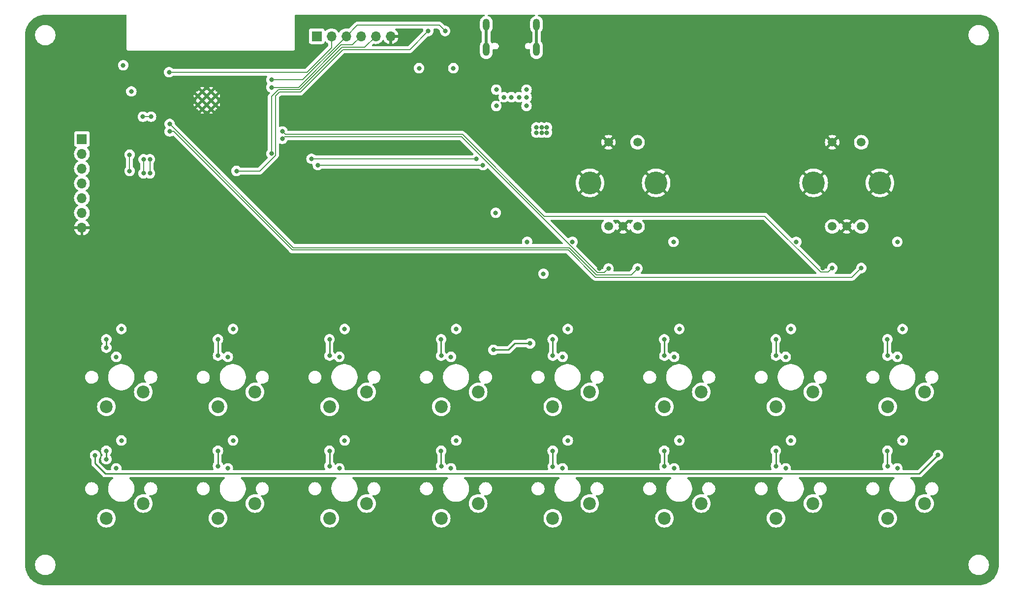
<source format=gbr>
%TF.GenerationSoftware,KiCad,Pcbnew,8.0.1-8.0.1-1~ubuntu22.04.1*%
%TF.CreationDate,2024-04-27T07:34:54-05:00*%
%TF.ProjectId,Universal Control Box,556e6976-6572-4736-916c-20436f6e7472,rev?*%
%TF.SameCoordinates,Original*%
%TF.FileFunction,Copper,L4,Bot*%
%TF.FilePolarity,Positive*%
%FSLAX46Y46*%
G04 Gerber Fmt 4.6, Leading zero omitted, Abs format (unit mm)*
G04 Created by KiCad (PCBNEW 8.0.1-8.0.1-1~ubuntu22.04.1) date 2024-04-27 07:34:54*
%MOMM*%
%LPD*%
G01*
G04 APERTURE LIST*
%TA.AperFunction,ComponentPad*%
%ADD10C,1.500000*%
%TD*%
%TA.AperFunction,ComponentPad*%
%ADD11C,3.915000*%
%TD*%
%TA.AperFunction,ComponentPad*%
%ADD12C,2.200000*%
%TD*%
%TA.AperFunction,ComponentPad*%
%ADD13C,0.475000*%
%TD*%
%TA.AperFunction,ComponentPad*%
%ADD14R,1.700000X1.700000*%
%TD*%
%TA.AperFunction,ComponentPad*%
%ADD15O,1.700000X1.700000*%
%TD*%
%TA.AperFunction,ComponentPad*%
%ADD16O,1.200000X2.300000*%
%TD*%
%TA.AperFunction,ComponentPad*%
%ADD17O,1.200000X2.000000*%
%TD*%
%TA.AperFunction,ViaPad*%
%ADD18C,0.800000*%
%TD*%
%TA.AperFunction,Conductor*%
%ADD19C,0.200000*%
%TD*%
%TA.AperFunction,Conductor*%
%ADD20C,0.250000*%
%TD*%
%TA.AperFunction,Conductor*%
%ADD21C,0.500000*%
%TD*%
G04 APERTURE END LIST*
D10*
%TO.P,U202,A1,CHANNEL_1*%
%TO.N,Net-(U202-CHANNEL_1)*%
X221900000Y-63650000D03*
%TO.P,U202,B1,CHANNEL_2*%
%TO.N,Net-(U202-CHANNEL_2)*%
X226900000Y-63650000D03*
%TO.P,U202,C1,COMMON*%
%TO.N,GND*%
X224400000Y-63650000D03*
D11*
%TO.P,U202,MH1,MH1*%
X218700000Y-56150000D03*
%TO.P,U202,MH2,MH2*%
X230100000Y-56150000D03*
D10*
%TO.P,U202,S1,S1*%
X221900000Y-49150000D03*
%TO.P,U202,W1,W1*%
%TO.N,/Rotary Encoders/SW_RSW2*%
X226900000Y-49150000D03*
%TD*%
%TO.P,U201,A1,CHANNEL_1*%
%TO.N,Net-(U201-CHANNEL_1)*%
X183400000Y-63650000D03*
%TO.P,U201,B1,CHANNEL_2*%
%TO.N,Net-(U201-CHANNEL_2)*%
X188400000Y-63650000D03*
%TO.P,U201,C1,COMMON*%
%TO.N,GND*%
X185900000Y-63650000D03*
D11*
%TO.P,U201,MH1,MH1*%
X180200000Y-56150000D03*
%TO.P,U201,MH2,MH2*%
X191600000Y-56150000D03*
D10*
%TO.P,U201,S1,S1*%
X183400000Y-49150000D03*
%TO.P,U201,W1,W1*%
%TO.N,/Rotary Encoders/SW_RSW1*%
X188400000Y-49150000D03*
%TD*%
D12*
%TO.P,SW306,1*%
%TO.N,+3.3V*%
X199375000Y-92140000D03*
%TO.P,SW306,2*%
%TO.N,/KeyCaps/SW6*%
X193025000Y-94680000D03*
%TD*%
%TO.P,SW311,1*%
%TO.N,+3.3V*%
X141775000Y-111340000D03*
%TO.P,SW311,2*%
%TO.N,/KeyCaps/SW11*%
X135425000Y-113880000D03*
%TD*%
D13*
%TO.P,U101,39,GND*%
%TO.N,GND*%
X112745000Y-41177500D03*
X112745000Y-42702500D03*
X113507500Y-40415000D03*
X113507500Y-41940000D03*
X113507500Y-43465000D03*
X114270000Y-41177500D03*
X114270000Y-42702500D03*
X115032500Y-40415000D03*
X115032500Y-41940000D03*
X115032500Y-43465000D03*
X115795000Y-41177500D03*
X115795000Y-42702500D03*
%TD*%
D12*
%TO.P,SW309,1*%
%TO.N,+3.3V*%
X103375000Y-111340000D03*
%TO.P,SW309,2*%
%TO.N,/KeyCaps/SW9*%
X97025000Y-113880000D03*
%TD*%
%TO.P,SW305,1*%
%TO.N,+3.3V*%
X180175000Y-92140000D03*
%TO.P,SW305,2*%
%TO.N,/KeyCaps/SW5*%
X173825000Y-94680000D03*
%TD*%
%TO.P,SW314,1*%
%TO.N,+3.3V*%
X199375000Y-111340000D03*
%TO.P,SW314,2*%
%TO.N,/KeyCaps/SW14*%
X193025000Y-113880000D03*
%TD*%
%TO.P,SW316,1*%
%TO.N,+3.3V*%
X237775000Y-111340000D03*
%TO.P,SW316,2*%
%TO.N,/KeyCaps/SW16*%
X231425000Y-113880000D03*
%TD*%
%TO.P,SW301,1*%
%TO.N,+3.3V*%
X103375000Y-92140000D03*
%TO.P,SW301,2*%
%TO.N,/KeyCaps/SW1*%
X97025000Y-94680000D03*
%TD*%
%TO.P,SW303,1*%
%TO.N,+3.3V*%
X141775000Y-92140000D03*
%TO.P,SW303,2*%
%TO.N,/KeyCaps/SW3*%
X135425000Y-94680000D03*
%TD*%
D14*
%TO.P,J102,1,Pin_1*%
%TO.N,/OLED_CS*%
X92800000Y-48600000D03*
D15*
%TO.P,J102,2,Pin_2*%
%TO.N,/OLED_DC*%
X92800000Y-51140000D03*
%TO.P,J102,3,Pin_3*%
%TO.N,/OLED_RESET*%
X92800000Y-53680000D03*
%TO.P,J102,4,Pin_4*%
%TO.N,/OLED_MOSI*%
X92800000Y-56220000D03*
%TO.P,J102,5,Pin_5*%
%TO.N,/OLED_SCL*%
X92800000Y-58760000D03*
%TO.P,J102,6,Pin_6*%
%TO.N,+5V*%
X92800000Y-61300000D03*
%TO.P,J102,7,Pin_7*%
%TO.N,GND*%
X92800000Y-63840000D03*
%TD*%
D12*
%TO.P,SW307,1*%
%TO.N,+3.3V*%
X218575000Y-92140000D03*
%TO.P,SW307,2*%
%TO.N,/KeyCaps/SW7*%
X212225000Y-94680000D03*
%TD*%
%TO.P,SW302,1*%
%TO.N,+3.3V*%
X122575000Y-92140000D03*
%TO.P,SW302,2*%
%TO.N,/KeyCaps/SW2*%
X116225000Y-94680000D03*
%TD*%
%TO.P,SW315,1*%
%TO.N,+3.3V*%
X218575000Y-111340000D03*
%TO.P,SW315,2*%
%TO.N,/KeyCaps/SW15*%
X212225000Y-113880000D03*
%TD*%
D16*
%TO.P,J103,S1,SHIELD*%
%TO.N,Net-(J103-SHIELD)*%
X171025000Y-33175000D03*
D17*
X171025000Y-28900000D03*
D16*
X162375000Y-33175000D03*
D17*
X162375000Y-28900000D03*
%TD*%
D12*
%TO.P,SW310,1*%
%TO.N,+3.3V*%
X122575000Y-111340000D03*
%TO.P,SW310,2*%
%TO.N,/KeyCaps/SW10*%
X116225000Y-113880000D03*
%TD*%
D14*
%TO.P,J101,1,Pin_1*%
%TO.N,+3.3V*%
X133200000Y-30900000D03*
D15*
%TO.P,J101,2,Pin_2*%
%TO.N,/EN*%
X135740000Y-30900000D03*
%TO.P,J101,3,Pin_3*%
%TO.N,/ESP_TX*%
X138280000Y-30900000D03*
%TO.P,J101,4,Pin_4*%
%TO.N,/ESP_RX*%
X140820000Y-30900000D03*
%TO.P,J101,5,Pin_5*%
%TO.N,/IO0*%
X143360000Y-30900000D03*
%TO.P,J101,6,Pin_6*%
%TO.N,GND*%
X145900000Y-30900000D03*
%TD*%
D12*
%TO.P,SW304,1*%
%TO.N,+3.3V*%
X160975000Y-92140000D03*
%TO.P,SW304,2*%
%TO.N,/KeyCaps/SW4*%
X154625000Y-94680000D03*
%TD*%
%TO.P,SW312,1*%
%TO.N,+3.3V*%
X160975000Y-111340000D03*
%TO.P,SW312,2*%
%TO.N,/KeyCaps/SW12*%
X154625000Y-113880000D03*
%TD*%
%TO.P,SW308,1*%
%TO.N,+3.3V*%
X237775000Y-92140000D03*
%TO.P,SW308,2*%
%TO.N,/KeyCaps/SW8*%
X231425000Y-94680000D03*
%TD*%
%TO.P,SW313,1*%
%TO.N,+3.3V*%
X180175000Y-111340000D03*
%TO.P,SW313,2*%
%TO.N,/KeyCaps/SW13*%
X173825000Y-113880000D03*
%TD*%
D18*
%TO.N,/EN*%
X107800000Y-37100000D03*
%TO.N,GND*%
X152800000Y-100500000D03*
X160400000Y-35300000D03*
X102600000Y-83800000D03*
X161300000Y-79000000D03*
X210400000Y-81300000D03*
X217800000Y-103000000D03*
X160200000Y-83800000D03*
X173000000Y-35300000D03*
X172000000Y-81300000D03*
X172200000Y-73800000D03*
X174400000Y-28100000D03*
X181800000Y-70900000D03*
X179400000Y-83800000D03*
X153800000Y-36400000D03*
X162000000Y-36700000D03*
X170100000Y-35400000D03*
X162000000Y-35400000D03*
X141000000Y-103000000D03*
X228500000Y-70800000D03*
X125400000Y-34600000D03*
X133600000Y-100500000D03*
X179400000Y-103000000D03*
X152800000Y-81300000D03*
X114400000Y-81300000D03*
X191200000Y-81300000D03*
X163300000Y-36700000D03*
X171400000Y-36700000D03*
X121800000Y-103000000D03*
X141000000Y-83800000D03*
X149300000Y-30000000D03*
X237000000Y-83800000D03*
X171400000Y-35400000D03*
X237000000Y-103000000D03*
X162400000Y-38900000D03*
X133600000Y-81300000D03*
X102900000Y-40300000D03*
X220300000Y-70800000D03*
X161300000Y-72800000D03*
X210400000Y-100500000D03*
X198600000Y-103000000D03*
X172000000Y-100500000D03*
X198600000Y-83800000D03*
X104400000Y-34500000D03*
X163300000Y-35400000D03*
X95200000Y-81300000D03*
X170600000Y-43500000D03*
X121800000Y-83800000D03*
X190000000Y-70900000D03*
X172200000Y-45200000D03*
X109300000Y-54000000D03*
X229600000Y-100500000D03*
X229600000Y-81300000D03*
X114400000Y-100500000D03*
X160200000Y-103000000D03*
X170100000Y-36700000D03*
X217800000Y-83800000D03*
X191200000Y-100500000D03*
X95200000Y-100500000D03*
X102600000Y-103000000D03*
%TO.N,+3.3V*%
X150800000Y-36400000D03*
X171900000Y-47500000D03*
X171900000Y-46600000D03*
X172800000Y-46600000D03*
X101300000Y-40400000D03*
X156700000Y-36400000D03*
X172200000Y-71800000D03*
X99900000Y-35900000D03*
X172800000Y-47500000D03*
X171000000Y-46600000D03*
X171000000Y-47500000D03*
%TO.N,+5V*%
X194700000Y-105300000D03*
X118800000Y-100500000D03*
X98700000Y-105300000D03*
X164000000Y-61300000D03*
X194700000Y-86100000D03*
X156300000Y-105300000D03*
X156300000Y-86100000D03*
X137100000Y-105300000D03*
X168000000Y-41400000D03*
X234000000Y-81300000D03*
X169300000Y-42900000D03*
X195600000Y-81300000D03*
X117900000Y-105300000D03*
X176400000Y-81300000D03*
X137100000Y-86100000D03*
X166700000Y-41400000D03*
X157200000Y-81300000D03*
X213900000Y-86100000D03*
X164100000Y-42900000D03*
X169400000Y-66300000D03*
X98700000Y-86100000D03*
X176400000Y-100500000D03*
X194600000Y-66300000D03*
X157200000Y-100500000D03*
X233100000Y-105300000D03*
X214800000Y-81300000D03*
X195600000Y-100500000D03*
X213900000Y-105300000D03*
X234000000Y-100500000D03*
X138000000Y-81300000D03*
X214800000Y-100500000D03*
X165400000Y-41400000D03*
X138000000Y-100500000D03*
X99600000Y-81300000D03*
X175500000Y-86100000D03*
X233100000Y-66300000D03*
X164100000Y-40100000D03*
X169300000Y-41400000D03*
X117900000Y-86100000D03*
X99600000Y-100500000D03*
X177200000Y-66300000D03*
X215700000Y-66300000D03*
X169300000Y-40100000D03*
X233100000Y-86100000D03*
X175500000Y-105300000D03*
X118800000Y-81300000D03*
%TO.N,/ESP_TX*%
X155300000Y-30000000D03*
X125400000Y-38400000D03*
%TO.N,/ESP_RX*%
X125400000Y-39700000D03*
%TO.N,/IO0*%
X125400000Y-51100000D03*
%TO.N,/OLED_CS*%
X101000000Y-54100000D03*
X101000000Y-51300000D03*
%TO.N,/OLED_DC*%
X103300000Y-44760000D03*
X104700000Y-44760000D03*
%TO.N,/Rotary Encoders/A_RSW1*%
X127270000Y-48570000D03*
X183400000Y-70900000D03*
%TO.N,/Rotary Encoders/B_RSW1*%
X107900000Y-46000000D03*
X188400000Y-70900000D03*
%TO.N,/Rotary Encoders/A_RSW2*%
X221900000Y-70800000D03*
X127300000Y-47300000D03*
%TO.N,/Rotary Encoders/B_RSW2*%
X226900000Y-70800000D03*
X107900000Y-47300000D03*
%TO.N,/KeyCaps/SW1*%
X97000000Y-83075000D03*
X97000000Y-84525000D03*
%TO.N,/KeyCaps/SW2*%
X116200000Y-83075000D03*
X116225000Y-85900000D03*
%TO.N,/KeyCaps/SW3*%
X135425000Y-85900000D03*
X135400000Y-83075000D03*
%TO.N,/KeyCaps/SW4*%
X154600000Y-83075000D03*
X154625000Y-85900000D03*
%TO.N,/KeyCaps/SW5*%
X173825000Y-85900000D03*
X173800000Y-83075000D03*
%TO.N,/KeyCaps/SW6*%
X193000000Y-83075000D03*
X193025000Y-85900000D03*
%TO.N,/KeyCaps/SW7*%
X212200000Y-83075000D03*
X212225000Y-85900000D03*
%TO.N,/KeyCaps/SW8*%
X231425000Y-85900000D03*
X231400000Y-83075000D03*
%TO.N,/KeyCaps/SW9*%
X97000000Y-103725000D03*
X97000000Y-102275000D03*
%TO.N,/KeyCaps/SW10*%
X116200000Y-102275000D03*
X116225000Y-104900000D03*
%TO.N,/KeyCaps/SW11*%
X135425000Y-104900000D03*
X135400000Y-102275000D03*
%TO.N,/KeyCaps/SW12*%
X154625000Y-104900000D03*
X154600000Y-102275000D03*
%TO.N,/KeyCaps/SW13*%
X173825000Y-105000000D03*
X173800000Y-102275000D03*
%TO.N,/KeyCaps/SW14*%
X193000000Y-102275000D03*
X193025000Y-104900000D03*
%TO.N,/KeyCaps/SW15*%
X212200000Y-102275000D03*
X212225000Y-104900000D03*
%TO.N,/KeyCaps/SW16*%
X231400000Y-102275000D03*
X231425000Y-104900000D03*
%TO.N,/LED_DATA*%
X103400000Y-54500000D03*
X103400000Y-52100000D03*
%TO.N,Net-(SW304-DOUT)*%
X169900000Y-83800000D03*
X163600000Y-84900000D03*
%TO.N,Net-(SW308-DOUT)*%
X95062431Y-103045396D03*
X240100000Y-103000000D03*
%TO.N,/HA_STATUS*%
X152400000Y-30000000D03*
X119400000Y-54100000D03*
%TO.N,/Rotary Encoders/SW_RSW2*%
X133400000Y-53100000D03*
X104500000Y-52100000D03*
X104500000Y-54500000D03*
X161800000Y-53100000D03*
%TO.N,/Rotary Encoders/SW_RSW1*%
X160700000Y-52000000D03*
X132300000Y-52000000D03*
%TD*%
D19*
%TO.N,/ESP_TX*%
X138280000Y-30900000D02*
X140180000Y-29000000D01*
X140180000Y-29000000D02*
X154300000Y-29000000D01*
X154300000Y-29000000D02*
X155300000Y-30000000D01*
%TO.N,/HA_STATUS*%
X119400000Y-54100000D02*
X123400000Y-54100000D01*
X123400000Y-54100000D02*
X126100000Y-51400000D01*
X126100000Y-51400000D02*
X126100000Y-41165686D01*
X126100000Y-41165686D02*
X126765686Y-40500000D01*
X126765686Y-40500000D02*
X130397058Y-40500000D01*
X130397058Y-40500000D02*
X137697058Y-33200000D01*
X137697058Y-33200000D02*
X149200000Y-33200000D01*
X149200000Y-33200000D02*
X152400000Y-30000000D01*
%TO.N,/EN*%
X107800000Y-37100000D02*
X131534314Y-37100000D01*
X135740000Y-32894314D02*
X135740000Y-30900000D01*
X131534314Y-37100000D02*
X135740000Y-32894314D01*
%TO.N,/ESP_TX*%
X125400000Y-38400000D02*
X130800000Y-38400000D01*
X138280000Y-30920000D02*
X138280000Y-30900000D01*
X130800000Y-38400000D02*
X138280000Y-30920000D01*
%TO.N,/ESP_RX*%
X125400000Y-39700000D02*
X130065686Y-39700000D01*
X130065686Y-39700000D02*
X137365686Y-32400000D01*
X137365686Y-32400000D02*
X139320000Y-32400000D01*
X139320000Y-32400000D02*
X140820000Y-30900000D01*
%TO.N,/IO0*%
X125400000Y-41300000D02*
X126600000Y-40100000D01*
X141460000Y-32800000D02*
X143360000Y-30900000D01*
X125400000Y-51100000D02*
X125400000Y-41300000D01*
X126600000Y-40100000D02*
X130231372Y-40100000D01*
X137531372Y-32800000D02*
X141460000Y-32800000D01*
X130231372Y-40100000D02*
X137531372Y-32800000D01*
%TO.N,/OLED_CS*%
X101000000Y-54100000D02*
X101000000Y-51300000D01*
%TO.N,/OLED_DC*%
X103300000Y-44760000D02*
X104700000Y-44760000D01*
%TO.N,/Rotary Encoders/A_RSW1*%
X181500000Y-71600000D02*
X182700000Y-71600000D01*
X127640000Y-48200000D02*
X158100000Y-48200000D01*
X127270000Y-48570000D02*
X127640000Y-48200000D01*
X182700000Y-71600000D02*
X183400000Y-70900000D01*
X158100000Y-48200000D02*
X181500000Y-71600000D01*
%TO.N,/Rotary Encoders/B_RSW1*%
X181334314Y-72000000D02*
X187300000Y-72000000D01*
X187300000Y-72000000D02*
X188400000Y-70900000D01*
X129200000Y-67300000D02*
X176634314Y-67300000D01*
X107900000Y-46000000D02*
X129200000Y-67300000D01*
X176634314Y-67300000D02*
X181334314Y-72000000D01*
%TO.N,/Rotary Encoders/A_RSW2*%
X172365686Y-61900000D02*
X210310050Y-61900000D01*
X127300000Y-47300000D02*
X127800000Y-47800000D01*
X127800000Y-47800000D02*
X158265686Y-47800000D01*
X158265686Y-47800000D02*
X172365686Y-61900000D01*
X221200000Y-71500000D02*
X221900000Y-70800000D01*
X219910050Y-71500000D02*
X221200000Y-71500000D01*
X210310050Y-61900000D02*
X219910050Y-71500000D01*
%TO.N,/Rotary Encoders/B_RSW2*%
X107900000Y-47300000D02*
X108634314Y-47300000D01*
X225300000Y-72400000D02*
X226900000Y-70800000D01*
X176468628Y-67700000D02*
X181168629Y-72400000D01*
X181168629Y-72400000D02*
X225300000Y-72400000D01*
X108634314Y-47300000D02*
X129034315Y-67700000D01*
X129034315Y-67700000D02*
X176468628Y-67700000D01*
D20*
%TO.N,/KeyCaps/SW1*%
X97000000Y-84525000D02*
X97000000Y-83075000D01*
%TO.N,/KeyCaps/SW2*%
X116225000Y-85900000D02*
X116200000Y-85875000D01*
X116200000Y-85875000D02*
X116200000Y-83075000D01*
%TO.N,/KeyCaps/SW3*%
X135425000Y-85900000D02*
X135400000Y-85875000D01*
X135400000Y-85875000D02*
X135400000Y-83075000D01*
%TO.N,/KeyCaps/SW4*%
X154625000Y-85900000D02*
X154600000Y-85875000D01*
X154600000Y-85875000D02*
X154600000Y-83075000D01*
%TO.N,/KeyCaps/SW5*%
X173800000Y-85875000D02*
X173800000Y-83075000D01*
X173825000Y-85900000D02*
X173800000Y-85875000D01*
%TO.N,/KeyCaps/SW6*%
X193025000Y-85900000D02*
X193000000Y-85875000D01*
X193000000Y-85875000D02*
X193000000Y-83075000D01*
%TO.N,/KeyCaps/SW7*%
X212200000Y-85875000D02*
X212225000Y-85900000D01*
X212200000Y-83075000D02*
X212200000Y-85875000D01*
%TO.N,/KeyCaps/SW8*%
X231400000Y-85875000D02*
X231400000Y-83075000D01*
X231425000Y-85900000D02*
X231400000Y-85875000D01*
%TO.N,/KeyCaps/SW9*%
X97000000Y-103725000D02*
X97000000Y-102275000D01*
%TO.N,/KeyCaps/SW10*%
X116225000Y-104900000D02*
X116200000Y-104875000D01*
X116200000Y-104875000D02*
X116200000Y-102275000D01*
%TO.N,/KeyCaps/SW11*%
X135400000Y-104875000D02*
X135400000Y-102275000D01*
X135425000Y-104900000D02*
X135400000Y-104875000D01*
%TO.N,/KeyCaps/SW12*%
X154600000Y-104875000D02*
X154600000Y-102275000D01*
X154625000Y-104900000D02*
X154600000Y-104875000D01*
%TO.N,/KeyCaps/SW13*%
X173800000Y-104975000D02*
X173800000Y-102275000D01*
X173825000Y-105000000D02*
X173800000Y-104975000D01*
%TO.N,/KeyCaps/SW14*%
X193025000Y-104900000D02*
X193000000Y-104875000D01*
X193000000Y-104875000D02*
X193000000Y-102275000D01*
%TO.N,/KeyCaps/SW15*%
X212200000Y-104875000D02*
X212200000Y-102275000D01*
X212225000Y-104900000D02*
X212200000Y-104875000D01*
%TO.N,/KeyCaps/SW16*%
X231400000Y-104875000D02*
X231400000Y-102275000D01*
X231425000Y-104900000D02*
X231400000Y-104875000D01*
D19*
%TO.N,/LED_DATA*%
X103400000Y-52100000D02*
X103400000Y-54500000D01*
D21*
%TO.N,Net-(J103-SHIELD)*%
X171025000Y-33175000D02*
X171025000Y-28900000D01*
X162375000Y-33175000D02*
X162375000Y-28900000D01*
D20*
%TO.N,Net-(SW304-DOUT)*%
X166200000Y-84900000D02*
X163600000Y-84900000D01*
X169900000Y-83800000D02*
X167300000Y-83800000D01*
X167300000Y-83800000D02*
X166200000Y-84900000D01*
%TO.N,Net-(SW308-DOUT)*%
X240100000Y-103000000D02*
X236900000Y-106200000D01*
X236900000Y-106200000D02*
X96800000Y-106200000D01*
X95062431Y-104462431D02*
X95062431Y-103045396D01*
X96800000Y-106200000D02*
X95062431Y-104462431D01*
D19*
%TO.N,/Rotary Encoders/SW_RSW2*%
X161800000Y-53100000D02*
X133400000Y-53100000D01*
X104500000Y-54500000D02*
X104500000Y-52100000D01*
%TO.N,/Rotary Encoders/SW_RSW1*%
X132300000Y-52000000D02*
X160700000Y-52000000D01*
%TD*%
%TA.AperFunction,Conductor*%
%TO.N,GND*%
G36*
X182548701Y-62520185D02*
G01*
X182594456Y-62572989D01*
X182604400Y-62642147D01*
X182575375Y-62705703D01*
X182569343Y-62712181D01*
X182438402Y-62843121D01*
X182312900Y-63022357D01*
X182312898Y-63022361D01*
X182220426Y-63220668D01*
X182220422Y-63220677D01*
X182163793Y-63432020D01*
X182163793Y-63432024D01*
X182144723Y-63649997D01*
X182144723Y-63650002D01*
X182163793Y-63867975D01*
X182163793Y-63867979D01*
X182220422Y-64079322D01*
X182220424Y-64079326D01*
X182220425Y-64079330D01*
X182238149Y-64117339D01*
X182312897Y-64277638D01*
X182312898Y-64277639D01*
X182438402Y-64456877D01*
X182593123Y-64611598D01*
X182772361Y-64737102D01*
X182970670Y-64829575D01*
X183182023Y-64886207D01*
X183364926Y-64902208D01*
X183399998Y-64905277D01*
X183400000Y-64905277D01*
X183400002Y-64905277D01*
X183428254Y-64902805D01*
X183617977Y-64886207D01*
X183829330Y-64829575D01*
X184027639Y-64737102D01*
X184206877Y-64611598D01*
X184361598Y-64456877D01*
X184487102Y-64277639D01*
X184537894Y-64168714D01*
X184584066Y-64116275D01*
X184651259Y-64097123D01*
X184718141Y-64117339D01*
X184762658Y-64168715D01*
X184813331Y-64277384D01*
X184813332Y-64277386D01*
X184856874Y-64339571D01*
X185417037Y-63779408D01*
X185434075Y-63842993D01*
X185499901Y-63957007D01*
X185592993Y-64050099D01*
X185707007Y-64115925D01*
X185770590Y-64132962D01*
X185210427Y-64693124D01*
X185272612Y-64736666D01*
X185470840Y-64829101D01*
X185470849Y-64829105D01*
X185682105Y-64885710D01*
X185682115Y-64885712D01*
X185899999Y-64904775D01*
X185900001Y-64904775D01*
X186117884Y-64885712D01*
X186117894Y-64885710D01*
X186329150Y-64829105D01*
X186329164Y-64829100D01*
X186527383Y-64736669D01*
X186527385Y-64736668D01*
X186589571Y-64693124D01*
X186029410Y-64132962D01*
X186092993Y-64115925D01*
X186207007Y-64050099D01*
X186300099Y-63957007D01*
X186365925Y-63842993D01*
X186382962Y-63779409D01*
X186943124Y-64339570D01*
X186986668Y-64277385D01*
X186986669Y-64277383D01*
X187037342Y-64168715D01*
X187083514Y-64116275D01*
X187150707Y-64097123D01*
X187217588Y-64117338D01*
X187262106Y-64168715D01*
X187312779Y-64277385D01*
X187312898Y-64277639D01*
X187438402Y-64456877D01*
X187593123Y-64611598D01*
X187772361Y-64737102D01*
X187970670Y-64829575D01*
X188182023Y-64886207D01*
X188364926Y-64902208D01*
X188399998Y-64905277D01*
X188400000Y-64905277D01*
X188400002Y-64905277D01*
X188428254Y-64902805D01*
X188617977Y-64886207D01*
X188829330Y-64829575D01*
X189027639Y-64737102D01*
X189206877Y-64611598D01*
X189361598Y-64456877D01*
X189487102Y-64277639D01*
X189579575Y-64079330D01*
X189636207Y-63867977D01*
X189655277Y-63650000D01*
X189636207Y-63432023D01*
X189599879Y-63296446D01*
X189579577Y-63220677D01*
X189579576Y-63220676D01*
X189579575Y-63220670D01*
X189487102Y-63022362D01*
X189487099Y-63022358D01*
X189487099Y-63022357D01*
X189361599Y-62843124D01*
X189320365Y-62801890D01*
X189230654Y-62712179D01*
X189197171Y-62650859D01*
X189202155Y-62581167D01*
X189244026Y-62525233D01*
X189309490Y-62500816D01*
X189318337Y-62500500D01*
X210009953Y-62500500D01*
X210076992Y-62520185D01*
X210097634Y-62536819D01*
X219148634Y-71587819D01*
X219182119Y-71649142D01*
X219177135Y-71718834D01*
X219135263Y-71774767D01*
X219069799Y-71799184D01*
X219060953Y-71799500D01*
X189075599Y-71799500D01*
X189008560Y-71779815D01*
X188962805Y-71727011D01*
X188952861Y-71657853D01*
X188981886Y-71594297D01*
X189002713Y-71575183D01*
X189003954Y-71574280D01*
X189005871Y-71572888D01*
X189132533Y-71432216D01*
X189227179Y-71268284D01*
X189285674Y-71088256D01*
X189305460Y-70900000D01*
X189285674Y-70711744D01*
X189227179Y-70531716D01*
X189132533Y-70367784D01*
X189005871Y-70227112D01*
X189005870Y-70227111D01*
X188852734Y-70115851D01*
X188852729Y-70115848D01*
X188679807Y-70038857D01*
X188679802Y-70038855D01*
X188534001Y-70007865D01*
X188494646Y-69999500D01*
X188305354Y-69999500D01*
X188272897Y-70006398D01*
X188120197Y-70038855D01*
X188120192Y-70038857D01*
X187947270Y-70115848D01*
X187947265Y-70115851D01*
X187794129Y-70227111D01*
X187667466Y-70367785D01*
X187572821Y-70531715D01*
X187572818Y-70531722D01*
X187514327Y-70711740D01*
X187514326Y-70711744D01*
X187494593Y-70899500D01*
X187494540Y-70900002D01*
X187494540Y-70904862D01*
X187474855Y-70971901D01*
X187458221Y-70992543D01*
X187087584Y-71363181D01*
X187026261Y-71396666D01*
X186999903Y-71399500D01*
X184355216Y-71399500D01*
X184288177Y-71379815D01*
X184242422Y-71327011D01*
X184232478Y-71257853D01*
X184237285Y-71237182D01*
X184259673Y-71168277D01*
X184285674Y-71088256D01*
X184305460Y-70900000D01*
X184285674Y-70711744D01*
X184227179Y-70531716D01*
X184132533Y-70367784D01*
X184005871Y-70227112D01*
X184005870Y-70227111D01*
X183852734Y-70115851D01*
X183852729Y-70115848D01*
X183679807Y-70038857D01*
X183679802Y-70038855D01*
X183534001Y-70007865D01*
X183494646Y-69999500D01*
X183305354Y-69999500D01*
X183272897Y-70006398D01*
X183120197Y-70038855D01*
X183120192Y-70038857D01*
X182947270Y-70115848D01*
X182947265Y-70115851D01*
X182794129Y-70227111D01*
X182667466Y-70367785D01*
X182572821Y-70531715D01*
X182572818Y-70531722D01*
X182514327Y-70711740D01*
X182514326Y-70711744D01*
X182495753Y-70888462D01*
X182469168Y-70953076D01*
X182411871Y-70993061D01*
X182372432Y-70999500D01*
X181800097Y-70999500D01*
X181733058Y-70979815D01*
X181712416Y-70963181D01*
X177849397Y-67100162D01*
X177815912Y-67038839D01*
X177820896Y-66969147D01*
X177844925Y-66929513D01*
X177932533Y-66832216D01*
X178027179Y-66668284D01*
X178085674Y-66488256D01*
X178105460Y-66300000D01*
X193694540Y-66300000D01*
X193714326Y-66488256D01*
X193714327Y-66488259D01*
X193772818Y-66668277D01*
X193772821Y-66668284D01*
X193867467Y-66832216D01*
X193985999Y-66963859D01*
X193994129Y-66972888D01*
X194147265Y-67084148D01*
X194147270Y-67084151D01*
X194320192Y-67161142D01*
X194320197Y-67161144D01*
X194505354Y-67200500D01*
X194505355Y-67200500D01*
X194694644Y-67200500D01*
X194694646Y-67200500D01*
X194879803Y-67161144D01*
X195052730Y-67084151D01*
X195205871Y-66972888D01*
X195332533Y-66832216D01*
X195427179Y-66668284D01*
X195485674Y-66488256D01*
X195505460Y-66300000D01*
X195485674Y-66111744D01*
X195427179Y-65931716D01*
X195332533Y-65767784D01*
X195205871Y-65627112D01*
X195205863Y-65627106D01*
X195052734Y-65515851D01*
X195052729Y-65515848D01*
X194879807Y-65438857D01*
X194879802Y-65438855D01*
X194734001Y-65407865D01*
X194694646Y-65399500D01*
X194505354Y-65399500D01*
X194472897Y-65406398D01*
X194320197Y-65438855D01*
X194320192Y-65438857D01*
X194147270Y-65515848D01*
X194147265Y-65515851D01*
X193994129Y-65627111D01*
X193867466Y-65767785D01*
X193772821Y-65931715D01*
X193772818Y-65931722D01*
X193714327Y-66111740D01*
X193714326Y-66111744D01*
X193694540Y-66300000D01*
X178105460Y-66300000D01*
X178085674Y-66111744D01*
X178027179Y-65931716D01*
X177932533Y-65767784D01*
X177805871Y-65627112D01*
X177805863Y-65627106D01*
X177652734Y-65515851D01*
X177652729Y-65515848D01*
X177479807Y-65438857D01*
X177479802Y-65438855D01*
X177334001Y-65407865D01*
X177294646Y-65399500D01*
X177105354Y-65399500D01*
X177072897Y-65406398D01*
X176920197Y-65438855D01*
X176920192Y-65438857D01*
X176747270Y-65515848D01*
X176747265Y-65515851D01*
X176594135Y-65627106D01*
X176594129Y-65627111D01*
X176578374Y-65644608D01*
X176518885Y-65681253D01*
X176449028Y-65679920D01*
X176398547Y-65649312D01*
X173461416Y-62712181D01*
X173427931Y-62650858D01*
X173432915Y-62581166D01*
X173474787Y-62525233D01*
X173540251Y-62500816D01*
X173549097Y-62500500D01*
X182481662Y-62500500D01*
X182548701Y-62520185D01*
G37*
%TD.AperFunction*%
%TA.AperFunction,Conductor*%
G36*
X185151451Y-62520185D02*
G01*
X185197206Y-62572989D01*
X185201505Y-62597951D01*
X185770591Y-63167037D01*
X185707007Y-63184075D01*
X185592993Y-63249901D01*
X185499901Y-63342993D01*
X185434075Y-63457007D01*
X185417037Y-63520591D01*
X184856874Y-62960428D01*
X184813333Y-63022613D01*
X184762658Y-63131285D01*
X184716485Y-63183724D01*
X184649292Y-63202876D01*
X184582411Y-63182660D01*
X184537894Y-63131285D01*
X184532541Y-63119807D01*
X184487102Y-63022362D01*
X184487099Y-63022358D01*
X184487099Y-63022357D01*
X184361599Y-62843124D01*
X184320365Y-62801890D01*
X184230654Y-62712179D01*
X184197171Y-62650859D01*
X184202155Y-62581167D01*
X184244026Y-62525233D01*
X184309490Y-62500816D01*
X184318337Y-62500500D01*
X185084412Y-62500500D01*
X185151451Y-62520185D01*
G37*
%TD.AperFunction*%
%TA.AperFunction,Conductor*%
G36*
X187548701Y-62520185D02*
G01*
X187594456Y-62572989D01*
X187604400Y-62642147D01*
X187575375Y-62705703D01*
X187569343Y-62712181D01*
X187438402Y-62843121D01*
X187312900Y-63022357D01*
X187312900Y-63022358D01*
X187312898Y-63022361D01*
X187312898Y-63022362D01*
X187312781Y-63022613D01*
X187262105Y-63131286D01*
X187215932Y-63183725D01*
X187148738Y-63202876D01*
X187081857Y-63182660D01*
X187037341Y-63131284D01*
X186986669Y-63022618D01*
X186986666Y-63022612D01*
X186943124Y-62960428D01*
X186943124Y-62960427D01*
X186382962Y-63520589D01*
X186365925Y-63457007D01*
X186300099Y-63342993D01*
X186207007Y-63249901D01*
X186092993Y-63184075D01*
X186029409Y-63167037D01*
X186599836Y-62596609D01*
X186605826Y-62566807D01*
X186654441Y-62516624D01*
X186715587Y-62500500D01*
X187481662Y-62500500D01*
X187548701Y-62520185D01*
G37*
%TD.AperFunction*%
%TA.AperFunction,Conductor*%
G36*
X151479331Y-29620185D02*
G01*
X151525086Y-29672989D01*
X151535030Y-29742147D01*
X151530223Y-29762818D01*
X151515652Y-29807664D01*
X151514326Y-29811744D01*
X151494540Y-30000000D01*
X151494540Y-30000002D01*
X151494540Y-30004862D01*
X151474855Y-30071901D01*
X151458221Y-30092543D01*
X148987584Y-32563181D01*
X148926261Y-32596666D01*
X148899903Y-32599500D01*
X142809096Y-32599500D01*
X142742057Y-32579815D01*
X142696302Y-32527011D01*
X142686358Y-32457853D01*
X142715383Y-32394297D01*
X142721393Y-32387840D01*
X142876471Y-32232762D01*
X142937791Y-32199280D01*
X142996238Y-32200670D01*
X143124592Y-32235063D01*
X143301034Y-32250500D01*
X143359999Y-32255659D01*
X143360000Y-32255659D01*
X143360001Y-32255659D01*
X143418966Y-32250500D01*
X143595408Y-32235063D01*
X143823663Y-32173903D01*
X144037830Y-32074035D01*
X144231401Y-31938495D01*
X144398495Y-31771401D01*
X144528730Y-31585405D01*
X144583307Y-31541781D01*
X144652805Y-31534587D01*
X144715160Y-31566110D01*
X144731879Y-31585405D01*
X144861890Y-31771078D01*
X145028917Y-31938105D01*
X145222421Y-32073600D01*
X145436507Y-32173429D01*
X145436516Y-32173433D01*
X145650000Y-32230634D01*
X145650000Y-31333012D01*
X145707007Y-31365925D01*
X145834174Y-31400000D01*
X145965826Y-31400000D01*
X146092993Y-31365925D01*
X146150000Y-31333012D01*
X146150000Y-32230633D01*
X146363483Y-32173433D01*
X146363492Y-32173429D01*
X146577578Y-32073600D01*
X146771082Y-31938105D01*
X146938105Y-31771082D01*
X147073600Y-31577578D01*
X147173429Y-31363492D01*
X147173432Y-31363486D01*
X147230636Y-31150000D01*
X146333012Y-31150000D01*
X146365925Y-31092993D01*
X146400000Y-30965826D01*
X146400000Y-30834174D01*
X146365925Y-30707007D01*
X146333012Y-30650000D01*
X147230636Y-30650000D01*
X147230635Y-30649999D01*
X147173432Y-30436513D01*
X147173429Y-30436507D01*
X147073600Y-30222422D01*
X147073599Y-30222420D01*
X146938113Y-30028926D01*
X146938108Y-30028920D01*
X146771078Y-29861890D01*
X146719928Y-29826074D01*
X146676303Y-29771497D01*
X146669111Y-29701999D01*
X146700634Y-29639644D01*
X146760864Y-29604231D01*
X146791052Y-29600500D01*
X151412292Y-29600500D01*
X151479331Y-29620185D01*
G37*
%TD.AperFunction*%
%TA.AperFunction,Conductor*%
G36*
X100442539Y-27220185D02*
G01*
X100488294Y-27272989D01*
X100499500Y-27324500D01*
X100499500Y-33139562D01*
X100502431Y-33150499D01*
X100519979Y-33215990D01*
X100519982Y-33215995D01*
X100559535Y-33284504D01*
X100559539Y-33284509D01*
X100559540Y-33284511D01*
X100615489Y-33340460D01*
X100615491Y-33340461D01*
X100615495Y-33340464D01*
X100684004Y-33380017D01*
X100684011Y-33380021D01*
X100760438Y-33400500D01*
X100760440Y-33400500D01*
X129139560Y-33400500D01*
X129139562Y-33400500D01*
X129215989Y-33380021D01*
X129284511Y-33340460D01*
X129340460Y-33284511D01*
X129380021Y-33215989D01*
X129400500Y-33139562D01*
X129400500Y-27324500D01*
X129420185Y-27257461D01*
X129472989Y-27211706D01*
X129524500Y-27200500D01*
X162030253Y-27200500D01*
X162097292Y-27220185D01*
X162143047Y-27272989D01*
X162152991Y-27342147D01*
X162123966Y-27405703D01*
X162068571Y-27442430D01*
X161952555Y-27480127D01*
X161952552Y-27480128D01*
X161798211Y-27558768D01*
X161726164Y-27611114D01*
X161658072Y-27660586D01*
X161658070Y-27660588D01*
X161658069Y-27660588D01*
X161535588Y-27783069D01*
X161535588Y-27783070D01*
X161535586Y-27783072D01*
X161491859Y-27843256D01*
X161433768Y-27923211D01*
X161355128Y-28077552D01*
X161301597Y-28242302D01*
X161274500Y-28413389D01*
X161274500Y-29386610D01*
X161287356Y-29467784D01*
X161301598Y-29557701D01*
X161345552Y-29692977D01*
X161355128Y-29722447D01*
X161426175Y-29861886D01*
X161433768Y-29876788D01*
X161535586Y-30016928D01*
X161535588Y-30016930D01*
X161588181Y-30069523D01*
X161621666Y-30130846D01*
X161624500Y-30157204D01*
X161624500Y-31767796D01*
X161604815Y-31834835D01*
X161588181Y-31855477D01*
X161535588Y-31908069D01*
X161535588Y-31908070D01*
X161535586Y-31908072D01*
X161513480Y-31938498D01*
X161433768Y-32048211D01*
X161355128Y-32202552D01*
X161301597Y-32367302D01*
X161276302Y-32527011D01*
X161274500Y-32538389D01*
X161274500Y-33811611D01*
X161301598Y-33982701D01*
X161355127Y-34147445D01*
X161433768Y-34301788D01*
X161535586Y-34441928D01*
X161658072Y-34564414D01*
X161798212Y-34666232D01*
X161952555Y-34744873D01*
X162117299Y-34798402D01*
X162288389Y-34825500D01*
X162288390Y-34825500D01*
X162461610Y-34825500D01*
X162461611Y-34825500D01*
X162632701Y-34798402D01*
X162797445Y-34744873D01*
X162951788Y-34666232D01*
X163091928Y-34564414D01*
X163214414Y-34441928D01*
X163316232Y-34301788D01*
X163394873Y-34147445D01*
X163448402Y-33982701D01*
X163475500Y-33811611D01*
X163475500Y-33274500D01*
X163495185Y-33207461D01*
X163547989Y-33161706D01*
X163599500Y-33150500D01*
X164057472Y-33150500D01*
X164057475Y-33150500D01*
X164197485Y-33112984D01*
X164323015Y-33040509D01*
X164425509Y-32938015D01*
X164497984Y-32812485D01*
X164535500Y-32672475D01*
X164535500Y-32527525D01*
X164497984Y-32387515D01*
X164486312Y-32367299D01*
X164425511Y-32261988D01*
X164425506Y-32261982D01*
X164323017Y-32159493D01*
X164323011Y-32159488D01*
X164197488Y-32087017D01*
X164197489Y-32087017D01*
X164174324Y-32080810D01*
X164057475Y-32049500D01*
X163562525Y-32049500D01*
X163439468Y-32082473D01*
X163369618Y-32080810D01*
X163311756Y-32041647D01*
X163307057Y-32035584D01*
X163294949Y-32018919D01*
X163214414Y-31908072D01*
X163161819Y-31855477D01*
X163128334Y-31794154D01*
X163125500Y-31767796D01*
X163125500Y-30157204D01*
X163145185Y-30090165D01*
X163161819Y-30069523D01*
X163180465Y-30050877D01*
X163214414Y-30016928D01*
X163316232Y-29876788D01*
X163394873Y-29722445D01*
X163448402Y-29557701D01*
X163475500Y-29386611D01*
X163475500Y-28413389D01*
X163448402Y-28242299D01*
X163394873Y-28077555D01*
X163316232Y-27923212D01*
X163214414Y-27783072D01*
X163091928Y-27660586D01*
X162951788Y-27558768D01*
X162797445Y-27480127D01*
X162681428Y-27442430D01*
X162623753Y-27402993D01*
X162596555Y-27338635D01*
X162608470Y-27269788D01*
X162655714Y-27218313D01*
X162719747Y-27200500D01*
X170680253Y-27200500D01*
X170747292Y-27220185D01*
X170793047Y-27272989D01*
X170802991Y-27342147D01*
X170773966Y-27405703D01*
X170718571Y-27442430D01*
X170602555Y-27480127D01*
X170602552Y-27480128D01*
X170448211Y-27558768D01*
X170376164Y-27611114D01*
X170308072Y-27660586D01*
X170308070Y-27660588D01*
X170308069Y-27660588D01*
X170185588Y-27783069D01*
X170185588Y-27783070D01*
X170185586Y-27783072D01*
X170141859Y-27843256D01*
X170083768Y-27923211D01*
X170005128Y-28077552D01*
X169951597Y-28242302D01*
X169924500Y-28413389D01*
X169924500Y-29386610D01*
X169937356Y-29467784D01*
X169951598Y-29557701D01*
X169995552Y-29692977D01*
X170005128Y-29722447D01*
X170076175Y-29861886D01*
X170083768Y-29876788D01*
X170185586Y-30016928D01*
X170185588Y-30016930D01*
X170238181Y-30069523D01*
X170271666Y-30130846D01*
X170274500Y-30157204D01*
X170274500Y-31767796D01*
X170254815Y-31834835D01*
X170238181Y-31855477D01*
X170185588Y-31908069D01*
X170185588Y-31908070D01*
X170185586Y-31908072D01*
X170163480Y-31938498D01*
X170083766Y-32048214D01*
X170063874Y-32087254D01*
X170015899Y-32138050D01*
X169948078Y-32154844D01*
X169891390Y-32138345D01*
X169802488Y-32087017D01*
X169802489Y-32087017D01*
X169779324Y-32080810D01*
X169662475Y-32049500D01*
X169517525Y-32049500D01*
X169400676Y-32080810D01*
X169377511Y-32087017D01*
X169251988Y-32159488D01*
X169251982Y-32159493D01*
X169149493Y-32261982D01*
X169149488Y-32261988D01*
X169077017Y-32387511D01*
X169075199Y-32394297D01*
X169039500Y-32527525D01*
X169039500Y-32672475D01*
X169077016Y-32812485D01*
X169077017Y-32812488D01*
X169149488Y-32938011D01*
X169149490Y-32938013D01*
X169149491Y-32938015D01*
X169251985Y-33040509D01*
X169251986Y-33040510D01*
X169251988Y-33040511D01*
X169377511Y-33112982D01*
X169377512Y-33112982D01*
X169377515Y-33112984D01*
X169517525Y-33150500D01*
X169517528Y-33150500D01*
X169662473Y-33150500D01*
X169662475Y-33150500D01*
X169768407Y-33122115D01*
X169838255Y-33123777D01*
X169896118Y-33162938D01*
X169923623Y-33227167D01*
X169924500Y-33241889D01*
X169924500Y-33811611D01*
X169951598Y-33982701D01*
X170005127Y-34147445D01*
X170083768Y-34301788D01*
X170185586Y-34441928D01*
X170308072Y-34564414D01*
X170448212Y-34666232D01*
X170602555Y-34744873D01*
X170767299Y-34798402D01*
X170938389Y-34825500D01*
X170938390Y-34825500D01*
X171111610Y-34825500D01*
X171111611Y-34825500D01*
X171282701Y-34798402D01*
X171447445Y-34744873D01*
X171601788Y-34666232D01*
X171741928Y-34564414D01*
X171864414Y-34441928D01*
X171966232Y-34301788D01*
X172044873Y-34147445D01*
X172098402Y-33982701D01*
X172125500Y-33811611D01*
X172125500Y-32538389D01*
X172098402Y-32367299D01*
X172044873Y-32202555D01*
X171966232Y-32048212D01*
X171864414Y-31908072D01*
X171811819Y-31855477D01*
X171778334Y-31794154D01*
X171775500Y-31767796D01*
X171775500Y-30814741D01*
X245349500Y-30814741D01*
X245365573Y-30936819D01*
X245379452Y-31042238D01*
X245423601Y-31207007D01*
X245438842Y-31263887D01*
X245526650Y-31475876D01*
X245526657Y-31475890D01*
X245641392Y-31674617D01*
X245781081Y-31856661D01*
X245781089Y-31856670D01*
X245943330Y-32018911D01*
X245943338Y-32018918D01*
X246125382Y-32158607D01*
X246125385Y-32158608D01*
X246125388Y-32158611D01*
X246324112Y-32273344D01*
X246324117Y-32273346D01*
X246324123Y-32273349D01*
X246415480Y-32311190D01*
X246536113Y-32361158D01*
X246757762Y-32420548D01*
X246985266Y-32450500D01*
X246985273Y-32450500D01*
X247214727Y-32450500D01*
X247214734Y-32450500D01*
X247442238Y-32420548D01*
X247663887Y-32361158D01*
X247875888Y-32273344D01*
X248074612Y-32158611D01*
X248256661Y-32018919D01*
X248256665Y-32018914D01*
X248256670Y-32018911D01*
X248418911Y-31856670D01*
X248418914Y-31856665D01*
X248418919Y-31856661D01*
X248558611Y-31674612D01*
X248673344Y-31475888D01*
X248761158Y-31263887D01*
X248820548Y-31042238D01*
X248850500Y-30814734D01*
X248850500Y-30585266D01*
X248820548Y-30357762D01*
X248761158Y-30136113D01*
X248702764Y-29995137D01*
X248673349Y-29924123D01*
X248673346Y-29924117D01*
X248673344Y-29924112D01*
X248558611Y-29725388D01*
X248558608Y-29725385D01*
X248558607Y-29725382D01*
X248437254Y-29567233D01*
X248418919Y-29543339D01*
X248418918Y-29543338D01*
X248418911Y-29543330D01*
X248256670Y-29381089D01*
X248256661Y-29381081D01*
X248074617Y-29241392D01*
X248030373Y-29215848D01*
X247897019Y-29138856D01*
X247875890Y-29126657D01*
X247875876Y-29126650D01*
X247663887Y-29038842D01*
X247442238Y-28979452D01*
X247404215Y-28974446D01*
X247214741Y-28949500D01*
X247214734Y-28949500D01*
X246985266Y-28949500D01*
X246985258Y-28949500D01*
X246768715Y-28978009D01*
X246757762Y-28979452D01*
X246664076Y-29004554D01*
X246536112Y-29038842D01*
X246324123Y-29126650D01*
X246324109Y-29126657D01*
X246125382Y-29241392D01*
X245943338Y-29381081D01*
X245781081Y-29543338D01*
X245641392Y-29725382D01*
X245526657Y-29924109D01*
X245526650Y-29924123D01*
X245438842Y-30136112D01*
X245379453Y-30357759D01*
X245379451Y-30357770D01*
X245349500Y-30585258D01*
X245349500Y-30814741D01*
X171775500Y-30814741D01*
X171775500Y-30157204D01*
X171795185Y-30090165D01*
X171811819Y-30069523D01*
X171830465Y-30050877D01*
X171864414Y-30016928D01*
X171966232Y-29876788D01*
X172044873Y-29722445D01*
X172098402Y-29557701D01*
X172125500Y-29386611D01*
X172125500Y-28413389D01*
X172098402Y-28242299D01*
X172044873Y-28077555D01*
X171966232Y-27923212D01*
X171864414Y-27783072D01*
X171741928Y-27660586D01*
X171601788Y-27558768D01*
X171447445Y-27480127D01*
X171331428Y-27442430D01*
X171273753Y-27402993D01*
X171246555Y-27338635D01*
X171258470Y-27269788D01*
X171305714Y-27218313D01*
X171369747Y-27200500D01*
X247052405Y-27200500D01*
X247096949Y-27200500D01*
X247103032Y-27200648D01*
X247436929Y-27217052D01*
X247449037Y-27218245D01*
X247462116Y-27220185D01*
X247776699Y-27266849D01*
X247788617Y-27269219D01*
X248109951Y-27349709D01*
X248121588Y-27353240D01*
X248232438Y-27392902D01*
X248433467Y-27464832D01*
X248444688Y-27469479D01*
X248744163Y-27611120D01*
X248754871Y-27616844D01*
X249038988Y-27787137D01*
X249049106Y-27793897D01*
X249315170Y-27991224D01*
X249324576Y-27998944D01*
X249570013Y-28221395D01*
X249578604Y-28229986D01*
X249589764Y-28242299D01*
X249801055Y-28475423D01*
X249808775Y-28484829D01*
X250006102Y-28750893D01*
X250012862Y-28761011D01*
X250179387Y-29038842D01*
X250183148Y-29045116D01*
X250188883Y-29055844D01*
X250200220Y-29079815D01*
X250330514Y-29355297D01*
X250335170Y-29366540D01*
X250446759Y-29678411D01*
X250450292Y-29690055D01*
X250530777Y-30011369D01*
X250533151Y-30023305D01*
X250581754Y-30350962D01*
X250582947Y-30363071D01*
X250599351Y-30696966D01*
X250599500Y-30703051D01*
X250599500Y-121896948D01*
X250599351Y-121903033D01*
X250582947Y-122236928D01*
X250581754Y-122249037D01*
X250533151Y-122576694D01*
X250530777Y-122588630D01*
X250450292Y-122909944D01*
X250446759Y-122921588D01*
X250335170Y-123233459D01*
X250330514Y-123244702D01*
X250188885Y-123544151D01*
X250183148Y-123554883D01*
X250012862Y-123838988D01*
X250006102Y-123849106D01*
X249808775Y-124115170D01*
X249801055Y-124124576D01*
X249578611Y-124370006D01*
X249570006Y-124378611D01*
X249324576Y-124601055D01*
X249315170Y-124608775D01*
X249049106Y-124806102D01*
X249038988Y-124812862D01*
X248754883Y-124983148D01*
X248744151Y-124988885D01*
X248444702Y-125130514D01*
X248433459Y-125135170D01*
X248121588Y-125246759D01*
X248109944Y-125250292D01*
X247788630Y-125330777D01*
X247776694Y-125333151D01*
X247449037Y-125381754D01*
X247436928Y-125382947D01*
X247121989Y-125398419D01*
X247103031Y-125399351D01*
X247096949Y-125399500D01*
X86503051Y-125399500D01*
X86496968Y-125399351D01*
X86476900Y-125398365D01*
X86163071Y-125382947D01*
X86150962Y-125381754D01*
X85823305Y-125333151D01*
X85811369Y-125330777D01*
X85490055Y-125250292D01*
X85478411Y-125246759D01*
X85166540Y-125135170D01*
X85155301Y-125130515D01*
X84855844Y-124988883D01*
X84845121Y-124983150D01*
X84561011Y-124812862D01*
X84550893Y-124806102D01*
X84284829Y-124608775D01*
X84275423Y-124601055D01*
X84188628Y-124522389D01*
X84029986Y-124378604D01*
X84021395Y-124370013D01*
X83798944Y-124124576D01*
X83791224Y-124115170D01*
X83593897Y-123849106D01*
X83587137Y-123838988D01*
X83474162Y-123650500D01*
X83416844Y-123554871D01*
X83411120Y-123544163D01*
X83269479Y-123244688D01*
X83264829Y-123233459D01*
X83259626Y-123218918D01*
X83153240Y-122921588D01*
X83149707Y-122909944D01*
X83091080Y-122675890D01*
X83069219Y-122588617D01*
X83066848Y-122576694D01*
X83018245Y-122249037D01*
X83017052Y-122236927D01*
X83006136Y-122014741D01*
X84749500Y-122014741D01*
X84774446Y-122204215D01*
X84779452Y-122242238D01*
X84781274Y-122249037D01*
X84838842Y-122463887D01*
X84926650Y-122675876D01*
X84926657Y-122675890D01*
X85041392Y-122874617D01*
X85181081Y-123056661D01*
X85181089Y-123056670D01*
X85343330Y-123218911D01*
X85343338Y-123218918D01*
X85525382Y-123358607D01*
X85525385Y-123358608D01*
X85525388Y-123358611D01*
X85724112Y-123473344D01*
X85724117Y-123473346D01*
X85724123Y-123473349D01*
X85815480Y-123511190D01*
X85936113Y-123561158D01*
X86157762Y-123620548D01*
X86385266Y-123650500D01*
X86385273Y-123650500D01*
X86614727Y-123650500D01*
X86614734Y-123650500D01*
X86842238Y-123620548D01*
X87063887Y-123561158D01*
X87275888Y-123473344D01*
X87474612Y-123358611D01*
X87656661Y-123218919D01*
X87656665Y-123218914D01*
X87656670Y-123218911D01*
X87818911Y-123056670D01*
X87818914Y-123056665D01*
X87818919Y-123056661D01*
X87958611Y-122874612D01*
X88073344Y-122675888D01*
X88161158Y-122463887D01*
X88220548Y-122242238D01*
X88250499Y-122014741D01*
X245349500Y-122014741D01*
X245374446Y-122204215D01*
X245379452Y-122242238D01*
X245381274Y-122249037D01*
X245438842Y-122463887D01*
X245526650Y-122675876D01*
X245526657Y-122675890D01*
X245641392Y-122874617D01*
X245781081Y-123056661D01*
X245781089Y-123056670D01*
X245943330Y-123218911D01*
X245943338Y-123218918D01*
X246125382Y-123358607D01*
X246125385Y-123358608D01*
X246125388Y-123358611D01*
X246324112Y-123473344D01*
X246324117Y-123473346D01*
X246324123Y-123473349D01*
X246415480Y-123511190D01*
X246536113Y-123561158D01*
X246757762Y-123620548D01*
X246985266Y-123650500D01*
X246985273Y-123650500D01*
X247214727Y-123650500D01*
X247214734Y-123650500D01*
X247442238Y-123620548D01*
X247663887Y-123561158D01*
X247875888Y-123473344D01*
X248074612Y-123358611D01*
X248256661Y-123218919D01*
X248256665Y-123218914D01*
X248256670Y-123218911D01*
X248418911Y-123056670D01*
X248418914Y-123056665D01*
X248418919Y-123056661D01*
X248558611Y-122874612D01*
X248673344Y-122675888D01*
X248761158Y-122463887D01*
X248820548Y-122242238D01*
X248850500Y-122014734D01*
X248850500Y-121785266D01*
X248820548Y-121557762D01*
X248761158Y-121336113D01*
X248673344Y-121124112D01*
X248558611Y-120925388D01*
X248558608Y-120925385D01*
X248558607Y-120925382D01*
X248418918Y-120743338D01*
X248418911Y-120743330D01*
X248256670Y-120581089D01*
X248256661Y-120581081D01*
X248074617Y-120441392D01*
X247875890Y-120326657D01*
X247875876Y-120326650D01*
X247663887Y-120238842D01*
X247442238Y-120179452D01*
X247404215Y-120174446D01*
X247214741Y-120149500D01*
X247214734Y-120149500D01*
X246985266Y-120149500D01*
X246985258Y-120149500D01*
X246768715Y-120178009D01*
X246757762Y-120179452D01*
X246664076Y-120204554D01*
X246536112Y-120238842D01*
X246324123Y-120326650D01*
X246324109Y-120326657D01*
X246125382Y-120441392D01*
X245943338Y-120581081D01*
X245781081Y-120743338D01*
X245641392Y-120925382D01*
X245526657Y-121124109D01*
X245526650Y-121124123D01*
X245438842Y-121336112D01*
X245379453Y-121557759D01*
X245379451Y-121557770D01*
X245349500Y-121785258D01*
X245349500Y-122014741D01*
X88250499Y-122014741D01*
X88250500Y-122014734D01*
X88250500Y-121785266D01*
X88220548Y-121557762D01*
X88161158Y-121336113D01*
X88073344Y-121124112D01*
X87958611Y-120925388D01*
X87958608Y-120925385D01*
X87958607Y-120925382D01*
X87818918Y-120743338D01*
X87818911Y-120743330D01*
X87656670Y-120581089D01*
X87656661Y-120581081D01*
X87474617Y-120441392D01*
X87275890Y-120326657D01*
X87275876Y-120326650D01*
X87063887Y-120238842D01*
X86842238Y-120179452D01*
X86804215Y-120174446D01*
X86614741Y-120149500D01*
X86614734Y-120149500D01*
X86385266Y-120149500D01*
X86385258Y-120149500D01*
X86168715Y-120178009D01*
X86157762Y-120179452D01*
X86064076Y-120204554D01*
X85936112Y-120238842D01*
X85724123Y-120326650D01*
X85724109Y-120326657D01*
X85525382Y-120441392D01*
X85343338Y-120581081D01*
X85181081Y-120743338D01*
X85041392Y-120925382D01*
X84926657Y-121124109D01*
X84926650Y-121124123D01*
X84838842Y-121336112D01*
X84779453Y-121557759D01*
X84779451Y-121557770D01*
X84749500Y-121785258D01*
X84749500Y-122014741D01*
X83006136Y-122014741D01*
X83006136Y-122014734D01*
X83000649Y-121903032D01*
X83000500Y-121896948D01*
X83000500Y-113880000D01*
X95419551Y-113880000D01*
X95439317Y-114131151D01*
X95498126Y-114376110D01*
X95594533Y-114608859D01*
X95726160Y-114823653D01*
X95726161Y-114823656D01*
X95726164Y-114823659D01*
X95889776Y-115015224D01*
X96038066Y-115141875D01*
X96081343Y-115178838D01*
X96081346Y-115178839D01*
X96296140Y-115310466D01*
X96528889Y-115406873D01*
X96773852Y-115465683D01*
X97025000Y-115485449D01*
X97276148Y-115465683D01*
X97521111Y-115406873D01*
X97753859Y-115310466D01*
X97968659Y-115178836D01*
X98160224Y-115015224D01*
X98323836Y-114823659D01*
X98455466Y-114608859D01*
X98551873Y-114376111D01*
X98610683Y-114131148D01*
X98630449Y-113880000D01*
X114619551Y-113880000D01*
X114639317Y-114131151D01*
X114698126Y-114376110D01*
X114794533Y-114608859D01*
X114926160Y-114823653D01*
X114926161Y-114823656D01*
X114926164Y-114823659D01*
X115089776Y-115015224D01*
X115238066Y-115141875D01*
X115281343Y-115178838D01*
X115281346Y-115178839D01*
X115496140Y-115310466D01*
X115728889Y-115406873D01*
X115973852Y-115465683D01*
X116225000Y-115485449D01*
X116476148Y-115465683D01*
X116721111Y-115406873D01*
X116953859Y-115310466D01*
X117168659Y-115178836D01*
X117360224Y-115015224D01*
X117523836Y-114823659D01*
X117655466Y-114608859D01*
X117751873Y-114376111D01*
X117810683Y-114131148D01*
X117830449Y-113880000D01*
X133819551Y-113880000D01*
X133839317Y-114131151D01*
X133898126Y-114376110D01*
X133994533Y-114608859D01*
X134126160Y-114823653D01*
X134126161Y-114823656D01*
X134126164Y-114823659D01*
X134289776Y-115015224D01*
X134438066Y-115141875D01*
X134481343Y-115178838D01*
X134481346Y-115178839D01*
X134696140Y-115310466D01*
X134928889Y-115406873D01*
X135173852Y-115465683D01*
X135425000Y-115485449D01*
X135676148Y-115465683D01*
X135921111Y-115406873D01*
X136153859Y-115310466D01*
X136368659Y-115178836D01*
X136560224Y-115015224D01*
X136723836Y-114823659D01*
X136855466Y-114608859D01*
X136951873Y-114376111D01*
X137010683Y-114131148D01*
X137030449Y-113880000D01*
X153019551Y-113880000D01*
X153039317Y-114131151D01*
X153098126Y-114376110D01*
X153194533Y-114608859D01*
X153326160Y-114823653D01*
X153326161Y-114823656D01*
X153326164Y-114823659D01*
X153489776Y-115015224D01*
X153638066Y-115141875D01*
X153681343Y-115178838D01*
X153681346Y-115178839D01*
X153896140Y-115310466D01*
X154128889Y-115406873D01*
X154373852Y-115465683D01*
X154625000Y-115485449D01*
X154876148Y-115465683D01*
X155121111Y-115406873D01*
X155353859Y-115310466D01*
X155568659Y-115178836D01*
X155760224Y-115015224D01*
X155923836Y-114823659D01*
X156055466Y-114608859D01*
X156151873Y-114376111D01*
X156210683Y-114131148D01*
X156230449Y-113880000D01*
X172219551Y-113880000D01*
X172239317Y-114131151D01*
X172298126Y-114376110D01*
X172394533Y-114608859D01*
X172526160Y-114823653D01*
X172526161Y-114823656D01*
X172526164Y-114823659D01*
X172689776Y-115015224D01*
X172838066Y-115141875D01*
X172881343Y-115178838D01*
X172881346Y-115178839D01*
X173096140Y-115310466D01*
X173328889Y-115406873D01*
X173573852Y-115465683D01*
X173825000Y-115485449D01*
X174076148Y-115465683D01*
X174321111Y-115406873D01*
X174553859Y-115310466D01*
X174768659Y-115178836D01*
X174960224Y-115015224D01*
X175123836Y-114823659D01*
X175255466Y-114608859D01*
X175351873Y-114376111D01*
X175410683Y-114131148D01*
X175430449Y-113880000D01*
X191419551Y-113880000D01*
X191439317Y-114131151D01*
X191498126Y-114376110D01*
X191594533Y-114608859D01*
X191726160Y-114823653D01*
X191726161Y-114823656D01*
X191726164Y-114823659D01*
X191889776Y-115015224D01*
X192038066Y-115141875D01*
X192081343Y-115178838D01*
X192081346Y-115178839D01*
X192296140Y-115310466D01*
X192528889Y-115406873D01*
X192773852Y-115465683D01*
X193025000Y-115485449D01*
X193276148Y-115465683D01*
X193521111Y-115406873D01*
X193753859Y-115310466D01*
X193968659Y-115178836D01*
X194160224Y-115015224D01*
X194323836Y-114823659D01*
X194455466Y-114608859D01*
X194551873Y-114376111D01*
X194610683Y-114131148D01*
X194630449Y-113880000D01*
X210619551Y-113880000D01*
X210639317Y-114131151D01*
X210698126Y-114376110D01*
X210794533Y-114608859D01*
X210926160Y-114823653D01*
X210926161Y-114823656D01*
X210926164Y-114823659D01*
X211089776Y-115015224D01*
X211238066Y-115141875D01*
X211281343Y-115178838D01*
X211281346Y-115178839D01*
X211496140Y-115310466D01*
X211728889Y-115406873D01*
X211973852Y-115465683D01*
X212225000Y-115485449D01*
X212476148Y-115465683D01*
X212721111Y-115406873D01*
X212953859Y-115310466D01*
X213168659Y-115178836D01*
X213360224Y-115015224D01*
X213523836Y-114823659D01*
X213655466Y-114608859D01*
X213751873Y-114376111D01*
X213810683Y-114131148D01*
X213830449Y-113880000D01*
X229819551Y-113880000D01*
X229839317Y-114131151D01*
X229898126Y-114376110D01*
X229994533Y-114608859D01*
X230126160Y-114823653D01*
X230126161Y-114823656D01*
X230126164Y-114823659D01*
X230289776Y-115015224D01*
X230438066Y-115141875D01*
X230481343Y-115178838D01*
X230481346Y-115178839D01*
X230696140Y-115310466D01*
X230928889Y-115406873D01*
X231173852Y-115465683D01*
X231425000Y-115485449D01*
X231676148Y-115465683D01*
X231921111Y-115406873D01*
X232153859Y-115310466D01*
X232368659Y-115178836D01*
X232560224Y-115015224D01*
X232723836Y-114823659D01*
X232855466Y-114608859D01*
X232951873Y-114376111D01*
X233010683Y-114131148D01*
X233030449Y-113880000D01*
X233010683Y-113628852D01*
X232951873Y-113383889D01*
X232855466Y-113151141D01*
X232855466Y-113151140D01*
X232723839Y-112936346D01*
X232723838Y-112936343D01*
X232582165Y-112770466D01*
X232560224Y-112744776D01*
X232433571Y-112636604D01*
X232368656Y-112581161D01*
X232368653Y-112581160D01*
X232153859Y-112449533D01*
X231921110Y-112353126D01*
X231676151Y-112294317D01*
X231425000Y-112274551D01*
X231173848Y-112294317D01*
X230928889Y-112353126D01*
X230696140Y-112449533D01*
X230481346Y-112581160D01*
X230481343Y-112581161D01*
X230289776Y-112744776D01*
X230126161Y-112936343D01*
X230126160Y-112936346D01*
X229994533Y-113151140D01*
X229898126Y-113383889D01*
X229839317Y-113628848D01*
X229819551Y-113880000D01*
X213830449Y-113880000D01*
X213810683Y-113628852D01*
X213751873Y-113383889D01*
X213655466Y-113151141D01*
X213655466Y-113151140D01*
X213523839Y-112936346D01*
X213523838Y-112936343D01*
X213382165Y-112770466D01*
X213360224Y-112744776D01*
X213233571Y-112636604D01*
X213168656Y-112581161D01*
X213168653Y-112581160D01*
X212953859Y-112449533D01*
X212721110Y-112353126D01*
X212476151Y-112294317D01*
X212225000Y-112274551D01*
X211973848Y-112294317D01*
X211728889Y-112353126D01*
X211496140Y-112449533D01*
X211281346Y-112581160D01*
X211281343Y-112581161D01*
X211089776Y-112744776D01*
X210926161Y-112936343D01*
X210926160Y-112936346D01*
X210794533Y-113151140D01*
X210698126Y-113383889D01*
X210639317Y-113628848D01*
X210619551Y-113880000D01*
X194630449Y-113880000D01*
X194610683Y-113628852D01*
X194551873Y-113383889D01*
X194455466Y-113151141D01*
X194455466Y-113151140D01*
X194323839Y-112936346D01*
X194323838Y-112936343D01*
X194182165Y-112770466D01*
X194160224Y-112744776D01*
X194033571Y-112636604D01*
X193968656Y-112581161D01*
X193968653Y-112581160D01*
X193753859Y-112449533D01*
X193521110Y-112353126D01*
X193276151Y-112294317D01*
X193025000Y-112274551D01*
X192773848Y-112294317D01*
X192528889Y-112353126D01*
X192296140Y-112449533D01*
X192081346Y-112581160D01*
X192081343Y-112581161D01*
X191889776Y-112744776D01*
X191726161Y-112936343D01*
X191726160Y-112936346D01*
X191594533Y-113151140D01*
X191498126Y-113383889D01*
X191439317Y-113628848D01*
X191419551Y-113880000D01*
X175430449Y-113880000D01*
X175410683Y-113628852D01*
X175351873Y-113383889D01*
X175255466Y-113151141D01*
X175255466Y-113151140D01*
X175123839Y-112936346D01*
X175123838Y-112936343D01*
X174982165Y-112770466D01*
X174960224Y-112744776D01*
X174833571Y-112636604D01*
X174768656Y-112581161D01*
X174768653Y-112581160D01*
X174553859Y-112449533D01*
X174321110Y-112353126D01*
X174076151Y-112294317D01*
X173825000Y-112274551D01*
X173573848Y-112294317D01*
X173328889Y-112353126D01*
X173096140Y-112449533D01*
X172881346Y-112581160D01*
X172881343Y-112581161D01*
X172689776Y-112744776D01*
X172526161Y-112936343D01*
X172526160Y-112936346D01*
X172394533Y-113151140D01*
X172298126Y-113383889D01*
X172239317Y-113628848D01*
X172219551Y-113880000D01*
X156230449Y-113880000D01*
X156210683Y-113628852D01*
X156151873Y-113383889D01*
X156055466Y-113151141D01*
X156055466Y-113151140D01*
X155923839Y-112936346D01*
X155923838Y-112936343D01*
X155782165Y-112770466D01*
X155760224Y-112744776D01*
X155633571Y-112636604D01*
X155568656Y-112581161D01*
X155568653Y-112581160D01*
X155353859Y-112449533D01*
X155121110Y-112353126D01*
X154876151Y-112294317D01*
X154625000Y-112274551D01*
X154373848Y-112294317D01*
X154128889Y-112353126D01*
X153896140Y-112449533D01*
X153681346Y-112581160D01*
X153681343Y-112581161D01*
X153489776Y-112744776D01*
X153326161Y-112936343D01*
X153326160Y-112936346D01*
X153194533Y-113151140D01*
X153098126Y-113383889D01*
X153039317Y-113628848D01*
X153019551Y-113880000D01*
X137030449Y-113880000D01*
X137010683Y-113628852D01*
X136951873Y-113383889D01*
X136855466Y-113151141D01*
X136855466Y-113151140D01*
X136723839Y-112936346D01*
X136723838Y-112936343D01*
X136582165Y-112770466D01*
X136560224Y-112744776D01*
X136433571Y-112636604D01*
X136368656Y-112581161D01*
X136368653Y-112581160D01*
X136153859Y-112449533D01*
X135921110Y-112353126D01*
X135676151Y-112294317D01*
X135425000Y-112274551D01*
X135173848Y-112294317D01*
X134928889Y-112353126D01*
X134696140Y-112449533D01*
X134481346Y-112581160D01*
X134481343Y-112581161D01*
X134289776Y-112744776D01*
X134126161Y-112936343D01*
X134126160Y-112936346D01*
X133994533Y-113151140D01*
X133898126Y-113383889D01*
X133839317Y-113628848D01*
X133819551Y-113880000D01*
X117830449Y-113880000D01*
X117810683Y-113628852D01*
X117751873Y-113383889D01*
X117655466Y-113151141D01*
X117655466Y-113151140D01*
X117523839Y-112936346D01*
X117523838Y-112936343D01*
X117382165Y-112770466D01*
X117360224Y-112744776D01*
X117233571Y-112636604D01*
X117168656Y-112581161D01*
X117168653Y-112581160D01*
X116953859Y-112449533D01*
X116721110Y-112353126D01*
X116476151Y-112294317D01*
X116225000Y-112274551D01*
X115973848Y-112294317D01*
X115728889Y-112353126D01*
X115496140Y-112449533D01*
X115281346Y-112581160D01*
X115281343Y-112581161D01*
X115089776Y-112744776D01*
X114926161Y-112936343D01*
X114926160Y-112936346D01*
X114794533Y-113151140D01*
X114698126Y-113383889D01*
X114639317Y-113628848D01*
X114619551Y-113880000D01*
X98630449Y-113880000D01*
X98610683Y-113628852D01*
X98551873Y-113383889D01*
X98455466Y-113151141D01*
X98455466Y-113151140D01*
X98323839Y-112936346D01*
X98323838Y-112936343D01*
X98182165Y-112770466D01*
X98160224Y-112744776D01*
X98033571Y-112636604D01*
X97968656Y-112581161D01*
X97968653Y-112581160D01*
X97753859Y-112449533D01*
X97521110Y-112353126D01*
X97276151Y-112294317D01*
X97025000Y-112274551D01*
X96773848Y-112294317D01*
X96528889Y-112353126D01*
X96296140Y-112449533D01*
X96081346Y-112581160D01*
X96081343Y-112581161D01*
X95889776Y-112744776D01*
X95726161Y-112936343D01*
X95726160Y-112936346D01*
X95594533Y-113151140D01*
X95498126Y-113383889D01*
X95439317Y-113628848D01*
X95419551Y-113880000D01*
X83000500Y-113880000D01*
X83000500Y-111340000D01*
X101769551Y-111340000D01*
X101789317Y-111591151D01*
X101848126Y-111836110D01*
X101944533Y-112068859D01*
X102076160Y-112283653D01*
X102076161Y-112283656D01*
X102131604Y-112348571D01*
X102239776Y-112475224D01*
X102363811Y-112581160D01*
X102431343Y-112638838D01*
X102431346Y-112638839D01*
X102646140Y-112770466D01*
X102878889Y-112866873D01*
X103123852Y-112925683D01*
X103375000Y-112945449D01*
X103626148Y-112925683D01*
X103871111Y-112866873D01*
X104103859Y-112770466D01*
X104318659Y-112638836D01*
X104510224Y-112475224D01*
X104673836Y-112283659D01*
X104805466Y-112068859D01*
X104901873Y-111836111D01*
X104960683Y-111591148D01*
X104980449Y-111340000D01*
X120969551Y-111340000D01*
X120989317Y-111591151D01*
X121048126Y-111836110D01*
X121144533Y-112068859D01*
X121276160Y-112283653D01*
X121276161Y-112283656D01*
X121331604Y-112348571D01*
X121439776Y-112475224D01*
X121563811Y-112581160D01*
X121631343Y-112638838D01*
X121631346Y-112638839D01*
X121846140Y-112770466D01*
X122078889Y-112866873D01*
X122323852Y-112925683D01*
X122575000Y-112945449D01*
X122826148Y-112925683D01*
X123071111Y-112866873D01*
X123303859Y-112770466D01*
X123518659Y-112638836D01*
X123710224Y-112475224D01*
X123873836Y-112283659D01*
X124005466Y-112068859D01*
X124101873Y-111836111D01*
X124160683Y-111591148D01*
X124180449Y-111340000D01*
X140169551Y-111340000D01*
X140189317Y-111591151D01*
X140248126Y-111836110D01*
X140344533Y-112068859D01*
X140476160Y-112283653D01*
X140476161Y-112283656D01*
X140531604Y-112348571D01*
X140639776Y-112475224D01*
X140763811Y-112581160D01*
X140831343Y-112638838D01*
X140831346Y-112638839D01*
X141046140Y-112770466D01*
X141278889Y-112866873D01*
X141523852Y-112925683D01*
X141775000Y-112945449D01*
X142026148Y-112925683D01*
X142271111Y-112866873D01*
X142503859Y-112770466D01*
X142718659Y-112638836D01*
X142910224Y-112475224D01*
X143073836Y-112283659D01*
X143205466Y-112068859D01*
X143301873Y-111836111D01*
X143360683Y-111591148D01*
X143380449Y-111340000D01*
X159369551Y-111340000D01*
X159389317Y-111591151D01*
X159448126Y-111836110D01*
X159544533Y-112068859D01*
X159676160Y-112283653D01*
X159676161Y-112283656D01*
X159731604Y-112348571D01*
X159839776Y-112475224D01*
X159963811Y-112581160D01*
X160031343Y-112638838D01*
X160031346Y-112638839D01*
X160246140Y-112770466D01*
X160478889Y-112866873D01*
X160723852Y-112925683D01*
X160975000Y-112945449D01*
X161226148Y-112925683D01*
X161471111Y-112866873D01*
X161703859Y-112770466D01*
X161918659Y-112638836D01*
X162110224Y-112475224D01*
X162273836Y-112283659D01*
X162405466Y-112068859D01*
X162501873Y-111836111D01*
X162560683Y-111591148D01*
X162580449Y-111340000D01*
X178569551Y-111340000D01*
X178589317Y-111591151D01*
X178648126Y-111836110D01*
X178744533Y-112068859D01*
X178876160Y-112283653D01*
X178876161Y-112283656D01*
X178931604Y-112348571D01*
X179039776Y-112475224D01*
X179163811Y-112581160D01*
X179231343Y-112638838D01*
X179231346Y-112638839D01*
X179446140Y-112770466D01*
X179678889Y-112866873D01*
X179923852Y-112925683D01*
X180175000Y-112945449D01*
X180426148Y-112925683D01*
X180671111Y-112866873D01*
X180903859Y-112770466D01*
X181118659Y-112638836D01*
X181310224Y-112475224D01*
X181473836Y-112283659D01*
X181605466Y-112068859D01*
X181701873Y-111836111D01*
X181760683Y-111591148D01*
X181780449Y-111340000D01*
X197769551Y-111340000D01*
X197789317Y-111591151D01*
X197848126Y-111836110D01*
X197944533Y-112068859D01*
X198076160Y-112283653D01*
X198076161Y-112283656D01*
X198131604Y-112348571D01*
X198239776Y-112475224D01*
X198363811Y-112581160D01*
X198431343Y-112638838D01*
X198431346Y-112638839D01*
X198646140Y-112770466D01*
X198878889Y-112866873D01*
X199123852Y-112925683D01*
X199375000Y-112945449D01*
X199626148Y-112925683D01*
X199871111Y-112866873D01*
X200103859Y-112770466D01*
X200318659Y-112638836D01*
X200510224Y-112475224D01*
X200673836Y-112283659D01*
X200805466Y-112068859D01*
X200901873Y-111836111D01*
X200960683Y-111591148D01*
X200980449Y-111340000D01*
X216969551Y-111340000D01*
X216989317Y-111591151D01*
X217048126Y-111836110D01*
X217144533Y-112068859D01*
X217276160Y-112283653D01*
X217276161Y-112283656D01*
X217331604Y-112348571D01*
X217439776Y-112475224D01*
X217563811Y-112581160D01*
X217631343Y-112638838D01*
X217631346Y-112638839D01*
X217846140Y-112770466D01*
X218078889Y-112866873D01*
X218323852Y-112925683D01*
X218575000Y-112945449D01*
X218826148Y-112925683D01*
X219071111Y-112866873D01*
X219303859Y-112770466D01*
X219518659Y-112638836D01*
X219710224Y-112475224D01*
X219873836Y-112283659D01*
X220005466Y-112068859D01*
X220101873Y-111836111D01*
X220160683Y-111591148D01*
X220180449Y-111340000D01*
X236169551Y-111340000D01*
X236189317Y-111591151D01*
X236248126Y-111836110D01*
X236344533Y-112068859D01*
X236476160Y-112283653D01*
X236476161Y-112283656D01*
X236531604Y-112348571D01*
X236639776Y-112475224D01*
X236763811Y-112581160D01*
X236831343Y-112638838D01*
X236831346Y-112638839D01*
X237046140Y-112770466D01*
X237278889Y-112866873D01*
X237523852Y-112925683D01*
X237775000Y-112945449D01*
X238026148Y-112925683D01*
X238271111Y-112866873D01*
X238503859Y-112770466D01*
X238718659Y-112638836D01*
X238910224Y-112475224D01*
X239073836Y-112283659D01*
X239205466Y-112068859D01*
X239301873Y-111836111D01*
X239360683Y-111591148D01*
X239380449Y-111340000D01*
X239360683Y-111088852D01*
X239301873Y-110843889D01*
X239205466Y-110611141D01*
X239205466Y-110611140D01*
X239073839Y-110396346D01*
X239073838Y-110396343D01*
X238980490Y-110287047D01*
X238910224Y-110204776D01*
X238832598Y-110138477D01*
X238794406Y-110079971D01*
X238793908Y-110010103D01*
X238831262Y-109951057D01*
X238894608Y-109921579D01*
X238932523Y-109921714D01*
X238956421Y-109925500D01*
X238956426Y-109925500D01*
X239133578Y-109925500D01*
X239133579Y-109925500D01*
X239308555Y-109897786D01*
X239477042Y-109843042D01*
X239634890Y-109762614D01*
X239778214Y-109658483D01*
X239903483Y-109533214D01*
X240007614Y-109389890D01*
X240088042Y-109232042D01*
X240142786Y-109063555D01*
X240170500Y-108888579D01*
X240170500Y-108711421D01*
X240142786Y-108536445D01*
X240088042Y-108367958D01*
X240088042Y-108367957D01*
X240007613Y-108210109D01*
X239903483Y-108066786D01*
X239778214Y-107941517D01*
X239634890Y-107837386D01*
X239477042Y-107756957D01*
X239477039Y-107756956D01*
X239308556Y-107702214D01*
X239221067Y-107688357D01*
X239133579Y-107674500D01*
X238956421Y-107674500D01*
X238898095Y-107683738D01*
X238781443Y-107702214D01*
X238612960Y-107756956D01*
X238612957Y-107756957D01*
X238455109Y-107837386D01*
X238373338Y-107896796D01*
X238311786Y-107941517D01*
X238311784Y-107941519D01*
X238311783Y-107941519D01*
X238186519Y-108066783D01*
X238186519Y-108066784D01*
X238186517Y-108066786D01*
X238141796Y-108128338D01*
X238082386Y-108210109D01*
X238001957Y-108367957D01*
X238001956Y-108367960D01*
X237947214Y-108536443D01*
X237919500Y-108711421D01*
X237919500Y-108888578D01*
X237947214Y-109063556D01*
X238001956Y-109232039D01*
X238001957Y-109232042D01*
X238082386Y-109389890D01*
X238186517Y-109533214D01*
X238186519Y-109533216D01*
X238217242Y-109563939D01*
X238250727Y-109625262D01*
X238245743Y-109694954D01*
X238203871Y-109750887D01*
X238138407Y-109775304D01*
X238100615Y-109772194D01*
X238026152Y-109754318D01*
X238026148Y-109754317D01*
X237775000Y-109734551D01*
X237523848Y-109754317D01*
X237278889Y-109813126D01*
X237046140Y-109909533D01*
X236831346Y-110041160D01*
X236831343Y-110041161D01*
X236639776Y-110204776D01*
X236476161Y-110396343D01*
X236476160Y-110396346D01*
X236344533Y-110611140D01*
X236248126Y-110843889D01*
X236189317Y-111088848D01*
X236169551Y-111340000D01*
X220180449Y-111340000D01*
X220160683Y-111088852D01*
X220101873Y-110843889D01*
X220005466Y-110611141D01*
X220005466Y-110611140D01*
X219873839Y-110396346D01*
X219873838Y-110396343D01*
X219780490Y-110287047D01*
X219710224Y-110204776D01*
X219632598Y-110138477D01*
X219594406Y-110079971D01*
X219593908Y-110010103D01*
X219631262Y-109951057D01*
X219694608Y-109921579D01*
X219732523Y-109921714D01*
X219756421Y-109925500D01*
X219756426Y-109925500D01*
X219933578Y-109925500D01*
X219933579Y-109925500D01*
X220108555Y-109897786D01*
X220277042Y-109843042D01*
X220434890Y-109762614D01*
X220578214Y-109658483D01*
X220703483Y-109533214D01*
X220807614Y-109389890D01*
X220888042Y-109232042D01*
X220942786Y-109063555D01*
X220970500Y-108888579D01*
X220970500Y-108888578D01*
X227759500Y-108888578D01*
X227787214Y-109063556D01*
X227841956Y-109232039D01*
X227841957Y-109232042D01*
X227922386Y-109389890D01*
X228026517Y-109533214D01*
X228151786Y-109658483D01*
X228295110Y-109762614D01*
X228363577Y-109797500D01*
X228452957Y-109843042D01*
X228452960Y-109843043D01*
X228537201Y-109870414D01*
X228621445Y-109897786D01*
X228796421Y-109925500D01*
X228796422Y-109925500D01*
X228973578Y-109925500D01*
X228973579Y-109925500D01*
X229148555Y-109897786D01*
X229317042Y-109843042D01*
X229474890Y-109762614D01*
X229618214Y-109658483D01*
X229743483Y-109533214D01*
X229847614Y-109389890D01*
X229928042Y-109232042D01*
X229982786Y-109063555D01*
X230010500Y-108888579D01*
X230010500Y-108711421D01*
X229982786Y-108536445D01*
X229928042Y-108367958D01*
X229928042Y-108367957D01*
X229847613Y-108210109D01*
X229743483Y-108066786D01*
X229618214Y-107941517D01*
X229474890Y-107837386D01*
X229317042Y-107756957D01*
X229317039Y-107756956D01*
X229148556Y-107702214D01*
X229061067Y-107688357D01*
X228973579Y-107674500D01*
X228796421Y-107674500D01*
X228738095Y-107683738D01*
X228621443Y-107702214D01*
X228452960Y-107756956D01*
X228452957Y-107756957D01*
X228295109Y-107837386D01*
X228213338Y-107896796D01*
X228151786Y-107941517D01*
X228151784Y-107941519D01*
X228151783Y-107941519D01*
X228026519Y-108066783D01*
X228026519Y-108066784D01*
X228026517Y-108066786D01*
X227981796Y-108128338D01*
X227922386Y-108210109D01*
X227841957Y-108367957D01*
X227841956Y-108367960D01*
X227787214Y-108536443D01*
X227759500Y-108711421D01*
X227759500Y-108888578D01*
X220970500Y-108888578D01*
X220970500Y-108711421D01*
X220942786Y-108536445D01*
X220888042Y-108367958D01*
X220888042Y-108367957D01*
X220807613Y-108210109D01*
X220703483Y-108066786D01*
X220578214Y-107941517D01*
X220434890Y-107837386D01*
X220277042Y-107756957D01*
X220277039Y-107756956D01*
X220108556Y-107702214D01*
X220021067Y-107688357D01*
X219933579Y-107674500D01*
X219756421Y-107674500D01*
X219698095Y-107683738D01*
X219581443Y-107702214D01*
X219412960Y-107756956D01*
X219412957Y-107756957D01*
X219255109Y-107837386D01*
X219173338Y-107896796D01*
X219111786Y-107941517D01*
X219111784Y-107941519D01*
X219111783Y-107941519D01*
X218986519Y-108066783D01*
X218986519Y-108066784D01*
X218986517Y-108066786D01*
X218941796Y-108128338D01*
X218882386Y-108210109D01*
X218801957Y-108367957D01*
X218801956Y-108367960D01*
X218747214Y-108536443D01*
X218719500Y-108711421D01*
X218719500Y-108888578D01*
X218747214Y-109063556D01*
X218801956Y-109232039D01*
X218801957Y-109232042D01*
X218882386Y-109389890D01*
X218986517Y-109533214D01*
X218986519Y-109533216D01*
X219017242Y-109563939D01*
X219050727Y-109625262D01*
X219045743Y-109694954D01*
X219003871Y-109750887D01*
X218938407Y-109775304D01*
X218900615Y-109772194D01*
X218826152Y-109754318D01*
X218826148Y-109754317D01*
X218575000Y-109734551D01*
X218323848Y-109754317D01*
X218078889Y-109813126D01*
X217846140Y-109909533D01*
X217631346Y-110041160D01*
X217631343Y-110041161D01*
X217439776Y-110204776D01*
X217276161Y-110396343D01*
X217276160Y-110396346D01*
X217144533Y-110611140D01*
X217048126Y-110843889D01*
X216989317Y-111088848D01*
X216969551Y-111340000D01*
X200980449Y-111340000D01*
X200960683Y-111088852D01*
X200901873Y-110843889D01*
X200805466Y-110611141D01*
X200805466Y-110611140D01*
X200673839Y-110396346D01*
X200673838Y-110396343D01*
X200580490Y-110287047D01*
X200510224Y-110204776D01*
X200432598Y-110138477D01*
X200394406Y-110079971D01*
X200393908Y-110010103D01*
X200431262Y-109951057D01*
X200494608Y-109921579D01*
X200532523Y-109921714D01*
X200556421Y-109925500D01*
X200556426Y-109925500D01*
X200733578Y-109925500D01*
X200733579Y-109925500D01*
X200908555Y-109897786D01*
X201077042Y-109843042D01*
X201234890Y-109762614D01*
X201378214Y-109658483D01*
X201503483Y-109533214D01*
X201607614Y-109389890D01*
X201688042Y-109232042D01*
X201742786Y-109063555D01*
X201770500Y-108888579D01*
X201770500Y-108888578D01*
X208559500Y-108888578D01*
X208587214Y-109063556D01*
X208641956Y-109232039D01*
X208641957Y-109232042D01*
X208722386Y-109389890D01*
X208826517Y-109533214D01*
X208951786Y-109658483D01*
X209095110Y-109762614D01*
X209163577Y-109797500D01*
X209252957Y-109843042D01*
X209252960Y-109843043D01*
X209337201Y-109870414D01*
X209421445Y-109897786D01*
X209596421Y-109925500D01*
X209596422Y-109925500D01*
X209773578Y-109925500D01*
X209773579Y-109925500D01*
X209948555Y-109897786D01*
X210117042Y-109843042D01*
X210274890Y-109762614D01*
X210418214Y-109658483D01*
X210543483Y-109533214D01*
X210647614Y-109389890D01*
X210728042Y-109232042D01*
X210782786Y-109063555D01*
X210810500Y-108888579D01*
X210810500Y-108711421D01*
X210782786Y-108536445D01*
X210728042Y-108367958D01*
X210728042Y-108367957D01*
X210647613Y-108210109D01*
X210543483Y-108066786D01*
X210418214Y-107941517D01*
X210274890Y-107837386D01*
X210117042Y-107756957D01*
X210117039Y-107756956D01*
X209948556Y-107702214D01*
X209861067Y-107688357D01*
X209773579Y-107674500D01*
X209596421Y-107674500D01*
X209538095Y-107683738D01*
X209421443Y-107702214D01*
X209252960Y-107756956D01*
X209252957Y-107756957D01*
X209095109Y-107837386D01*
X209013338Y-107896796D01*
X208951786Y-107941517D01*
X208951784Y-107941519D01*
X208951783Y-107941519D01*
X208826519Y-108066783D01*
X208826519Y-108066784D01*
X208826517Y-108066786D01*
X208781796Y-108128338D01*
X208722386Y-108210109D01*
X208641957Y-108367957D01*
X208641956Y-108367960D01*
X208587214Y-108536443D01*
X208559500Y-108711421D01*
X208559500Y-108888578D01*
X201770500Y-108888578D01*
X201770500Y-108711421D01*
X201742786Y-108536445D01*
X201688042Y-108367958D01*
X201688042Y-108367957D01*
X201607613Y-108210109D01*
X201503483Y-108066786D01*
X201378214Y-107941517D01*
X201234890Y-107837386D01*
X201077042Y-107756957D01*
X201077039Y-107756956D01*
X200908556Y-107702214D01*
X200821067Y-107688357D01*
X200733579Y-107674500D01*
X200556421Y-107674500D01*
X200498095Y-107683738D01*
X200381443Y-107702214D01*
X200212960Y-107756956D01*
X200212957Y-107756957D01*
X200055109Y-107837386D01*
X199973338Y-107896796D01*
X199911786Y-107941517D01*
X199911784Y-107941519D01*
X199911783Y-107941519D01*
X199786519Y-108066783D01*
X199786519Y-108066784D01*
X199786517Y-108066786D01*
X199741796Y-108128338D01*
X199682386Y-108210109D01*
X199601957Y-108367957D01*
X199601956Y-108367960D01*
X199547214Y-108536443D01*
X199519500Y-108711421D01*
X199519500Y-108888578D01*
X199547214Y-109063556D01*
X199601956Y-109232039D01*
X199601957Y-109232042D01*
X199682386Y-109389890D01*
X199786517Y-109533214D01*
X199786519Y-109533216D01*
X199817242Y-109563939D01*
X199850727Y-109625262D01*
X199845743Y-109694954D01*
X199803871Y-109750887D01*
X199738407Y-109775304D01*
X199700615Y-109772194D01*
X199626152Y-109754318D01*
X199626148Y-109754317D01*
X199375000Y-109734551D01*
X199123848Y-109754317D01*
X198878889Y-109813126D01*
X198646140Y-109909533D01*
X198431346Y-110041160D01*
X198431343Y-110041161D01*
X198239776Y-110204776D01*
X198076161Y-110396343D01*
X198076160Y-110396346D01*
X197944533Y-110611140D01*
X197848126Y-110843889D01*
X197789317Y-111088848D01*
X197769551Y-111340000D01*
X181780449Y-111340000D01*
X181760683Y-111088852D01*
X181701873Y-110843889D01*
X181605466Y-110611141D01*
X181605466Y-110611140D01*
X181473839Y-110396346D01*
X181473838Y-110396343D01*
X181380490Y-110287047D01*
X181310224Y-110204776D01*
X181232598Y-110138477D01*
X181194406Y-110079971D01*
X181193908Y-110010103D01*
X181231262Y-109951057D01*
X181294608Y-109921579D01*
X181332523Y-109921714D01*
X181356421Y-109925500D01*
X181356426Y-109925500D01*
X181533578Y-109925500D01*
X181533579Y-109925500D01*
X181708555Y-109897786D01*
X181877042Y-109843042D01*
X182034890Y-109762614D01*
X182178214Y-109658483D01*
X182303483Y-109533214D01*
X182407614Y-109389890D01*
X182488042Y-109232042D01*
X182542786Y-109063555D01*
X182570500Y-108888579D01*
X182570500Y-108888578D01*
X189359500Y-108888578D01*
X189387214Y-109063556D01*
X189441956Y-109232039D01*
X189441957Y-109232042D01*
X189522386Y-109389890D01*
X189626517Y-109533214D01*
X189751786Y-109658483D01*
X189895110Y-109762614D01*
X189963577Y-109797500D01*
X190052957Y-109843042D01*
X190052960Y-109843043D01*
X190137201Y-109870414D01*
X190221445Y-109897786D01*
X190396421Y-109925500D01*
X190396422Y-109925500D01*
X190573578Y-109925500D01*
X190573579Y-109925500D01*
X190748555Y-109897786D01*
X190917042Y-109843042D01*
X191074890Y-109762614D01*
X191218214Y-109658483D01*
X191343483Y-109533214D01*
X191447614Y-109389890D01*
X191528042Y-109232042D01*
X191582786Y-109063555D01*
X191610500Y-108888579D01*
X191610500Y-108711421D01*
X191582786Y-108536445D01*
X191528042Y-108367958D01*
X191528042Y-108367957D01*
X191447613Y-108210109D01*
X191343483Y-108066786D01*
X191218214Y-107941517D01*
X191074890Y-107837386D01*
X190917042Y-107756957D01*
X190917039Y-107756956D01*
X190748556Y-107702214D01*
X190661067Y-107688357D01*
X190573579Y-107674500D01*
X190396421Y-107674500D01*
X190338095Y-107683738D01*
X190221443Y-107702214D01*
X190052960Y-107756956D01*
X190052957Y-107756957D01*
X189895109Y-107837386D01*
X189813338Y-107896796D01*
X189751786Y-107941517D01*
X189751784Y-107941519D01*
X189751783Y-107941519D01*
X189626519Y-108066783D01*
X189626519Y-108066784D01*
X189626517Y-108066786D01*
X189581796Y-108128338D01*
X189522386Y-108210109D01*
X189441957Y-108367957D01*
X189441956Y-108367960D01*
X189387214Y-108536443D01*
X189359500Y-108711421D01*
X189359500Y-108888578D01*
X182570500Y-108888578D01*
X182570500Y-108711421D01*
X182542786Y-108536445D01*
X182488042Y-108367958D01*
X182488042Y-108367957D01*
X182407613Y-108210109D01*
X182303483Y-108066786D01*
X182178214Y-107941517D01*
X182034890Y-107837386D01*
X181877042Y-107756957D01*
X181877039Y-107756956D01*
X181708556Y-107702214D01*
X181621067Y-107688357D01*
X181533579Y-107674500D01*
X181356421Y-107674500D01*
X181298095Y-107683738D01*
X181181443Y-107702214D01*
X181012960Y-107756956D01*
X181012957Y-107756957D01*
X180855109Y-107837386D01*
X180773338Y-107896796D01*
X180711786Y-107941517D01*
X180711784Y-107941519D01*
X180711783Y-107941519D01*
X180586519Y-108066783D01*
X180586519Y-108066784D01*
X180586517Y-108066786D01*
X180541796Y-108128338D01*
X180482386Y-108210109D01*
X180401957Y-108367957D01*
X180401956Y-108367960D01*
X180347214Y-108536443D01*
X180319500Y-108711421D01*
X180319500Y-108888578D01*
X180347214Y-109063556D01*
X180401956Y-109232039D01*
X180401957Y-109232042D01*
X180482386Y-109389890D01*
X180586517Y-109533214D01*
X180586519Y-109533216D01*
X180617242Y-109563939D01*
X180650727Y-109625262D01*
X180645743Y-109694954D01*
X180603871Y-109750887D01*
X180538407Y-109775304D01*
X180500615Y-109772194D01*
X180426152Y-109754318D01*
X180426148Y-109754317D01*
X180175000Y-109734551D01*
X179923848Y-109754317D01*
X179678889Y-109813126D01*
X179446140Y-109909533D01*
X179231346Y-110041160D01*
X179231343Y-110041161D01*
X179039776Y-110204776D01*
X178876161Y-110396343D01*
X178876160Y-110396346D01*
X178744533Y-110611140D01*
X178648126Y-110843889D01*
X178589317Y-111088848D01*
X178569551Y-111340000D01*
X162580449Y-111340000D01*
X162560683Y-111088852D01*
X162501873Y-110843889D01*
X162405466Y-110611141D01*
X162405466Y-110611140D01*
X162273839Y-110396346D01*
X162273838Y-110396343D01*
X162180490Y-110287047D01*
X162110224Y-110204776D01*
X162032598Y-110138477D01*
X161994406Y-110079971D01*
X161993908Y-110010103D01*
X162031262Y-109951057D01*
X162094608Y-109921579D01*
X162132523Y-109921714D01*
X162156421Y-109925500D01*
X162156426Y-109925500D01*
X162333578Y-109925500D01*
X162333579Y-109925500D01*
X162508555Y-109897786D01*
X162677042Y-109843042D01*
X162834890Y-109762614D01*
X162978214Y-109658483D01*
X163103483Y-109533214D01*
X163207614Y-109389890D01*
X163288042Y-109232042D01*
X163342786Y-109063555D01*
X163370500Y-108888579D01*
X163370500Y-108888578D01*
X170159500Y-108888578D01*
X170187214Y-109063556D01*
X170241956Y-109232039D01*
X170241957Y-109232042D01*
X170322386Y-109389890D01*
X170426517Y-109533214D01*
X170551786Y-109658483D01*
X170695110Y-109762614D01*
X170763577Y-109797500D01*
X170852957Y-109843042D01*
X170852960Y-109843043D01*
X170937201Y-109870414D01*
X171021445Y-109897786D01*
X171196421Y-109925500D01*
X171196422Y-109925500D01*
X171373578Y-109925500D01*
X171373579Y-109925500D01*
X171548555Y-109897786D01*
X171717042Y-109843042D01*
X171874890Y-109762614D01*
X172018214Y-109658483D01*
X172143483Y-109533214D01*
X172247614Y-109389890D01*
X172328042Y-109232042D01*
X172382786Y-109063555D01*
X172410500Y-108888579D01*
X172410500Y-108711421D01*
X172382786Y-108536445D01*
X172328042Y-108367958D01*
X172328042Y-108367957D01*
X172247613Y-108210109D01*
X172143483Y-108066786D01*
X172018214Y-107941517D01*
X171874890Y-107837386D01*
X171717042Y-107756957D01*
X171717039Y-107756956D01*
X171548556Y-107702214D01*
X171461067Y-107688357D01*
X171373579Y-107674500D01*
X171196421Y-107674500D01*
X171138095Y-107683738D01*
X171021443Y-107702214D01*
X170852960Y-107756956D01*
X170852957Y-107756957D01*
X170695109Y-107837386D01*
X170613338Y-107896796D01*
X170551786Y-107941517D01*
X170551784Y-107941519D01*
X170551783Y-107941519D01*
X170426519Y-108066783D01*
X170426519Y-108066784D01*
X170426517Y-108066786D01*
X170381796Y-108128338D01*
X170322386Y-108210109D01*
X170241957Y-108367957D01*
X170241956Y-108367960D01*
X170187214Y-108536443D01*
X170159500Y-108711421D01*
X170159500Y-108888578D01*
X163370500Y-108888578D01*
X163370500Y-108711421D01*
X163342786Y-108536445D01*
X163288042Y-108367958D01*
X163288042Y-108367957D01*
X163207613Y-108210109D01*
X163103483Y-108066786D01*
X162978214Y-107941517D01*
X162834890Y-107837386D01*
X162677042Y-107756957D01*
X162677039Y-107756956D01*
X162508556Y-107702214D01*
X162421067Y-107688357D01*
X162333579Y-107674500D01*
X162156421Y-107674500D01*
X162098095Y-107683738D01*
X161981443Y-107702214D01*
X161812960Y-107756956D01*
X161812957Y-107756957D01*
X161655109Y-107837386D01*
X161573338Y-107896796D01*
X161511786Y-107941517D01*
X161511784Y-107941519D01*
X161511783Y-107941519D01*
X161386519Y-108066783D01*
X161386519Y-108066784D01*
X161386517Y-108066786D01*
X161341796Y-108128338D01*
X161282386Y-108210109D01*
X161201957Y-108367957D01*
X161201956Y-108367960D01*
X161147214Y-108536443D01*
X161119500Y-108711421D01*
X161119500Y-108888578D01*
X161147214Y-109063556D01*
X161201956Y-109232039D01*
X161201957Y-109232042D01*
X161282386Y-109389890D01*
X161386517Y-109533214D01*
X161386519Y-109533216D01*
X161417242Y-109563939D01*
X161450727Y-109625262D01*
X161445743Y-109694954D01*
X161403871Y-109750887D01*
X161338407Y-109775304D01*
X161300615Y-109772194D01*
X161226152Y-109754318D01*
X161226148Y-109754317D01*
X160975000Y-109734551D01*
X160723848Y-109754317D01*
X160478889Y-109813126D01*
X160246140Y-109909533D01*
X160031346Y-110041160D01*
X160031343Y-110041161D01*
X159839776Y-110204776D01*
X159676161Y-110396343D01*
X159676160Y-110396346D01*
X159544533Y-110611140D01*
X159448126Y-110843889D01*
X159389317Y-111088848D01*
X159369551Y-111340000D01*
X143380449Y-111340000D01*
X143360683Y-111088852D01*
X143301873Y-110843889D01*
X143205466Y-110611141D01*
X143205466Y-110611140D01*
X143073839Y-110396346D01*
X143073838Y-110396343D01*
X142980490Y-110287047D01*
X142910224Y-110204776D01*
X142832598Y-110138477D01*
X142794406Y-110079971D01*
X142793908Y-110010103D01*
X142831262Y-109951057D01*
X142894608Y-109921579D01*
X142932523Y-109921714D01*
X142956421Y-109925500D01*
X142956426Y-109925500D01*
X143133578Y-109925500D01*
X143133579Y-109925500D01*
X143308555Y-109897786D01*
X143477042Y-109843042D01*
X143634890Y-109762614D01*
X143778214Y-109658483D01*
X143903483Y-109533214D01*
X144007614Y-109389890D01*
X144088042Y-109232042D01*
X144142786Y-109063555D01*
X144170500Y-108888579D01*
X144170500Y-108888578D01*
X150959500Y-108888578D01*
X150987214Y-109063556D01*
X151041956Y-109232039D01*
X151041957Y-109232042D01*
X151122386Y-109389890D01*
X151226517Y-109533214D01*
X151351786Y-109658483D01*
X151495110Y-109762614D01*
X151563577Y-109797500D01*
X151652957Y-109843042D01*
X151652960Y-109843043D01*
X151737201Y-109870414D01*
X151821445Y-109897786D01*
X151996421Y-109925500D01*
X151996422Y-109925500D01*
X152173578Y-109925500D01*
X152173579Y-109925500D01*
X152348555Y-109897786D01*
X152517042Y-109843042D01*
X152674890Y-109762614D01*
X152818214Y-109658483D01*
X152943483Y-109533214D01*
X153047614Y-109389890D01*
X153128042Y-109232042D01*
X153182786Y-109063555D01*
X153210500Y-108888579D01*
X153210500Y-108711421D01*
X153182786Y-108536445D01*
X153128042Y-108367958D01*
X153128042Y-108367957D01*
X153047613Y-108210109D01*
X152943483Y-108066786D01*
X152818214Y-107941517D01*
X152674890Y-107837386D01*
X152517042Y-107756957D01*
X152517039Y-107756956D01*
X152348556Y-107702214D01*
X152261067Y-107688357D01*
X152173579Y-107674500D01*
X151996421Y-107674500D01*
X151938095Y-107683738D01*
X151821443Y-107702214D01*
X151652960Y-107756956D01*
X151652957Y-107756957D01*
X151495109Y-107837386D01*
X151413338Y-107896796D01*
X151351786Y-107941517D01*
X151351784Y-107941519D01*
X151351783Y-107941519D01*
X151226519Y-108066783D01*
X151226519Y-108066784D01*
X151226517Y-108066786D01*
X151181796Y-108128338D01*
X151122386Y-108210109D01*
X151041957Y-108367957D01*
X151041956Y-108367960D01*
X150987214Y-108536443D01*
X150959500Y-108711421D01*
X150959500Y-108888578D01*
X144170500Y-108888578D01*
X144170500Y-108711421D01*
X144142786Y-108536445D01*
X144088042Y-108367958D01*
X144088042Y-108367957D01*
X144007613Y-108210109D01*
X143903483Y-108066786D01*
X143778214Y-107941517D01*
X143634890Y-107837386D01*
X143477042Y-107756957D01*
X143477039Y-107756956D01*
X143308556Y-107702214D01*
X143221067Y-107688357D01*
X143133579Y-107674500D01*
X142956421Y-107674500D01*
X142898095Y-107683738D01*
X142781443Y-107702214D01*
X142612960Y-107756956D01*
X142612957Y-107756957D01*
X142455109Y-107837386D01*
X142373338Y-107896796D01*
X142311786Y-107941517D01*
X142311784Y-107941519D01*
X142311783Y-107941519D01*
X142186519Y-108066783D01*
X142186519Y-108066784D01*
X142186517Y-108066786D01*
X142141796Y-108128338D01*
X142082386Y-108210109D01*
X142001957Y-108367957D01*
X142001956Y-108367960D01*
X141947214Y-108536443D01*
X141919500Y-108711421D01*
X141919500Y-108888578D01*
X141947214Y-109063556D01*
X142001956Y-109232039D01*
X142001957Y-109232042D01*
X142082386Y-109389890D01*
X142186517Y-109533214D01*
X142186519Y-109533216D01*
X142217242Y-109563939D01*
X142250727Y-109625262D01*
X142245743Y-109694954D01*
X142203871Y-109750887D01*
X142138407Y-109775304D01*
X142100615Y-109772194D01*
X142026152Y-109754318D01*
X142026148Y-109754317D01*
X141775000Y-109734551D01*
X141523848Y-109754317D01*
X141278889Y-109813126D01*
X141046140Y-109909533D01*
X140831346Y-110041160D01*
X140831343Y-110041161D01*
X140639776Y-110204776D01*
X140476161Y-110396343D01*
X140476160Y-110396346D01*
X140344533Y-110611140D01*
X140248126Y-110843889D01*
X140189317Y-111088848D01*
X140169551Y-111340000D01*
X124180449Y-111340000D01*
X124160683Y-111088852D01*
X124101873Y-110843889D01*
X124005466Y-110611141D01*
X124005466Y-110611140D01*
X123873839Y-110396346D01*
X123873838Y-110396343D01*
X123780490Y-110287047D01*
X123710224Y-110204776D01*
X123632598Y-110138477D01*
X123594406Y-110079971D01*
X123593908Y-110010103D01*
X123631262Y-109951057D01*
X123694608Y-109921579D01*
X123732523Y-109921714D01*
X123756421Y-109925500D01*
X123756426Y-109925500D01*
X123933578Y-109925500D01*
X123933579Y-109925500D01*
X124108555Y-109897786D01*
X124277042Y-109843042D01*
X124434890Y-109762614D01*
X124578214Y-109658483D01*
X124703483Y-109533214D01*
X124807614Y-109389890D01*
X124888042Y-109232042D01*
X124942786Y-109063555D01*
X124970500Y-108888579D01*
X124970500Y-108888578D01*
X131759500Y-108888578D01*
X131787214Y-109063556D01*
X131841956Y-109232039D01*
X131841957Y-109232042D01*
X131922386Y-109389890D01*
X132026517Y-109533214D01*
X132151786Y-109658483D01*
X132295110Y-109762614D01*
X132363577Y-109797500D01*
X132452957Y-109843042D01*
X132452960Y-109843043D01*
X132537201Y-109870414D01*
X132621445Y-109897786D01*
X132796421Y-109925500D01*
X132796422Y-109925500D01*
X132973578Y-109925500D01*
X132973579Y-109925500D01*
X133148555Y-109897786D01*
X133317042Y-109843042D01*
X133474890Y-109762614D01*
X133618214Y-109658483D01*
X133743483Y-109533214D01*
X133847614Y-109389890D01*
X133928042Y-109232042D01*
X133982786Y-109063555D01*
X134010500Y-108888579D01*
X134010500Y-108711421D01*
X133982786Y-108536445D01*
X133928042Y-108367958D01*
X133928042Y-108367957D01*
X133847613Y-108210109D01*
X133743483Y-108066786D01*
X133618214Y-107941517D01*
X133474890Y-107837386D01*
X133317042Y-107756957D01*
X133317039Y-107756956D01*
X133148556Y-107702214D01*
X133061067Y-107688357D01*
X132973579Y-107674500D01*
X132796421Y-107674500D01*
X132738095Y-107683738D01*
X132621443Y-107702214D01*
X132452960Y-107756956D01*
X132452957Y-107756957D01*
X132295109Y-107837386D01*
X132213338Y-107896796D01*
X132151786Y-107941517D01*
X132151784Y-107941519D01*
X132151783Y-107941519D01*
X132026519Y-108066783D01*
X132026519Y-108066784D01*
X132026517Y-108066786D01*
X131981796Y-108128338D01*
X131922386Y-108210109D01*
X131841957Y-108367957D01*
X131841956Y-108367960D01*
X131787214Y-108536443D01*
X131759500Y-108711421D01*
X131759500Y-108888578D01*
X124970500Y-108888578D01*
X124970500Y-108711421D01*
X124942786Y-108536445D01*
X124888042Y-108367958D01*
X124888042Y-108367957D01*
X124807613Y-108210109D01*
X124703483Y-108066786D01*
X124578214Y-107941517D01*
X124434890Y-107837386D01*
X124277042Y-107756957D01*
X124277039Y-107756956D01*
X124108556Y-107702214D01*
X124021067Y-107688357D01*
X123933579Y-107674500D01*
X123756421Y-107674500D01*
X123698095Y-107683738D01*
X123581443Y-107702214D01*
X123412960Y-107756956D01*
X123412957Y-107756957D01*
X123255109Y-107837386D01*
X123173338Y-107896796D01*
X123111786Y-107941517D01*
X123111784Y-107941519D01*
X123111783Y-107941519D01*
X122986519Y-108066783D01*
X122986519Y-108066784D01*
X122986517Y-108066786D01*
X122941796Y-108128338D01*
X122882386Y-108210109D01*
X122801957Y-108367957D01*
X122801956Y-108367960D01*
X122747214Y-108536443D01*
X122719500Y-108711421D01*
X122719500Y-108888578D01*
X122747214Y-109063556D01*
X122801956Y-109232039D01*
X122801957Y-109232042D01*
X122882386Y-109389890D01*
X122986517Y-109533214D01*
X122986519Y-109533216D01*
X123017242Y-109563939D01*
X123050727Y-109625262D01*
X123045743Y-109694954D01*
X123003871Y-109750887D01*
X122938407Y-109775304D01*
X122900615Y-109772194D01*
X122826152Y-109754318D01*
X122826148Y-109754317D01*
X122575000Y-109734551D01*
X122323848Y-109754317D01*
X122078889Y-109813126D01*
X121846140Y-109909533D01*
X121631346Y-110041160D01*
X121631343Y-110041161D01*
X121439776Y-110204776D01*
X121276161Y-110396343D01*
X121276160Y-110396346D01*
X121144533Y-110611140D01*
X121048126Y-110843889D01*
X120989317Y-111088848D01*
X120969551Y-111340000D01*
X104980449Y-111340000D01*
X104960683Y-111088852D01*
X104901873Y-110843889D01*
X104805466Y-110611141D01*
X104805466Y-110611140D01*
X104673839Y-110396346D01*
X104673838Y-110396343D01*
X104580490Y-110287047D01*
X104510224Y-110204776D01*
X104432598Y-110138477D01*
X104394406Y-110079971D01*
X104393908Y-110010103D01*
X104431262Y-109951057D01*
X104494608Y-109921579D01*
X104532523Y-109921714D01*
X104556421Y-109925500D01*
X104556426Y-109925500D01*
X104733578Y-109925500D01*
X104733579Y-109925500D01*
X104908555Y-109897786D01*
X105077042Y-109843042D01*
X105234890Y-109762614D01*
X105378214Y-109658483D01*
X105503483Y-109533214D01*
X105607614Y-109389890D01*
X105688042Y-109232042D01*
X105742786Y-109063555D01*
X105770500Y-108888579D01*
X105770500Y-108888578D01*
X112559500Y-108888578D01*
X112587214Y-109063556D01*
X112641956Y-109232039D01*
X112641957Y-109232042D01*
X112722386Y-109389890D01*
X112826517Y-109533214D01*
X112951786Y-109658483D01*
X113095110Y-109762614D01*
X113163577Y-109797500D01*
X113252957Y-109843042D01*
X113252960Y-109843043D01*
X113337201Y-109870414D01*
X113421445Y-109897786D01*
X113596421Y-109925500D01*
X113596422Y-109925500D01*
X113773578Y-109925500D01*
X113773579Y-109925500D01*
X113948555Y-109897786D01*
X114117042Y-109843042D01*
X114274890Y-109762614D01*
X114418214Y-109658483D01*
X114543483Y-109533214D01*
X114647614Y-109389890D01*
X114728042Y-109232042D01*
X114782786Y-109063555D01*
X114810500Y-108888579D01*
X114810500Y-108711421D01*
X114782786Y-108536445D01*
X114728042Y-108367958D01*
X114728042Y-108367957D01*
X114647613Y-108210109D01*
X114543483Y-108066786D01*
X114418214Y-107941517D01*
X114274890Y-107837386D01*
X114117042Y-107756957D01*
X114117039Y-107756956D01*
X113948556Y-107702214D01*
X113861067Y-107688357D01*
X113773579Y-107674500D01*
X113596421Y-107674500D01*
X113538095Y-107683738D01*
X113421443Y-107702214D01*
X113252960Y-107756956D01*
X113252957Y-107756957D01*
X113095109Y-107837386D01*
X113013338Y-107896796D01*
X112951786Y-107941517D01*
X112951784Y-107941519D01*
X112951783Y-107941519D01*
X112826519Y-108066783D01*
X112826519Y-108066784D01*
X112826517Y-108066786D01*
X112781796Y-108128338D01*
X112722386Y-108210109D01*
X112641957Y-108367957D01*
X112641956Y-108367960D01*
X112587214Y-108536443D01*
X112559500Y-108711421D01*
X112559500Y-108888578D01*
X105770500Y-108888578D01*
X105770500Y-108711421D01*
X105742786Y-108536445D01*
X105688042Y-108367958D01*
X105688042Y-108367957D01*
X105607613Y-108210109D01*
X105503483Y-108066786D01*
X105378214Y-107941517D01*
X105234890Y-107837386D01*
X105077042Y-107756957D01*
X105077039Y-107756956D01*
X104908556Y-107702214D01*
X104821067Y-107688357D01*
X104733579Y-107674500D01*
X104556421Y-107674500D01*
X104498095Y-107683738D01*
X104381443Y-107702214D01*
X104212960Y-107756956D01*
X104212957Y-107756957D01*
X104055109Y-107837386D01*
X103973338Y-107896796D01*
X103911786Y-107941517D01*
X103911784Y-107941519D01*
X103911783Y-107941519D01*
X103786519Y-108066783D01*
X103786519Y-108066784D01*
X103786517Y-108066786D01*
X103741796Y-108128338D01*
X103682386Y-108210109D01*
X103601957Y-108367957D01*
X103601956Y-108367960D01*
X103547214Y-108536443D01*
X103519500Y-108711421D01*
X103519500Y-108888578D01*
X103547214Y-109063556D01*
X103601956Y-109232039D01*
X103601957Y-109232042D01*
X103682386Y-109389890D01*
X103786517Y-109533214D01*
X103786519Y-109533216D01*
X103817242Y-109563939D01*
X103850727Y-109625262D01*
X103845743Y-109694954D01*
X103803871Y-109750887D01*
X103738407Y-109775304D01*
X103700615Y-109772194D01*
X103626152Y-109754318D01*
X103626148Y-109754317D01*
X103375000Y-109734551D01*
X103123848Y-109754317D01*
X102878889Y-109813126D01*
X102646140Y-109909533D01*
X102431346Y-110041160D01*
X102431343Y-110041161D01*
X102239776Y-110204776D01*
X102076161Y-110396343D01*
X102076160Y-110396346D01*
X101944533Y-110611140D01*
X101848126Y-110843889D01*
X101789317Y-111088848D01*
X101769551Y-111340000D01*
X83000500Y-111340000D01*
X83000500Y-108888578D01*
X93359500Y-108888578D01*
X93387214Y-109063556D01*
X93441956Y-109232039D01*
X93441957Y-109232042D01*
X93522386Y-109389890D01*
X93626517Y-109533214D01*
X93751786Y-109658483D01*
X93895110Y-109762614D01*
X93963577Y-109797500D01*
X94052957Y-109843042D01*
X94052960Y-109843043D01*
X94137201Y-109870414D01*
X94221445Y-109897786D01*
X94396421Y-109925500D01*
X94396422Y-109925500D01*
X94573578Y-109925500D01*
X94573579Y-109925500D01*
X94748555Y-109897786D01*
X94917042Y-109843042D01*
X95074890Y-109762614D01*
X95218214Y-109658483D01*
X95343483Y-109533214D01*
X95447614Y-109389890D01*
X95528042Y-109232042D01*
X95582786Y-109063555D01*
X95610500Y-108888579D01*
X95610500Y-108711421D01*
X95582786Y-108536445D01*
X95528042Y-108367958D01*
X95528042Y-108367957D01*
X95447613Y-108210109D01*
X95343483Y-108066786D01*
X95218214Y-107941517D01*
X95074890Y-107837386D01*
X94917042Y-107756957D01*
X94917039Y-107756956D01*
X94748556Y-107702214D01*
X94661067Y-107688357D01*
X94573579Y-107674500D01*
X94396421Y-107674500D01*
X94338095Y-107683738D01*
X94221443Y-107702214D01*
X94052960Y-107756956D01*
X94052957Y-107756957D01*
X93895109Y-107837386D01*
X93813338Y-107896796D01*
X93751786Y-107941517D01*
X93751784Y-107941519D01*
X93751783Y-107941519D01*
X93626519Y-108066783D01*
X93626519Y-108066784D01*
X93626517Y-108066786D01*
X93581796Y-108128338D01*
X93522386Y-108210109D01*
X93441957Y-108367957D01*
X93441956Y-108367960D01*
X93387214Y-108536443D01*
X93359500Y-108711421D01*
X93359500Y-108888578D01*
X83000500Y-108888578D01*
X83000500Y-103045396D01*
X94156971Y-103045396D01*
X94176757Y-103233652D01*
X94176758Y-103233655D01*
X94235249Y-103413673D01*
X94235252Y-103413680D01*
X94329898Y-103577612D01*
X94373203Y-103625706D01*
X94405081Y-103661111D01*
X94435311Y-103724102D01*
X94436931Y-103744083D01*
X94436931Y-104524042D01*
X94460966Y-104644875D01*
X94460971Y-104644892D01*
X94508115Y-104758710D01*
X94508118Y-104758715D01*
X94514178Y-104767784D01*
X94514181Y-104767789D01*
X94576571Y-104861162D01*
X94576572Y-104861163D01*
X94576573Y-104861164D01*
X94663698Y-104948289D01*
X94663699Y-104948289D01*
X94670766Y-104955356D01*
X94670765Y-104955356D01*
X94670769Y-104955359D01*
X96401263Y-106685855D01*
X96401267Y-106685858D01*
X96503710Y-106754309D01*
X96503711Y-106754309D01*
X96503715Y-106754312D01*
X96559110Y-106777257D01*
X96617548Y-106801463D01*
X96637597Y-106805451D01*
X96671196Y-106812134D01*
X96738392Y-106825501D01*
X96738394Y-106825501D01*
X96867721Y-106825501D01*
X96867741Y-106825500D01*
X98076075Y-106825500D01*
X98143114Y-106845185D01*
X98188869Y-106897989D01*
X98198813Y-106967147D01*
X98169788Y-107030703D01*
X98151561Y-107047876D01*
X98077959Y-107104352D01*
X98077952Y-107104358D01*
X97869358Y-107312952D01*
X97869352Y-107312959D01*
X97689761Y-107547006D01*
X97542258Y-107802489D01*
X97542254Y-107802499D01*
X97429364Y-108075038D01*
X97429361Y-108075048D01*
X97393172Y-108210110D01*
X97353008Y-108360004D01*
X97353006Y-108360015D01*
X97314500Y-108652486D01*
X97314500Y-108947513D01*
X97329778Y-109063555D01*
X97353007Y-109239993D01*
X97429361Y-109524951D01*
X97429364Y-109524961D01*
X97542254Y-109797500D01*
X97542258Y-109797510D01*
X97689761Y-110052993D01*
X97869352Y-110287040D01*
X97869358Y-110287047D01*
X98077952Y-110495641D01*
X98077959Y-110495647D01*
X98312006Y-110675238D01*
X98567489Y-110822741D01*
X98567490Y-110822741D01*
X98567493Y-110822743D01*
X98840048Y-110935639D01*
X99125007Y-111011993D01*
X99417494Y-111050500D01*
X99417501Y-111050500D01*
X99712499Y-111050500D01*
X99712506Y-111050500D01*
X100004993Y-111011993D01*
X100289952Y-110935639D01*
X100562507Y-110822743D01*
X100817994Y-110675238D01*
X101052042Y-110495646D01*
X101260646Y-110287042D01*
X101440238Y-110052994D01*
X101587743Y-109797507D01*
X101700639Y-109524952D01*
X101776993Y-109239993D01*
X101815500Y-108947506D01*
X101815500Y-108652494D01*
X101776993Y-108360007D01*
X101700639Y-108075048D01*
X101587743Y-107802493D01*
X101561453Y-107756958D01*
X101440238Y-107547006D01*
X101260647Y-107312959D01*
X101260641Y-107312952D01*
X101052047Y-107104358D01*
X101052040Y-107104352D01*
X100978439Y-107047876D01*
X100937236Y-106991448D01*
X100933081Y-106921702D01*
X100967293Y-106860782D01*
X101029010Y-106828029D01*
X101053925Y-106825500D01*
X117276075Y-106825500D01*
X117343114Y-106845185D01*
X117388869Y-106897989D01*
X117398813Y-106967147D01*
X117369788Y-107030703D01*
X117351561Y-107047876D01*
X117277959Y-107104352D01*
X117277952Y-107104358D01*
X117069358Y-107312952D01*
X117069352Y-107312959D01*
X116889761Y-107547006D01*
X116742258Y-107802489D01*
X116742254Y-107802499D01*
X116629364Y-108075038D01*
X116629361Y-108075048D01*
X116593172Y-108210110D01*
X116553008Y-108360004D01*
X116553006Y-108360015D01*
X116514500Y-108652486D01*
X116514500Y-108947513D01*
X116529778Y-109063555D01*
X116553007Y-109239993D01*
X116629361Y-109524951D01*
X116629364Y-109524961D01*
X116742254Y-109797500D01*
X116742258Y-109797510D01*
X116889761Y-110052993D01*
X117069352Y-110287040D01*
X117069358Y-110287047D01*
X117277952Y-110495641D01*
X117277959Y-110495647D01*
X117512006Y-110675238D01*
X117767489Y-110822741D01*
X117767490Y-110822741D01*
X117767493Y-110822743D01*
X118040048Y-110935639D01*
X118325007Y-111011993D01*
X118617494Y-111050500D01*
X118617501Y-111050500D01*
X118912499Y-111050500D01*
X118912506Y-111050500D01*
X119204993Y-111011993D01*
X119489952Y-110935639D01*
X119762507Y-110822743D01*
X120017994Y-110675238D01*
X120252042Y-110495646D01*
X120460646Y-110287042D01*
X120640238Y-110052994D01*
X120787743Y-109797507D01*
X120900639Y-109524952D01*
X120976993Y-109239993D01*
X121015500Y-108947506D01*
X121015500Y-108652494D01*
X120976993Y-108360007D01*
X120900639Y-108075048D01*
X120787743Y-107802493D01*
X120761453Y-107756958D01*
X120640238Y-107547006D01*
X120460647Y-107312959D01*
X120460641Y-107312952D01*
X120252047Y-107104358D01*
X120252040Y-107104352D01*
X120178439Y-107047876D01*
X120137236Y-106991448D01*
X120133081Y-106921702D01*
X120167293Y-106860782D01*
X120229010Y-106828029D01*
X120253925Y-106825500D01*
X136476075Y-106825500D01*
X136543114Y-106845185D01*
X136588869Y-106897989D01*
X136598813Y-106967147D01*
X136569788Y-107030703D01*
X136551561Y-107047876D01*
X136477959Y-107104352D01*
X136477952Y-107104358D01*
X136269358Y-107312952D01*
X136269352Y-107312959D01*
X136089761Y-107547006D01*
X135942258Y-107802489D01*
X135942254Y-107802499D01*
X135829364Y-108075038D01*
X135829361Y-108075048D01*
X135793172Y-108210110D01*
X135753008Y-108360004D01*
X135753006Y-108360015D01*
X135714500Y-108652486D01*
X135714500Y-108947513D01*
X135729778Y-109063555D01*
X135753007Y-109239993D01*
X135829361Y-109524951D01*
X135829364Y-109524961D01*
X135942254Y-109797500D01*
X135942258Y-109797510D01*
X136089761Y-110052993D01*
X136269352Y-110287040D01*
X136269358Y-110287047D01*
X136477952Y-110495641D01*
X136477959Y-110495647D01*
X136712006Y-110675238D01*
X136967489Y-110822741D01*
X136967490Y-110822741D01*
X136967493Y-110822743D01*
X137240048Y-110935639D01*
X137525007Y-111011993D01*
X137817494Y-111050500D01*
X137817501Y-111050500D01*
X138112499Y-111050500D01*
X138112506Y-111050500D01*
X138404993Y-111011993D01*
X138689952Y-110935639D01*
X138962507Y-110822743D01*
X139217994Y-110675238D01*
X139452042Y-110495646D01*
X139660646Y-110287042D01*
X139840238Y-110052994D01*
X139987743Y-109797507D01*
X140100639Y-109524952D01*
X140176993Y-109239993D01*
X140215500Y-108947506D01*
X140215500Y-108652494D01*
X140176993Y-108360007D01*
X140100639Y-108075048D01*
X139987743Y-107802493D01*
X139961453Y-107756958D01*
X139840238Y-107547006D01*
X139660647Y-107312959D01*
X139660641Y-107312952D01*
X139452047Y-107104358D01*
X139452040Y-107104352D01*
X139378439Y-107047876D01*
X139337236Y-106991448D01*
X139333081Y-106921702D01*
X139367293Y-106860782D01*
X139429010Y-106828029D01*
X139453925Y-106825500D01*
X155676075Y-106825500D01*
X155743114Y-106845185D01*
X155788869Y-106897989D01*
X155798813Y-106967147D01*
X155769788Y-107030703D01*
X155751561Y-107047876D01*
X155677959Y-107104352D01*
X155677952Y-107104358D01*
X155469358Y-107312952D01*
X155469352Y-107312959D01*
X155289761Y-107547006D01*
X155142258Y-107802489D01*
X155142254Y-107802499D01*
X155029364Y-108075038D01*
X155029361Y-108075048D01*
X154993172Y-108210110D01*
X154953008Y-108360004D01*
X154953006Y-108360015D01*
X154914500Y-108652486D01*
X154914500Y-108947513D01*
X154929778Y-109063555D01*
X154953007Y-109239993D01*
X155029361Y-109524951D01*
X155029364Y-109524961D01*
X155142254Y-109797500D01*
X155142258Y-109797510D01*
X155289761Y-110052993D01*
X155469352Y-110287040D01*
X155469358Y-110287047D01*
X155677952Y-110495641D01*
X155677959Y-110495647D01*
X155912006Y-110675238D01*
X156167489Y-110822741D01*
X156167490Y-110822741D01*
X156167493Y-110822743D01*
X156440048Y-110935639D01*
X156725007Y-111011993D01*
X157017494Y-111050500D01*
X157017501Y-111050500D01*
X157312499Y-111050500D01*
X157312506Y-111050500D01*
X157604993Y-111011993D01*
X157889952Y-110935639D01*
X158162507Y-110822743D01*
X158417994Y-110675238D01*
X158652042Y-110495646D01*
X158860646Y-110287042D01*
X159040238Y-110052994D01*
X159187743Y-109797507D01*
X159300639Y-109524952D01*
X159376993Y-109239993D01*
X159415500Y-108947506D01*
X159415500Y-108652494D01*
X159376993Y-108360007D01*
X159300639Y-108075048D01*
X159187743Y-107802493D01*
X159161453Y-107756958D01*
X159040238Y-107547006D01*
X158860647Y-107312959D01*
X158860641Y-107312952D01*
X158652047Y-107104358D01*
X158652040Y-107104352D01*
X158578439Y-107047876D01*
X158537236Y-106991448D01*
X158533081Y-106921702D01*
X158567293Y-106860782D01*
X158629010Y-106828029D01*
X158653925Y-106825500D01*
X174876075Y-106825500D01*
X174943114Y-106845185D01*
X174988869Y-106897989D01*
X174998813Y-106967147D01*
X174969788Y-107030703D01*
X174951561Y-107047876D01*
X174877959Y-107104352D01*
X174877952Y-107104358D01*
X174669358Y-107312952D01*
X174669352Y-107312959D01*
X174489761Y-107547006D01*
X174342258Y-107802489D01*
X174342254Y-107802499D01*
X174229364Y-108075038D01*
X174229361Y-108075048D01*
X174193172Y-108210110D01*
X174153008Y-108360004D01*
X174153006Y-108360015D01*
X174114500Y-108652486D01*
X174114500Y-108947513D01*
X174129778Y-109063555D01*
X174153007Y-109239993D01*
X174229361Y-109524951D01*
X174229364Y-109524961D01*
X174342254Y-109797500D01*
X174342258Y-109797510D01*
X174489761Y-110052993D01*
X174669352Y-110287040D01*
X174669358Y-110287047D01*
X174877952Y-110495641D01*
X174877959Y-110495647D01*
X175112006Y-110675238D01*
X175367489Y-110822741D01*
X175367490Y-110822741D01*
X175367493Y-110822743D01*
X175640048Y-110935639D01*
X175925007Y-111011993D01*
X176217494Y-111050500D01*
X176217501Y-111050500D01*
X176512499Y-111050500D01*
X176512506Y-111050500D01*
X176804993Y-111011993D01*
X177089952Y-110935639D01*
X177362507Y-110822743D01*
X177617994Y-110675238D01*
X177852042Y-110495646D01*
X178060646Y-110287042D01*
X178240238Y-110052994D01*
X178387743Y-109797507D01*
X178500639Y-109524952D01*
X178576993Y-109239993D01*
X178615500Y-108947506D01*
X178615500Y-108652494D01*
X178576993Y-108360007D01*
X178500639Y-108075048D01*
X178387743Y-107802493D01*
X178361453Y-107756958D01*
X178240238Y-107547006D01*
X178060647Y-107312959D01*
X178060641Y-107312952D01*
X177852047Y-107104358D01*
X177852040Y-107104352D01*
X177778439Y-107047876D01*
X177737236Y-106991448D01*
X177733081Y-106921702D01*
X177767293Y-106860782D01*
X177829010Y-106828029D01*
X177853925Y-106825500D01*
X194076075Y-106825500D01*
X194143114Y-106845185D01*
X194188869Y-106897989D01*
X194198813Y-106967147D01*
X194169788Y-107030703D01*
X194151561Y-107047876D01*
X194077959Y-107104352D01*
X194077952Y-107104358D01*
X193869358Y-107312952D01*
X193869352Y-107312959D01*
X193689761Y-107547006D01*
X193542258Y-107802489D01*
X193542254Y-107802499D01*
X193429364Y-108075038D01*
X193429361Y-108075048D01*
X193393172Y-108210110D01*
X193353008Y-108360004D01*
X193353006Y-108360015D01*
X193314500Y-108652486D01*
X193314500Y-108947513D01*
X193329778Y-109063555D01*
X193353007Y-109239993D01*
X193429361Y-109524951D01*
X193429364Y-109524961D01*
X193542254Y-109797500D01*
X193542258Y-109797510D01*
X193689761Y-110052993D01*
X193869352Y-110287040D01*
X193869358Y-110287047D01*
X194077952Y-110495641D01*
X194077959Y-110495647D01*
X194312006Y-110675238D01*
X194567489Y-110822741D01*
X194567490Y-110822741D01*
X194567493Y-110822743D01*
X194840048Y-110935639D01*
X195125007Y-111011993D01*
X195417494Y-111050500D01*
X195417501Y-111050500D01*
X195712499Y-111050500D01*
X195712506Y-111050500D01*
X196004993Y-111011993D01*
X196289952Y-110935639D01*
X196562507Y-110822743D01*
X196817994Y-110675238D01*
X197052042Y-110495646D01*
X197260646Y-110287042D01*
X197440238Y-110052994D01*
X197587743Y-109797507D01*
X197700639Y-109524952D01*
X197776993Y-109239993D01*
X197815500Y-108947506D01*
X197815500Y-108652494D01*
X197776993Y-108360007D01*
X197700639Y-108075048D01*
X197587743Y-107802493D01*
X197561453Y-107756958D01*
X197440238Y-107547006D01*
X197260647Y-107312959D01*
X197260641Y-107312952D01*
X197052047Y-107104358D01*
X197052040Y-107104352D01*
X196978439Y-107047876D01*
X196937236Y-106991448D01*
X196933081Y-106921702D01*
X196967293Y-106860782D01*
X197029010Y-106828029D01*
X197053925Y-106825500D01*
X213276075Y-106825500D01*
X213343114Y-106845185D01*
X213388869Y-106897989D01*
X213398813Y-106967147D01*
X213369788Y-107030703D01*
X213351561Y-107047876D01*
X213277959Y-107104352D01*
X213277952Y-107104358D01*
X213069358Y-107312952D01*
X213069352Y-107312959D01*
X212889761Y-107547006D01*
X212742258Y-107802489D01*
X212742254Y-107802499D01*
X212629364Y-108075038D01*
X212629361Y-108075048D01*
X212593172Y-108210110D01*
X212553008Y-108360004D01*
X212553006Y-108360015D01*
X212514500Y-108652486D01*
X212514500Y-108947513D01*
X212529778Y-109063555D01*
X212553007Y-109239993D01*
X212629361Y-109524951D01*
X212629364Y-109524961D01*
X212742254Y-109797500D01*
X212742258Y-109797510D01*
X212889761Y-110052993D01*
X213069352Y-110287040D01*
X213069358Y-110287047D01*
X213277952Y-110495641D01*
X213277959Y-110495647D01*
X213512006Y-110675238D01*
X213767489Y-110822741D01*
X213767490Y-110822741D01*
X213767493Y-110822743D01*
X214040048Y-110935639D01*
X214325007Y-111011993D01*
X214617494Y-111050500D01*
X214617501Y-111050500D01*
X214912499Y-111050500D01*
X214912506Y-111050500D01*
X215204993Y-111011993D01*
X215489952Y-110935639D01*
X215762507Y-110822743D01*
X216017994Y-110675238D01*
X216252042Y-110495646D01*
X216460646Y-110287042D01*
X216640238Y-110052994D01*
X216787743Y-109797507D01*
X216900639Y-109524952D01*
X216976993Y-109239993D01*
X217015500Y-108947506D01*
X217015500Y-108652494D01*
X216976993Y-108360007D01*
X216900639Y-108075048D01*
X216787743Y-107802493D01*
X216761453Y-107756958D01*
X216640238Y-107547006D01*
X216460647Y-107312959D01*
X216460641Y-107312952D01*
X216252047Y-107104358D01*
X216252040Y-107104352D01*
X216178439Y-107047876D01*
X216137236Y-106991448D01*
X216133081Y-106921702D01*
X216167293Y-106860782D01*
X216229010Y-106828029D01*
X216253925Y-106825500D01*
X232476075Y-106825500D01*
X232543114Y-106845185D01*
X232588869Y-106897989D01*
X232598813Y-106967147D01*
X232569788Y-107030703D01*
X232551561Y-107047876D01*
X232477959Y-107104352D01*
X232477952Y-107104358D01*
X232269358Y-107312952D01*
X232269352Y-107312959D01*
X232089761Y-107547006D01*
X231942258Y-107802489D01*
X231942254Y-107802499D01*
X231829364Y-108075038D01*
X231829361Y-108075048D01*
X231793172Y-108210110D01*
X231753008Y-108360004D01*
X231753006Y-108360015D01*
X231714500Y-108652486D01*
X231714500Y-108947513D01*
X231729778Y-109063555D01*
X231753007Y-109239993D01*
X231829361Y-109524951D01*
X231829364Y-109524961D01*
X231942254Y-109797500D01*
X231942258Y-109797510D01*
X232089761Y-110052993D01*
X232269352Y-110287040D01*
X232269358Y-110287047D01*
X232477952Y-110495641D01*
X232477959Y-110495647D01*
X232712006Y-110675238D01*
X232967489Y-110822741D01*
X232967490Y-110822741D01*
X232967493Y-110822743D01*
X233240048Y-110935639D01*
X233525007Y-111011993D01*
X233817494Y-111050500D01*
X233817501Y-111050500D01*
X234112499Y-111050500D01*
X234112506Y-111050500D01*
X234404993Y-111011993D01*
X234689952Y-110935639D01*
X234962507Y-110822743D01*
X235217994Y-110675238D01*
X235452042Y-110495646D01*
X235660646Y-110287042D01*
X235840238Y-110052994D01*
X235987743Y-109797507D01*
X236100639Y-109524952D01*
X236176993Y-109239993D01*
X236215500Y-108947506D01*
X236215500Y-108652494D01*
X236176993Y-108360007D01*
X236100639Y-108075048D01*
X235987743Y-107802493D01*
X235961453Y-107756958D01*
X235840238Y-107547006D01*
X235660647Y-107312959D01*
X235660641Y-107312952D01*
X235452047Y-107104358D01*
X235452040Y-107104352D01*
X235378439Y-107047876D01*
X235337236Y-106991448D01*
X235333081Y-106921702D01*
X235367293Y-106860782D01*
X235429010Y-106828029D01*
X235453925Y-106825500D01*
X236961607Y-106825500D01*
X237022029Y-106813481D01*
X237082452Y-106801463D01*
X237082455Y-106801461D01*
X237082458Y-106801461D01*
X237115787Y-106787654D01*
X237115786Y-106787654D01*
X237115792Y-106787652D01*
X237196286Y-106754312D01*
X237247509Y-106720084D01*
X237298733Y-106685858D01*
X237385858Y-106598733D01*
X237385858Y-106598731D01*
X237396066Y-106588524D01*
X237396067Y-106588521D01*
X240047772Y-103936819D01*
X240109095Y-103903334D01*
X240135453Y-103900500D01*
X240194644Y-103900500D01*
X240194646Y-103900500D01*
X240379803Y-103861144D01*
X240552730Y-103784151D01*
X240705871Y-103672888D01*
X240832533Y-103532216D01*
X240927179Y-103368284D01*
X240985674Y-103188256D01*
X241005460Y-103000000D01*
X240985674Y-102811744D01*
X240927179Y-102631716D01*
X240832533Y-102467784D01*
X240705871Y-102327112D01*
X240634145Y-102275000D01*
X240552734Y-102215851D01*
X240552729Y-102215848D01*
X240379807Y-102138857D01*
X240379802Y-102138855D01*
X240234001Y-102107865D01*
X240194646Y-102099500D01*
X240005354Y-102099500D01*
X239972897Y-102106398D01*
X239820197Y-102138855D01*
X239820192Y-102138857D01*
X239647270Y-102215848D01*
X239647265Y-102215851D01*
X239494129Y-102327111D01*
X239367466Y-102467785D01*
X239272821Y-102631715D01*
X239272818Y-102631722D01*
X239215798Y-102807214D01*
X239214326Y-102811744D01*
X239199406Y-102953706D01*
X239196679Y-102979649D01*
X239170094Y-103044263D01*
X239161039Y-103054368D01*
X236677229Y-105538181D01*
X236615906Y-105571666D01*
X236589548Y-105574500D01*
X234114325Y-105574500D01*
X234047286Y-105554815D01*
X234001531Y-105502011D01*
X233991004Y-105437539D01*
X234005460Y-105300000D01*
X233985674Y-105111744D01*
X233927179Y-104931716D01*
X233832533Y-104767784D01*
X233705871Y-104627112D01*
X233705870Y-104627111D01*
X233552734Y-104515851D01*
X233552729Y-104515848D01*
X233379807Y-104438857D01*
X233379802Y-104438855D01*
X233234001Y-104407865D01*
X233194646Y-104399500D01*
X233005354Y-104399500D01*
X232972897Y-104406398D01*
X232820197Y-104438855D01*
X232820192Y-104438857D01*
X232647270Y-104515848D01*
X232647265Y-104515851D01*
X232494129Y-104627111D01*
X232494128Y-104627112D01*
X232482825Y-104639666D01*
X232423338Y-104676314D01*
X232353481Y-104674983D01*
X232295433Y-104636096D01*
X232272745Y-104595011D01*
X232252181Y-104531721D01*
X232252178Y-104531715D01*
X232243018Y-104515849D01*
X232157533Y-104367784D01*
X232075500Y-104276677D01*
X232057350Y-104256519D01*
X232027120Y-104193527D01*
X232025500Y-104173547D01*
X232025500Y-102973687D01*
X232045185Y-102906648D01*
X232057350Y-102890715D01*
X232075891Y-102870122D01*
X232132533Y-102807216D01*
X232227179Y-102643284D01*
X232285674Y-102463256D01*
X232305460Y-102275000D01*
X232285674Y-102086744D01*
X232227179Y-101906716D01*
X232132533Y-101742784D01*
X232005871Y-101602112D01*
X232005870Y-101602111D01*
X231852734Y-101490851D01*
X231852729Y-101490848D01*
X231679807Y-101413857D01*
X231679802Y-101413855D01*
X231534001Y-101382865D01*
X231494646Y-101374500D01*
X231305354Y-101374500D01*
X231272897Y-101381398D01*
X231120197Y-101413855D01*
X231120192Y-101413857D01*
X230947270Y-101490848D01*
X230947265Y-101490851D01*
X230794129Y-101602111D01*
X230667466Y-101742785D01*
X230572821Y-101906715D01*
X230572818Y-101906722D01*
X230514327Y-102086740D01*
X230514326Y-102086744D01*
X230494540Y-102275000D01*
X230514326Y-102463256D01*
X230514327Y-102463259D01*
X230572818Y-102643277D01*
X230572821Y-102643284D01*
X230667467Y-102807216D01*
X230710772Y-102855310D01*
X230742650Y-102890715D01*
X230772880Y-102953706D01*
X230774500Y-102973687D01*
X230774500Y-104229078D01*
X230754815Y-104296117D01*
X230742650Y-104312050D01*
X230692466Y-104367785D01*
X230597821Y-104531715D01*
X230597818Y-104531722D01*
X230539327Y-104711740D01*
X230539326Y-104711744D01*
X230519540Y-104900000D01*
X230539326Y-105088256D01*
X230539327Y-105088259D01*
X230597818Y-105268277D01*
X230597820Y-105268281D01*
X230597821Y-105268284D01*
X230649403Y-105357627D01*
X230667228Y-105388501D01*
X230683700Y-105456401D01*
X230660847Y-105522428D01*
X230605925Y-105565618D01*
X230559840Y-105574500D01*
X214914325Y-105574500D01*
X214847286Y-105554815D01*
X214801531Y-105502011D01*
X214791004Y-105437539D01*
X214805460Y-105300000D01*
X214785674Y-105111744D01*
X214727179Y-104931716D01*
X214632533Y-104767784D01*
X214505871Y-104627112D01*
X214505870Y-104627111D01*
X214352734Y-104515851D01*
X214352729Y-104515848D01*
X214179807Y-104438857D01*
X214179802Y-104438855D01*
X214034001Y-104407865D01*
X213994646Y-104399500D01*
X213805354Y-104399500D01*
X213772897Y-104406398D01*
X213620197Y-104438855D01*
X213620192Y-104438857D01*
X213447270Y-104515848D01*
X213447265Y-104515851D01*
X213294129Y-104627111D01*
X213294128Y-104627112D01*
X213282825Y-104639666D01*
X213223338Y-104676314D01*
X213153481Y-104674983D01*
X213095433Y-104636096D01*
X213072745Y-104595011D01*
X213052181Y-104531721D01*
X213052178Y-104531715D01*
X213043018Y-104515849D01*
X212957533Y-104367784D01*
X212875500Y-104276677D01*
X212857350Y-104256519D01*
X212827120Y-104193527D01*
X212825500Y-104173547D01*
X212825500Y-102973687D01*
X212845185Y-102906648D01*
X212857350Y-102890715D01*
X212875891Y-102870122D01*
X212932533Y-102807216D01*
X213027179Y-102643284D01*
X213085674Y-102463256D01*
X213105460Y-102275000D01*
X213085674Y-102086744D01*
X213027179Y-101906716D01*
X212932533Y-101742784D01*
X212805871Y-101602112D01*
X212805870Y-101602111D01*
X212652734Y-101490851D01*
X212652729Y-101490848D01*
X212479807Y-101413857D01*
X212479802Y-101413855D01*
X212334001Y-101382865D01*
X212294646Y-101374500D01*
X212105354Y-101374500D01*
X212072897Y-101381398D01*
X211920197Y-101413855D01*
X211920192Y-101413857D01*
X211747270Y-101490848D01*
X211747265Y-101490851D01*
X211594129Y-101602111D01*
X211467466Y-101742785D01*
X211372821Y-101906715D01*
X211372818Y-101906722D01*
X211314327Y-102086740D01*
X211314326Y-102086744D01*
X211294540Y-102275000D01*
X211314326Y-102463256D01*
X211314327Y-102463259D01*
X211372818Y-102643277D01*
X211372821Y-102643284D01*
X211467467Y-102807216D01*
X211510772Y-102855310D01*
X211542650Y-102890715D01*
X211572880Y-102953706D01*
X211574500Y-102973687D01*
X211574500Y-104229078D01*
X211554815Y-104296117D01*
X211542650Y-104312050D01*
X211492466Y-104367785D01*
X211397821Y-104531715D01*
X211397818Y-104531722D01*
X211339327Y-104711740D01*
X211339326Y-104711744D01*
X211319540Y-104900000D01*
X211339326Y-105088256D01*
X211339327Y-105088259D01*
X211397818Y-105268277D01*
X211397820Y-105268281D01*
X211397821Y-105268284D01*
X211449403Y-105357627D01*
X211467228Y-105388501D01*
X211483700Y-105456401D01*
X211460847Y-105522428D01*
X211405925Y-105565618D01*
X211359840Y-105574500D01*
X195714325Y-105574500D01*
X195647286Y-105554815D01*
X195601531Y-105502011D01*
X195591004Y-105437539D01*
X195605460Y-105300000D01*
X195585674Y-105111744D01*
X195527179Y-104931716D01*
X195432533Y-104767784D01*
X195305871Y-104627112D01*
X195305870Y-104627111D01*
X195152734Y-104515851D01*
X195152729Y-104515848D01*
X194979807Y-104438857D01*
X194979802Y-104438855D01*
X194834001Y-104407865D01*
X194794646Y-104399500D01*
X194605354Y-104399500D01*
X194572897Y-104406398D01*
X194420197Y-104438855D01*
X194420192Y-104438857D01*
X194247270Y-104515848D01*
X194247265Y-104515851D01*
X194094129Y-104627111D01*
X194094128Y-104627112D01*
X194082825Y-104639666D01*
X194023338Y-104676314D01*
X193953481Y-104674983D01*
X193895433Y-104636096D01*
X193872745Y-104595011D01*
X193852181Y-104531721D01*
X193852178Y-104531715D01*
X193843018Y-104515849D01*
X193757533Y-104367784D01*
X193675500Y-104276677D01*
X193657350Y-104256519D01*
X193627120Y-104193527D01*
X193625500Y-104173547D01*
X193625500Y-102973687D01*
X193645185Y-102906648D01*
X193657350Y-102890715D01*
X193675891Y-102870122D01*
X193732533Y-102807216D01*
X193827179Y-102643284D01*
X193885674Y-102463256D01*
X193905460Y-102275000D01*
X193885674Y-102086744D01*
X193827179Y-101906716D01*
X193732533Y-101742784D01*
X193605871Y-101602112D01*
X193605870Y-101602111D01*
X193452734Y-101490851D01*
X193452729Y-101490848D01*
X193279807Y-101413857D01*
X193279802Y-101413855D01*
X193134001Y-101382865D01*
X193094646Y-101374500D01*
X192905354Y-101374500D01*
X192872897Y-101381398D01*
X192720197Y-101413855D01*
X192720192Y-101413857D01*
X192547270Y-101490848D01*
X192547265Y-101490851D01*
X192394129Y-101602111D01*
X192267466Y-101742785D01*
X192172821Y-101906715D01*
X192172818Y-101906722D01*
X192114327Y-102086740D01*
X192114326Y-102086744D01*
X192094540Y-102275000D01*
X192114326Y-102463256D01*
X192114327Y-102463259D01*
X192172818Y-102643277D01*
X192172821Y-102643284D01*
X192267467Y-102807216D01*
X192310772Y-102855310D01*
X192342650Y-102890715D01*
X192372880Y-102953706D01*
X192374500Y-102973687D01*
X192374500Y-104229078D01*
X192354815Y-104296117D01*
X192342650Y-104312050D01*
X192292466Y-104367785D01*
X192197821Y-104531715D01*
X192197818Y-104531722D01*
X192139327Y-104711740D01*
X192139326Y-104711744D01*
X192119540Y-104900000D01*
X192139326Y-105088256D01*
X192139327Y-105088259D01*
X192197818Y-105268277D01*
X192197820Y-105268281D01*
X192197821Y-105268284D01*
X192249403Y-105357627D01*
X192267228Y-105388501D01*
X192283700Y-105456401D01*
X192260847Y-105522428D01*
X192205925Y-105565618D01*
X192159840Y-105574500D01*
X176514325Y-105574500D01*
X176447286Y-105554815D01*
X176401531Y-105502011D01*
X176391004Y-105437539D01*
X176405460Y-105300000D01*
X176385674Y-105111744D01*
X176327179Y-104931716D01*
X176232533Y-104767784D01*
X176105871Y-104627112D01*
X176105870Y-104627111D01*
X175952734Y-104515851D01*
X175952729Y-104515848D01*
X175779807Y-104438857D01*
X175779802Y-104438855D01*
X175634001Y-104407865D01*
X175594646Y-104399500D01*
X175405354Y-104399500D01*
X175372897Y-104406398D01*
X175220197Y-104438855D01*
X175220192Y-104438857D01*
X175047270Y-104515848D01*
X175047265Y-104515851D01*
X174894129Y-104627111D01*
X174894128Y-104627112D01*
X174858626Y-104666541D01*
X174799139Y-104703189D01*
X174729282Y-104701858D01*
X174671234Y-104662971D01*
X174653200Y-104634008D01*
X174652181Y-104631721D01*
X174652180Y-104631719D01*
X174652179Y-104631716D01*
X174557533Y-104467784D01*
X174475500Y-104376677D01*
X174457350Y-104356519D01*
X174427120Y-104293527D01*
X174425500Y-104273547D01*
X174425500Y-102973687D01*
X174445185Y-102906648D01*
X174457350Y-102890715D01*
X174475891Y-102870122D01*
X174532533Y-102807216D01*
X174627179Y-102643284D01*
X174685674Y-102463256D01*
X174705460Y-102275000D01*
X174685674Y-102086744D01*
X174627179Y-101906716D01*
X174532533Y-101742784D01*
X174405871Y-101602112D01*
X174405870Y-101602111D01*
X174252734Y-101490851D01*
X174252729Y-101490848D01*
X174079807Y-101413857D01*
X174079802Y-101413855D01*
X173934001Y-101382865D01*
X173894646Y-101374500D01*
X173705354Y-101374500D01*
X173672897Y-101381398D01*
X173520197Y-101413855D01*
X173520192Y-101413857D01*
X173347270Y-101490848D01*
X173347265Y-101490851D01*
X173194129Y-101602111D01*
X173067466Y-101742785D01*
X172972821Y-101906715D01*
X172972818Y-101906722D01*
X172914327Y-102086740D01*
X172914326Y-102086744D01*
X172894540Y-102275000D01*
X172914326Y-102463256D01*
X172914327Y-102463259D01*
X172972818Y-102643277D01*
X172972821Y-102643284D01*
X173067467Y-102807216D01*
X173110772Y-102855310D01*
X173142650Y-102890715D01*
X173172880Y-102953706D01*
X173174500Y-102973687D01*
X173174500Y-104329078D01*
X173154815Y-104396117D01*
X173142650Y-104412050D01*
X173092466Y-104467785D01*
X172997821Y-104631715D01*
X172997818Y-104631722D01*
X172939327Y-104811740D01*
X172939326Y-104811744D01*
X172919540Y-105000000D01*
X172939326Y-105188256D01*
X172939327Y-105188259D01*
X172997818Y-105368277D01*
X172997821Y-105368284D01*
X173009493Y-105388500D01*
X173025966Y-105456400D01*
X173003113Y-105522427D01*
X172948192Y-105565618D01*
X172902106Y-105574500D01*
X157314325Y-105574500D01*
X157247286Y-105554815D01*
X157201531Y-105502011D01*
X157191004Y-105437539D01*
X157205460Y-105300000D01*
X157185674Y-105111744D01*
X157127179Y-104931716D01*
X157032533Y-104767784D01*
X156905871Y-104627112D01*
X156905870Y-104627111D01*
X156752734Y-104515851D01*
X156752729Y-104515848D01*
X156579807Y-104438857D01*
X156579802Y-104438855D01*
X156434001Y-104407865D01*
X156394646Y-104399500D01*
X156205354Y-104399500D01*
X156172897Y-104406398D01*
X156020197Y-104438855D01*
X156020192Y-104438857D01*
X155847270Y-104515848D01*
X155847265Y-104515851D01*
X155694129Y-104627111D01*
X155694128Y-104627112D01*
X155682825Y-104639666D01*
X155623338Y-104676314D01*
X155553481Y-104674983D01*
X155495433Y-104636096D01*
X155472745Y-104595011D01*
X155452181Y-104531721D01*
X155452178Y-104531715D01*
X155443018Y-104515849D01*
X155357533Y-104367784D01*
X155275500Y-104276677D01*
X155257350Y-104256519D01*
X155227120Y-104193527D01*
X155225500Y-104173547D01*
X155225500Y-102973687D01*
X155245185Y-102906648D01*
X155257350Y-102890715D01*
X155275891Y-102870122D01*
X155332533Y-102807216D01*
X155427179Y-102643284D01*
X155485674Y-102463256D01*
X155505460Y-102275000D01*
X155485674Y-102086744D01*
X155427179Y-101906716D01*
X155332533Y-101742784D01*
X155205871Y-101602112D01*
X155205870Y-101602111D01*
X155052734Y-101490851D01*
X155052729Y-101490848D01*
X154879807Y-101413857D01*
X154879802Y-101413855D01*
X154734001Y-101382865D01*
X154694646Y-101374500D01*
X154505354Y-101374500D01*
X154472897Y-101381398D01*
X154320197Y-101413855D01*
X154320192Y-101413857D01*
X154147270Y-101490848D01*
X154147265Y-101490851D01*
X153994129Y-101602111D01*
X153867466Y-101742785D01*
X153772821Y-101906715D01*
X153772818Y-101906722D01*
X153714327Y-102086740D01*
X153714326Y-102086744D01*
X153694540Y-102275000D01*
X153714326Y-102463256D01*
X153714327Y-102463259D01*
X153772818Y-102643277D01*
X153772821Y-102643284D01*
X153867467Y-102807216D01*
X153910772Y-102855310D01*
X153942650Y-102890715D01*
X153972880Y-102953706D01*
X153974500Y-102973687D01*
X153974500Y-104229078D01*
X153954815Y-104296117D01*
X153942650Y-104312050D01*
X153892466Y-104367785D01*
X153797821Y-104531715D01*
X153797818Y-104531722D01*
X153739327Y-104711740D01*
X153739326Y-104711744D01*
X153719540Y-104900000D01*
X153739326Y-105088256D01*
X153739327Y-105088259D01*
X153797818Y-105268277D01*
X153797820Y-105268281D01*
X153797821Y-105268284D01*
X153849403Y-105357627D01*
X153867228Y-105388501D01*
X153883700Y-105456401D01*
X153860847Y-105522428D01*
X153805925Y-105565618D01*
X153759840Y-105574500D01*
X138114325Y-105574500D01*
X138047286Y-105554815D01*
X138001531Y-105502011D01*
X137991004Y-105437539D01*
X138005460Y-105300000D01*
X137985674Y-105111744D01*
X137927179Y-104931716D01*
X137832533Y-104767784D01*
X137705871Y-104627112D01*
X137705870Y-104627111D01*
X137552734Y-104515851D01*
X137552729Y-104515848D01*
X137379807Y-104438857D01*
X137379802Y-104438855D01*
X137234001Y-104407865D01*
X137194646Y-104399500D01*
X137005354Y-104399500D01*
X136972897Y-104406398D01*
X136820197Y-104438855D01*
X136820192Y-104438857D01*
X136647270Y-104515848D01*
X136647265Y-104515851D01*
X136494129Y-104627111D01*
X136494128Y-104627112D01*
X136482825Y-104639666D01*
X136423338Y-104676314D01*
X136353481Y-104674983D01*
X136295433Y-104636096D01*
X136272745Y-104595011D01*
X136252181Y-104531721D01*
X136252178Y-104531715D01*
X136243018Y-104515849D01*
X136157533Y-104367784D01*
X136075500Y-104276677D01*
X136057350Y-104256519D01*
X136027120Y-104193527D01*
X136025500Y-104173547D01*
X136025500Y-102973687D01*
X136045185Y-102906648D01*
X136057350Y-102890715D01*
X136075891Y-102870122D01*
X136132533Y-102807216D01*
X136227179Y-102643284D01*
X136285674Y-102463256D01*
X136305460Y-102275000D01*
X136285674Y-102086744D01*
X136227179Y-101906716D01*
X136132533Y-101742784D01*
X136005871Y-101602112D01*
X136005870Y-101602111D01*
X135852734Y-101490851D01*
X135852729Y-101490848D01*
X135679807Y-101413857D01*
X135679802Y-101413855D01*
X135534001Y-101382865D01*
X135494646Y-101374500D01*
X135305354Y-101374500D01*
X135272897Y-101381398D01*
X135120197Y-101413855D01*
X135120192Y-101413857D01*
X134947270Y-101490848D01*
X134947265Y-101490851D01*
X134794129Y-101602111D01*
X134667466Y-101742785D01*
X134572821Y-101906715D01*
X134572818Y-101906722D01*
X134514327Y-102086740D01*
X134514326Y-102086744D01*
X134494540Y-102275000D01*
X134514326Y-102463256D01*
X134514327Y-102463259D01*
X134572818Y-102643277D01*
X134572821Y-102643284D01*
X134667467Y-102807216D01*
X134710772Y-102855310D01*
X134742650Y-102890715D01*
X134772880Y-102953706D01*
X134774500Y-102973687D01*
X134774500Y-104229078D01*
X134754815Y-104296117D01*
X134742650Y-104312050D01*
X134692466Y-104367785D01*
X134597821Y-104531715D01*
X134597818Y-104531722D01*
X134539327Y-104711740D01*
X134539326Y-104711744D01*
X134519540Y-104900000D01*
X134539326Y-105088256D01*
X134539327Y-105088259D01*
X134597818Y-105268277D01*
X134597820Y-105268281D01*
X134597821Y-105268284D01*
X134649403Y-105357627D01*
X134667228Y-105388501D01*
X134683700Y-105456401D01*
X134660847Y-105522428D01*
X134605925Y-105565618D01*
X134559840Y-105574500D01*
X118914325Y-105574500D01*
X118847286Y-105554815D01*
X118801531Y-105502011D01*
X118791004Y-105437539D01*
X118805460Y-105300000D01*
X118785674Y-105111744D01*
X118727179Y-104931716D01*
X118632533Y-104767784D01*
X118505871Y-104627112D01*
X118505870Y-104627111D01*
X118352734Y-104515851D01*
X118352729Y-104515848D01*
X118179807Y-104438857D01*
X118179802Y-104438855D01*
X118034001Y-104407865D01*
X117994646Y-104399500D01*
X117805354Y-104399500D01*
X117772897Y-104406398D01*
X117620197Y-104438855D01*
X117620192Y-104438857D01*
X117447270Y-104515848D01*
X117447265Y-104515851D01*
X117294129Y-104627111D01*
X117294128Y-104627112D01*
X117282825Y-104639666D01*
X117223338Y-104676314D01*
X117153481Y-104674983D01*
X117095433Y-104636096D01*
X117072745Y-104595011D01*
X117052181Y-104531721D01*
X117052178Y-104531715D01*
X117043018Y-104515849D01*
X116957533Y-104367784D01*
X116875500Y-104276677D01*
X116857350Y-104256519D01*
X116827120Y-104193527D01*
X116825500Y-104173547D01*
X116825500Y-102973687D01*
X116845185Y-102906648D01*
X116857350Y-102890715D01*
X116875891Y-102870122D01*
X116932533Y-102807216D01*
X117027179Y-102643284D01*
X117085674Y-102463256D01*
X117105460Y-102275000D01*
X117085674Y-102086744D01*
X117027179Y-101906716D01*
X116932533Y-101742784D01*
X116805871Y-101602112D01*
X116805870Y-101602111D01*
X116652734Y-101490851D01*
X116652729Y-101490848D01*
X116479807Y-101413857D01*
X116479802Y-101413855D01*
X116334001Y-101382865D01*
X116294646Y-101374500D01*
X116105354Y-101374500D01*
X116072897Y-101381398D01*
X115920197Y-101413855D01*
X115920192Y-101413857D01*
X115747270Y-101490848D01*
X115747265Y-101490851D01*
X115594129Y-101602111D01*
X115467466Y-101742785D01*
X115372821Y-101906715D01*
X115372818Y-101906722D01*
X115314327Y-102086740D01*
X115314326Y-102086744D01*
X115294540Y-102275000D01*
X115314326Y-102463256D01*
X115314327Y-102463259D01*
X115372818Y-102643277D01*
X115372821Y-102643284D01*
X115467467Y-102807216D01*
X115510772Y-102855310D01*
X115542650Y-102890715D01*
X115572880Y-102953706D01*
X115574500Y-102973687D01*
X115574500Y-104229078D01*
X115554815Y-104296117D01*
X115542650Y-104312050D01*
X115492466Y-104367785D01*
X115397821Y-104531715D01*
X115397818Y-104531722D01*
X115339327Y-104711740D01*
X115339326Y-104711744D01*
X115319540Y-104900000D01*
X115339326Y-105088256D01*
X115339327Y-105088259D01*
X115397818Y-105268277D01*
X115397820Y-105268281D01*
X115397821Y-105268284D01*
X115449403Y-105357627D01*
X115467228Y-105388501D01*
X115483700Y-105456401D01*
X115460847Y-105522428D01*
X115405925Y-105565618D01*
X115359840Y-105574500D01*
X99714325Y-105574500D01*
X99647286Y-105554815D01*
X99601531Y-105502011D01*
X99591004Y-105437539D01*
X99605460Y-105300000D01*
X99585674Y-105111744D01*
X99527179Y-104931716D01*
X99432533Y-104767784D01*
X99305871Y-104627112D01*
X99305870Y-104627111D01*
X99152734Y-104515851D01*
X99152729Y-104515848D01*
X98979807Y-104438857D01*
X98979802Y-104438855D01*
X98834001Y-104407865D01*
X98794646Y-104399500D01*
X98605354Y-104399500D01*
X98572897Y-104406398D01*
X98420197Y-104438855D01*
X98420192Y-104438857D01*
X98247270Y-104515848D01*
X98247265Y-104515851D01*
X98094129Y-104627111D01*
X97967467Y-104767784D01*
X97967466Y-104767784D01*
X97872821Y-104931715D01*
X97872818Y-104931722D01*
X97814327Y-105111740D01*
X97814326Y-105111744D01*
X97794540Y-105300000D01*
X97808436Y-105432216D01*
X97808996Y-105437539D01*
X97796426Y-105506268D01*
X97748694Y-105557292D01*
X97685675Y-105574500D01*
X97110453Y-105574500D01*
X97043414Y-105554815D01*
X97022772Y-105538181D01*
X95724250Y-104239659D01*
X95690765Y-104178336D01*
X95687931Y-104151978D01*
X95687931Y-103744083D01*
X95693534Y-103725000D01*
X96094540Y-103725000D01*
X96114326Y-103913256D01*
X96114327Y-103913259D01*
X96172818Y-104093277D01*
X96172821Y-104093284D01*
X96267467Y-104257216D01*
X96392534Y-104396117D01*
X96394129Y-104397888D01*
X96547265Y-104509148D01*
X96547270Y-104509151D01*
X96720192Y-104586142D01*
X96720197Y-104586144D01*
X96905354Y-104625500D01*
X96905355Y-104625500D01*
X97094644Y-104625500D01*
X97094646Y-104625500D01*
X97279803Y-104586144D01*
X97452730Y-104509151D01*
X97605871Y-104397888D01*
X97732533Y-104257216D01*
X97827179Y-104093284D01*
X97885674Y-103913256D01*
X97905460Y-103725000D01*
X97885674Y-103536744D01*
X97827179Y-103356716D01*
X97732533Y-103192784D01*
X97728456Y-103188256D01*
X97657350Y-103109284D01*
X97627120Y-103046292D01*
X97625500Y-103026312D01*
X97625500Y-102973687D01*
X97645185Y-102906648D01*
X97657350Y-102890715D01*
X97675891Y-102870122D01*
X97732533Y-102807216D01*
X97827179Y-102643284D01*
X97885674Y-102463256D01*
X97905460Y-102275000D01*
X97885674Y-102086744D01*
X97827179Y-101906716D01*
X97732533Y-101742784D01*
X97605871Y-101602112D01*
X97605870Y-101602111D01*
X97452734Y-101490851D01*
X97452729Y-101490848D01*
X97279807Y-101413857D01*
X97279802Y-101413855D01*
X97134001Y-101382865D01*
X97094646Y-101374500D01*
X96905354Y-101374500D01*
X96872897Y-101381398D01*
X96720197Y-101413855D01*
X96720192Y-101413857D01*
X96547270Y-101490848D01*
X96547265Y-101490851D01*
X96394129Y-101602111D01*
X96267466Y-101742785D01*
X96172821Y-101906715D01*
X96172818Y-101906722D01*
X96114327Y-102086740D01*
X96114326Y-102086744D01*
X96094540Y-102275000D01*
X96114326Y-102463256D01*
X96114327Y-102463259D01*
X96172818Y-102643277D01*
X96172821Y-102643284D01*
X96267467Y-102807216D01*
X96310772Y-102855310D01*
X96342650Y-102890715D01*
X96372880Y-102953706D01*
X96374500Y-102973687D01*
X96374500Y-103026312D01*
X96354815Y-103093351D01*
X96342650Y-103109284D01*
X96267466Y-103192784D01*
X96172821Y-103356715D01*
X96172818Y-103356722D01*
X96115798Y-103532214D01*
X96114326Y-103536744D01*
X96094540Y-103725000D01*
X95693534Y-103725000D01*
X95707616Y-103677044D01*
X95719781Y-103661111D01*
X95738322Y-103640518D01*
X95794964Y-103577612D01*
X95889610Y-103413680D01*
X95948105Y-103233652D01*
X95967891Y-103045396D01*
X95948105Y-102857140D01*
X95889610Y-102677112D01*
X95794964Y-102513180D01*
X95668302Y-102372508D01*
X95605820Y-102327112D01*
X95515165Y-102261247D01*
X95515160Y-102261244D01*
X95342238Y-102184253D01*
X95342233Y-102184251D01*
X95196432Y-102153261D01*
X95157077Y-102144896D01*
X94967785Y-102144896D01*
X94935328Y-102151794D01*
X94782628Y-102184251D01*
X94782623Y-102184253D01*
X94609701Y-102261244D01*
X94609696Y-102261247D01*
X94456560Y-102372507D01*
X94329897Y-102513181D01*
X94235252Y-102677111D01*
X94235249Y-102677118D01*
X94192979Y-102807214D01*
X94176757Y-102857140D01*
X94156971Y-103045396D01*
X83000500Y-103045396D01*
X83000500Y-100500000D01*
X98694540Y-100500000D01*
X98714326Y-100688256D01*
X98714327Y-100688259D01*
X98772818Y-100868277D01*
X98772821Y-100868284D01*
X98867467Y-101032216D01*
X98994129Y-101172888D01*
X99147265Y-101284148D01*
X99147270Y-101284151D01*
X99320192Y-101361142D01*
X99320197Y-101361144D01*
X99505354Y-101400500D01*
X99505355Y-101400500D01*
X99694644Y-101400500D01*
X99694646Y-101400500D01*
X99879803Y-101361144D01*
X100052730Y-101284151D01*
X100205871Y-101172888D01*
X100332533Y-101032216D01*
X100427179Y-100868284D01*
X100485674Y-100688256D01*
X100505460Y-100500000D01*
X117894540Y-100500000D01*
X117914326Y-100688256D01*
X117914327Y-100688259D01*
X117972818Y-100868277D01*
X117972821Y-100868284D01*
X118067467Y-101032216D01*
X118194129Y-101172888D01*
X118347265Y-101284148D01*
X118347270Y-101284151D01*
X118520192Y-101361142D01*
X118520197Y-101361144D01*
X118705354Y-101400500D01*
X118705355Y-101400500D01*
X118894644Y-101400500D01*
X118894646Y-101400500D01*
X119079803Y-101361144D01*
X119252730Y-101284151D01*
X119405871Y-101172888D01*
X119532533Y-101032216D01*
X119627179Y-100868284D01*
X119685674Y-100688256D01*
X119705460Y-100500000D01*
X137094540Y-100500000D01*
X137114326Y-100688256D01*
X137114327Y-100688259D01*
X137172818Y-100868277D01*
X137172821Y-100868284D01*
X137267467Y-101032216D01*
X137394129Y-101172888D01*
X137547265Y-101284148D01*
X137547270Y-101284151D01*
X137720192Y-101361142D01*
X137720197Y-101361144D01*
X137905354Y-101400500D01*
X137905355Y-101400500D01*
X138094644Y-101400500D01*
X138094646Y-101400500D01*
X138279803Y-101361144D01*
X138452730Y-101284151D01*
X138605871Y-101172888D01*
X138732533Y-101032216D01*
X138827179Y-100868284D01*
X138885674Y-100688256D01*
X138905460Y-100500000D01*
X156294540Y-100500000D01*
X156314326Y-100688256D01*
X156314327Y-100688259D01*
X156372818Y-100868277D01*
X156372821Y-100868284D01*
X156467467Y-101032216D01*
X156594129Y-101172888D01*
X156747265Y-101284148D01*
X156747270Y-101284151D01*
X156920192Y-101361142D01*
X156920197Y-101361144D01*
X157105354Y-101400500D01*
X157105355Y-101400500D01*
X157294644Y-101400500D01*
X157294646Y-101400500D01*
X157479803Y-101361144D01*
X157652730Y-101284151D01*
X157805871Y-101172888D01*
X157932533Y-101032216D01*
X158027179Y-100868284D01*
X158085674Y-100688256D01*
X158105460Y-100500000D01*
X175494540Y-100500000D01*
X175514326Y-100688256D01*
X175514327Y-100688259D01*
X175572818Y-100868277D01*
X175572821Y-100868284D01*
X175667467Y-101032216D01*
X175794129Y-101172888D01*
X175947265Y-101284148D01*
X175947270Y-101284151D01*
X176120192Y-101361142D01*
X176120197Y-101361144D01*
X176305354Y-101400500D01*
X176305355Y-101400500D01*
X176494644Y-101400500D01*
X176494646Y-101400500D01*
X176679803Y-101361144D01*
X176852730Y-101284151D01*
X177005871Y-101172888D01*
X177132533Y-101032216D01*
X177227179Y-100868284D01*
X177285674Y-100688256D01*
X177305460Y-100500000D01*
X194694540Y-100500000D01*
X194714326Y-100688256D01*
X194714327Y-100688259D01*
X194772818Y-100868277D01*
X194772821Y-100868284D01*
X194867467Y-101032216D01*
X194994129Y-101172888D01*
X195147265Y-101284148D01*
X195147270Y-101284151D01*
X195320192Y-101361142D01*
X195320197Y-101361144D01*
X195505354Y-101400500D01*
X195505355Y-101400500D01*
X195694644Y-101400500D01*
X195694646Y-101400500D01*
X195879803Y-101361144D01*
X196052730Y-101284151D01*
X196205871Y-101172888D01*
X196332533Y-101032216D01*
X196427179Y-100868284D01*
X196485674Y-100688256D01*
X196505460Y-100500000D01*
X213894540Y-100500000D01*
X213914326Y-100688256D01*
X213914327Y-100688259D01*
X213972818Y-100868277D01*
X213972821Y-100868284D01*
X214067467Y-101032216D01*
X214194129Y-101172888D01*
X214347265Y-101284148D01*
X214347270Y-101284151D01*
X214520192Y-101361142D01*
X214520197Y-101361144D01*
X214705354Y-101400500D01*
X214705355Y-101400500D01*
X214894644Y-101400500D01*
X214894646Y-101400500D01*
X215079803Y-101361144D01*
X215252730Y-101284151D01*
X215405871Y-101172888D01*
X215532533Y-101032216D01*
X215627179Y-100868284D01*
X215685674Y-100688256D01*
X215705460Y-100500000D01*
X233094540Y-100500000D01*
X233114326Y-100688256D01*
X233114327Y-100688259D01*
X233172818Y-100868277D01*
X233172821Y-100868284D01*
X233267467Y-101032216D01*
X233394129Y-101172888D01*
X233547265Y-101284148D01*
X233547270Y-101284151D01*
X233720192Y-101361142D01*
X233720197Y-101361144D01*
X233905354Y-101400500D01*
X233905355Y-101400500D01*
X234094644Y-101400500D01*
X234094646Y-101400500D01*
X234279803Y-101361144D01*
X234452730Y-101284151D01*
X234605871Y-101172888D01*
X234732533Y-101032216D01*
X234827179Y-100868284D01*
X234885674Y-100688256D01*
X234905460Y-100500000D01*
X234885674Y-100311744D01*
X234827179Y-100131716D01*
X234732533Y-99967784D01*
X234605871Y-99827112D01*
X234605870Y-99827111D01*
X234452734Y-99715851D01*
X234452729Y-99715848D01*
X234279807Y-99638857D01*
X234279802Y-99638855D01*
X234134001Y-99607865D01*
X234094646Y-99599500D01*
X233905354Y-99599500D01*
X233872897Y-99606398D01*
X233720197Y-99638855D01*
X233720192Y-99638857D01*
X233547270Y-99715848D01*
X233547265Y-99715851D01*
X233394129Y-99827111D01*
X233267466Y-99967785D01*
X233172821Y-100131715D01*
X233172818Y-100131722D01*
X233114327Y-100311740D01*
X233114326Y-100311744D01*
X233094540Y-100500000D01*
X215705460Y-100500000D01*
X215685674Y-100311744D01*
X215627179Y-100131716D01*
X215532533Y-99967784D01*
X215405871Y-99827112D01*
X215405870Y-99827111D01*
X215252734Y-99715851D01*
X215252729Y-99715848D01*
X215079807Y-99638857D01*
X215079802Y-99638855D01*
X214934001Y-99607865D01*
X214894646Y-99599500D01*
X214705354Y-99599500D01*
X214672897Y-99606398D01*
X214520197Y-99638855D01*
X214520192Y-99638857D01*
X214347270Y-99715848D01*
X214347265Y-99715851D01*
X214194129Y-99827111D01*
X214067466Y-99967785D01*
X213972821Y-100131715D01*
X213972818Y-100131722D01*
X213914327Y-100311740D01*
X213914326Y-100311744D01*
X213894540Y-100500000D01*
X196505460Y-100500000D01*
X196485674Y-100311744D01*
X196427179Y-100131716D01*
X196332533Y-99967784D01*
X196205871Y-99827112D01*
X196205870Y-99827111D01*
X196052734Y-99715851D01*
X196052729Y-99715848D01*
X195879807Y-99638857D01*
X195879802Y-99638855D01*
X195734001Y-99607865D01*
X195694646Y-99599500D01*
X195505354Y-99599500D01*
X195472897Y-99606398D01*
X195320197Y-99638855D01*
X195320192Y-99638857D01*
X195147270Y-99715848D01*
X195147265Y-99715851D01*
X194994129Y-99827111D01*
X194867466Y-99967785D01*
X194772821Y-100131715D01*
X194772818Y-100131722D01*
X194714327Y-100311740D01*
X194714326Y-100311744D01*
X194694540Y-100500000D01*
X177305460Y-100500000D01*
X177285674Y-100311744D01*
X177227179Y-100131716D01*
X177132533Y-99967784D01*
X177005871Y-99827112D01*
X177005870Y-99827111D01*
X176852734Y-99715851D01*
X176852729Y-99715848D01*
X176679807Y-99638857D01*
X176679802Y-99638855D01*
X176534001Y-99607865D01*
X176494646Y-99599500D01*
X176305354Y-99599500D01*
X176272897Y-99606398D01*
X176120197Y-99638855D01*
X176120192Y-99638857D01*
X175947270Y-99715848D01*
X175947265Y-99715851D01*
X175794129Y-99827111D01*
X175667466Y-99967785D01*
X175572821Y-100131715D01*
X175572818Y-100131722D01*
X175514327Y-100311740D01*
X175514326Y-100311744D01*
X175494540Y-100500000D01*
X158105460Y-100500000D01*
X158085674Y-100311744D01*
X158027179Y-100131716D01*
X157932533Y-99967784D01*
X157805871Y-99827112D01*
X157805870Y-99827111D01*
X157652734Y-99715851D01*
X157652729Y-99715848D01*
X157479807Y-99638857D01*
X157479802Y-99638855D01*
X157334001Y-99607865D01*
X157294646Y-99599500D01*
X157105354Y-99599500D01*
X157072897Y-99606398D01*
X156920197Y-99638855D01*
X156920192Y-99638857D01*
X156747270Y-99715848D01*
X156747265Y-99715851D01*
X156594129Y-99827111D01*
X156467466Y-99967785D01*
X156372821Y-100131715D01*
X156372818Y-100131722D01*
X156314327Y-100311740D01*
X156314326Y-100311744D01*
X156294540Y-100500000D01*
X138905460Y-100500000D01*
X138885674Y-100311744D01*
X138827179Y-100131716D01*
X138732533Y-99967784D01*
X138605871Y-99827112D01*
X138605870Y-99827111D01*
X138452734Y-99715851D01*
X138452729Y-99715848D01*
X138279807Y-99638857D01*
X138279802Y-99638855D01*
X138134001Y-99607865D01*
X138094646Y-99599500D01*
X137905354Y-99599500D01*
X137872897Y-99606398D01*
X137720197Y-99638855D01*
X137720192Y-99638857D01*
X137547270Y-99715848D01*
X137547265Y-99715851D01*
X137394129Y-99827111D01*
X137267466Y-99967785D01*
X137172821Y-100131715D01*
X137172818Y-100131722D01*
X137114327Y-100311740D01*
X137114326Y-100311744D01*
X137094540Y-100500000D01*
X119705460Y-100500000D01*
X119685674Y-100311744D01*
X119627179Y-100131716D01*
X119532533Y-99967784D01*
X119405871Y-99827112D01*
X119405870Y-99827111D01*
X119252734Y-99715851D01*
X119252729Y-99715848D01*
X119079807Y-99638857D01*
X119079802Y-99638855D01*
X118934001Y-99607865D01*
X118894646Y-99599500D01*
X118705354Y-99599500D01*
X118672897Y-99606398D01*
X118520197Y-99638855D01*
X118520192Y-99638857D01*
X118347270Y-99715848D01*
X118347265Y-99715851D01*
X118194129Y-99827111D01*
X118067466Y-99967785D01*
X117972821Y-100131715D01*
X117972818Y-100131722D01*
X117914327Y-100311740D01*
X117914326Y-100311744D01*
X117894540Y-100500000D01*
X100505460Y-100500000D01*
X100485674Y-100311744D01*
X100427179Y-100131716D01*
X100332533Y-99967784D01*
X100205871Y-99827112D01*
X100205870Y-99827111D01*
X100052734Y-99715851D01*
X100052729Y-99715848D01*
X99879807Y-99638857D01*
X99879802Y-99638855D01*
X99734001Y-99607865D01*
X99694646Y-99599500D01*
X99505354Y-99599500D01*
X99472897Y-99606398D01*
X99320197Y-99638855D01*
X99320192Y-99638857D01*
X99147270Y-99715848D01*
X99147265Y-99715851D01*
X98994129Y-99827111D01*
X98867466Y-99967785D01*
X98772821Y-100131715D01*
X98772818Y-100131722D01*
X98714327Y-100311740D01*
X98714326Y-100311744D01*
X98694540Y-100500000D01*
X83000500Y-100500000D01*
X83000500Y-94680000D01*
X95419551Y-94680000D01*
X95439317Y-94931151D01*
X95498126Y-95176110D01*
X95594533Y-95408859D01*
X95726160Y-95623653D01*
X95726161Y-95623656D01*
X95726164Y-95623659D01*
X95889776Y-95815224D01*
X96038066Y-95941875D01*
X96081343Y-95978838D01*
X96081346Y-95978839D01*
X96296140Y-96110466D01*
X96528889Y-96206873D01*
X96773852Y-96265683D01*
X97025000Y-96285449D01*
X97276148Y-96265683D01*
X97521111Y-96206873D01*
X97753859Y-96110466D01*
X97968659Y-95978836D01*
X98160224Y-95815224D01*
X98323836Y-95623659D01*
X98455466Y-95408859D01*
X98551873Y-95176111D01*
X98610683Y-94931148D01*
X98630449Y-94680000D01*
X114619551Y-94680000D01*
X114639317Y-94931151D01*
X114698126Y-95176110D01*
X114794533Y-95408859D01*
X114926160Y-95623653D01*
X114926161Y-95623656D01*
X114926164Y-95623659D01*
X115089776Y-95815224D01*
X115238066Y-95941875D01*
X115281343Y-95978838D01*
X115281346Y-95978839D01*
X115496140Y-96110466D01*
X115728889Y-96206873D01*
X115973852Y-96265683D01*
X116225000Y-96285449D01*
X116476148Y-96265683D01*
X116721111Y-96206873D01*
X116953859Y-96110466D01*
X117168659Y-95978836D01*
X117360224Y-95815224D01*
X117523836Y-95623659D01*
X117655466Y-95408859D01*
X117751873Y-95176111D01*
X117810683Y-94931148D01*
X117830449Y-94680000D01*
X133819551Y-94680000D01*
X133839317Y-94931151D01*
X133898126Y-95176110D01*
X133994533Y-95408859D01*
X134126160Y-95623653D01*
X134126161Y-95623656D01*
X134126164Y-95623659D01*
X134289776Y-95815224D01*
X134438066Y-95941875D01*
X134481343Y-95978838D01*
X134481346Y-95978839D01*
X134696140Y-96110466D01*
X134928889Y-96206873D01*
X135173852Y-96265683D01*
X135425000Y-96285449D01*
X135676148Y-96265683D01*
X135921111Y-96206873D01*
X136153859Y-96110466D01*
X136368659Y-95978836D01*
X136560224Y-95815224D01*
X136723836Y-95623659D01*
X136855466Y-95408859D01*
X136951873Y-95176111D01*
X137010683Y-94931148D01*
X137030449Y-94680000D01*
X153019551Y-94680000D01*
X153039317Y-94931151D01*
X153098126Y-95176110D01*
X153194533Y-95408859D01*
X153326160Y-95623653D01*
X153326161Y-95623656D01*
X153326164Y-95623659D01*
X153489776Y-95815224D01*
X153638066Y-95941875D01*
X153681343Y-95978838D01*
X153681346Y-95978839D01*
X153896140Y-96110466D01*
X154128889Y-96206873D01*
X154373852Y-96265683D01*
X154625000Y-96285449D01*
X154876148Y-96265683D01*
X155121111Y-96206873D01*
X155353859Y-96110466D01*
X155568659Y-95978836D01*
X155760224Y-95815224D01*
X155923836Y-95623659D01*
X156055466Y-95408859D01*
X156151873Y-95176111D01*
X156210683Y-94931148D01*
X156230449Y-94680000D01*
X172219551Y-94680000D01*
X172239317Y-94931151D01*
X172298126Y-95176110D01*
X172394533Y-95408859D01*
X172526160Y-95623653D01*
X172526161Y-95623656D01*
X172526164Y-95623659D01*
X172689776Y-95815224D01*
X172838066Y-95941875D01*
X172881343Y-95978838D01*
X172881346Y-95978839D01*
X173096140Y-96110466D01*
X173328889Y-96206873D01*
X173573852Y-96265683D01*
X173825000Y-96285449D01*
X174076148Y-96265683D01*
X174321111Y-96206873D01*
X174553859Y-96110466D01*
X174768659Y-95978836D01*
X174960224Y-95815224D01*
X175123836Y-95623659D01*
X175255466Y-95408859D01*
X175351873Y-95176111D01*
X175410683Y-94931148D01*
X175430449Y-94680000D01*
X191419551Y-94680000D01*
X191439317Y-94931151D01*
X191498126Y-95176110D01*
X191594533Y-95408859D01*
X191726160Y-95623653D01*
X191726161Y-95623656D01*
X191726164Y-95623659D01*
X191889776Y-95815224D01*
X192038066Y-95941875D01*
X192081343Y-95978838D01*
X192081346Y-95978839D01*
X192296140Y-96110466D01*
X192528889Y-96206873D01*
X192773852Y-96265683D01*
X193025000Y-96285449D01*
X193276148Y-96265683D01*
X193521111Y-96206873D01*
X193753859Y-96110466D01*
X193968659Y-95978836D01*
X194160224Y-95815224D01*
X194323836Y-95623659D01*
X194455466Y-95408859D01*
X194551873Y-95176111D01*
X194610683Y-94931148D01*
X194630449Y-94680000D01*
X210619551Y-94680000D01*
X210639317Y-94931151D01*
X210698126Y-95176110D01*
X210794533Y-95408859D01*
X210926160Y-95623653D01*
X210926161Y-95623656D01*
X210926164Y-95623659D01*
X211089776Y-95815224D01*
X211238066Y-95941875D01*
X211281343Y-95978838D01*
X211281346Y-95978839D01*
X211496140Y-96110466D01*
X211728889Y-96206873D01*
X211973852Y-96265683D01*
X212225000Y-96285449D01*
X212476148Y-96265683D01*
X212721111Y-96206873D01*
X212953859Y-96110466D01*
X213168659Y-95978836D01*
X213360224Y-95815224D01*
X213523836Y-95623659D01*
X213655466Y-95408859D01*
X213751873Y-95176111D01*
X213810683Y-94931148D01*
X213830449Y-94680000D01*
X229819551Y-94680000D01*
X229839317Y-94931151D01*
X229898126Y-95176110D01*
X229994533Y-95408859D01*
X230126160Y-95623653D01*
X230126161Y-95623656D01*
X230126164Y-95623659D01*
X230289776Y-95815224D01*
X230438066Y-95941875D01*
X230481343Y-95978838D01*
X230481346Y-95978839D01*
X230696140Y-96110466D01*
X230928889Y-96206873D01*
X231173852Y-96265683D01*
X231425000Y-96285449D01*
X231676148Y-96265683D01*
X231921111Y-96206873D01*
X232153859Y-96110466D01*
X232368659Y-95978836D01*
X232560224Y-95815224D01*
X232723836Y-95623659D01*
X232855466Y-95408859D01*
X232951873Y-95176111D01*
X233010683Y-94931148D01*
X233030449Y-94680000D01*
X233010683Y-94428852D01*
X232951873Y-94183889D01*
X232855466Y-93951141D01*
X232855466Y-93951140D01*
X232723839Y-93736346D01*
X232723838Y-93736343D01*
X232582165Y-93570466D01*
X232560224Y-93544776D01*
X232433571Y-93436604D01*
X232368656Y-93381161D01*
X232368653Y-93381160D01*
X232153859Y-93249533D01*
X231921110Y-93153126D01*
X231676151Y-93094317D01*
X231425000Y-93074551D01*
X231173848Y-93094317D01*
X230928889Y-93153126D01*
X230696140Y-93249533D01*
X230481346Y-93381160D01*
X230481343Y-93381161D01*
X230289776Y-93544776D01*
X230126161Y-93736343D01*
X230126160Y-93736346D01*
X229994533Y-93951140D01*
X229898126Y-94183889D01*
X229839317Y-94428848D01*
X229819551Y-94680000D01*
X213830449Y-94680000D01*
X213810683Y-94428852D01*
X213751873Y-94183889D01*
X213655466Y-93951141D01*
X213655466Y-93951140D01*
X213523839Y-93736346D01*
X213523838Y-93736343D01*
X213382165Y-93570466D01*
X213360224Y-93544776D01*
X213233571Y-93436604D01*
X213168656Y-93381161D01*
X213168653Y-93381160D01*
X212953859Y-93249533D01*
X212721110Y-93153126D01*
X212476151Y-93094317D01*
X212225000Y-93074551D01*
X211973848Y-93094317D01*
X211728889Y-93153126D01*
X211496140Y-93249533D01*
X211281346Y-93381160D01*
X211281343Y-93381161D01*
X211089776Y-93544776D01*
X210926161Y-93736343D01*
X210926160Y-93736346D01*
X210794533Y-93951140D01*
X210698126Y-94183889D01*
X210639317Y-94428848D01*
X210619551Y-94680000D01*
X194630449Y-94680000D01*
X194610683Y-94428852D01*
X194551873Y-94183889D01*
X194455466Y-93951141D01*
X194455466Y-93951140D01*
X194323839Y-93736346D01*
X194323838Y-93736343D01*
X194182165Y-93570466D01*
X194160224Y-93544776D01*
X194033571Y-93436604D01*
X193968656Y-93381161D01*
X193968653Y-93381160D01*
X193753859Y-93249533D01*
X193521110Y-93153126D01*
X193276151Y-93094317D01*
X193025000Y-93074551D01*
X192773848Y-93094317D01*
X192528889Y-93153126D01*
X192296140Y-93249533D01*
X192081346Y-93381160D01*
X192081343Y-93381161D01*
X191889776Y-93544776D01*
X191726161Y-93736343D01*
X191726160Y-93736346D01*
X191594533Y-93951140D01*
X191498126Y-94183889D01*
X191439317Y-94428848D01*
X191419551Y-94680000D01*
X175430449Y-94680000D01*
X175410683Y-94428852D01*
X175351873Y-94183889D01*
X175255466Y-93951141D01*
X175255466Y-93951140D01*
X175123839Y-93736346D01*
X175123838Y-93736343D01*
X174982165Y-93570466D01*
X174960224Y-93544776D01*
X174833571Y-93436604D01*
X174768656Y-93381161D01*
X174768653Y-93381160D01*
X174553859Y-93249533D01*
X174321110Y-93153126D01*
X174076151Y-93094317D01*
X173825000Y-93074551D01*
X173573848Y-93094317D01*
X173328889Y-93153126D01*
X173096140Y-93249533D01*
X172881346Y-93381160D01*
X172881343Y-93381161D01*
X172689776Y-93544776D01*
X172526161Y-93736343D01*
X172526160Y-93736346D01*
X172394533Y-93951140D01*
X172298126Y-94183889D01*
X172239317Y-94428848D01*
X172219551Y-94680000D01*
X156230449Y-94680000D01*
X156210683Y-94428852D01*
X156151873Y-94183889D01*
X156055466Y-93951141D01*
X156055466Y-93951140D01*
X155923839Y-93736346D01*
X155923838Y-93736343D01*
X155782165Y-93570466D01*
X155760224Y-93544776D01*
X155633571Y-93436604D01*
X155568656Y-93381161D01*
X155568653Y-93381160D01*
X155353859Y-93249533D01*
X155121110Y-93153126D01*
X154876151Y-93094317D01*
X154625000Y-93074551D01*
X154373848Y-93094317D01*
X154128889Y-93153126D01*
X153896140Y-93249533D01*
X153681346Y-93381160D01*
X153681343Y-93381161D01*
X153489776Y-93544776D01*
X153326161Y-93736343D01*
X153326160Y-93736346D01*
X153194533Y-93951140D01*
X153098126Y-94183889D01*
X153039317Y-94428848D01*
X153019551Y-94680000D01*
X137030449Y-94680000D01*
X137010683Y-94428852D01*
X136951873Y-94183889D01*
X136855466Y-93951141D01*
X136855466Y-93951140D01*
X136723839Y-93736346D01*
X136723838Y-93736343D01*
X136582165Y-93570466D01*
X136560224Y-93544776D01*
X136433571Y-93436604D01*
X136368656Y-93381161D01*
X136368653Y-93381160D01*
X136153859Y-93249533D01*
X135921110Y-93153126D01*
X135676151Y-93094317D01*
X135425000Y-93074551D01*
X135173848Y-93094317D01*
X134928889Y-93153126D01*
X134696140Y-93249533D01*
X134481346Y-93381160D01*
X134481343Y-93381161D01*
X134289776Y-93544776D01*
X134126161Y-93736343D01*
X134126160Y-93736346D01*
X133994533Y-93951140D01*
X133898126Y-94183889D01*
X133839317Y-94428848D01*
X133819551Y-94680000D01*
X117830449Y-94680000D01*
X117810683Y-94428852D01*
X117751873Y-94183889D01*
X117655466Y-93951141D01*
X117655466Y-93951140D01*
X117523839Y-93736346D01*
X117523838Y-93736343D01*
X117382165Y-93570466D01*
X117360224Y-93544776D01*
X117233571Y-93436604D01*
X117168656Y-93381161D01*
X117168653Y-93381160D01*
X116953859Y-93249533D01*
X116721110Y-93153126D01*
X116476151Y-93094317D01*
X116225000Y-93074551D01*
X115973848Y-93094317D01*
X115728889Y-93153126D01*
X115496140Y-93249533D01*
X115281346Y-93381160D01*
X115281343Y-93381161D01*
X115089776Y-93544776D01*
X114926161Y-93736343D01*
X114926160Y-93736346D01*
X114794533Y-93951140D01*
X114698126Y-94183889D01*
X114639317Y-94428848D01*
X114619551Y-94680000D01*
X98630449Y-94680000D01*
X98610683Y-94428852D01*
X98551873Y-94183889D01*
X98455466Y-93951141D01*
X98455466Y-93951140D01*
X98323839Y-93736346D01*
X98323838Y-93736343D01*
X98182165Y-93570466D01*
X98160224Y-93544776D01*
X98033571Y-93436604D01*
X97968656Y-93381161D01*
X97968653Y-93381160D01*
X97753859Y-93249533D01*
X97521110Y-93153126D01*
X97276151Y-93094317D01*
X97025000Y-93074551D01*
X96773848Y-93094317D01*
X96528889Y-93153126D01*
X96296140Y-93249533D01*
X96081346Y-93381160D01*
X96081343Y-93381161D01*
X95889776Y-93544776D01*
X95726161Y-93736343D01*
X95726160Y-93736346D01*
X95594533Y-93951140D01*
X95498126Y-94183889D01*
X95439317Y-94428848D01*
X95419551Y-94680000D01*
X83000500Y-94680000D01*
X83000500Y-92140000D01*
X101769551Y-92140000D01*
X101789317Y-92391151D01*
X101848126Y-92636110D01*
X101944533Y-92868859D01*
X102076160Y-93083653D01*
X102076161Y-93083656D01*
X102131604Y-93148571D01*
X102239776Y-93275224D01*
X102363811Y-93381160D01*
X102431343Y-93438838D01*
X102431346Y-93438839D01*
X102646140Y-93570466D01*
X102878889Y-93666873D01*
X103123852Y-93725683D01*
X103375000Y-93745449D01*
X103626148Y-93725683D01*
X103871111Y-93666873D01*
X104103859Y-93570466D01*
X104318659Y-93438836D01*
X104510224Y-93275224D01*
X104673836Y-93083659D01*
X104805466Y-92868859D01*
X104901873Y-92636111D01*
X104960683Y-92391148D01*
X104980449Y-92140000D01*
X120969551Y-92140000D01*
X120989317Y-92391151D01*
X121048126Y-92636110D01*
X121144533Y-92868859D01*
X121276160Y-93083653D01*
X121276161Y-93083656D01*
X121331604Y-93148571D01*
X121439776Y-93275224D01*
X121563811Y-93381160D01*
X121631343Y-93438838D01*
X121631346Y-93438839D01*
X121846140Y-93570466D01*
X122078889Y-93666873D01*
X122323852Y-93725683D01*
X122575000Y-93745449D01*
X122826148Y-93725683D01*
X123071111Y-93666873D01*
X123303859Y-93570466D01*
X123518659Y-93438836D01*
X123710224Y-93275224D01*
X123873836Y-93083659D01*
X124005466Y-92868859D01*
X124101873Y-92636111D01*
X124160683Y-92391148D01*
X124180449Y-92140000D01*
X140169551Y-92140000D01*
X140189317Y-92391151D01*
X140248126Y-92636110D01*
X140344533Y-92868859D01*
X140476160Y-93083653D01*
X140476161Y-93083656D01*
X140531604Y-93148571D01*
X140639776Y-93275224D01*
X140763811Y-93381160D01*
X140831343Y-93438838D01*
X140831346Y-93438839D01*
X141046140Y-93570466D01*
X141278889Y-93666873D01*
X141523852Y-93725683D01*
X141775000Y-93745449D01*
X142026148Y-93725683D01*
X142271111Y-93666873D01*
X142503859Y-93570466D01*
X142718659Y-93438836D01*
X142910224Y-93275224D01*
X143073836Y-93083659D01*
X143205466Y-92868859D01*
X143301873Y-92636111D01*
X143360683Y-92391148D01*
X143380449Y-92140000D01*
X159369551Y-92140000D01*
X159389317Y-92391151D01*
X159448126Y-92636110D01*
X159544533Y-92868859D01*
X159676160Y-93083653D01*
X159676161Y-93083656D01*
X159731604Y-93148571D01*
X159839776Y-93275224D01*
X159963811Y-93381160D01*
X160031343Y-93438838D01*
X160031346Y-93438839D01*
X160246140Y-93570466D01*
X160478889Y-93666873D01*
X160723852Y-93725683D01*
X160975000Y-93745449D01*
X161226148Y-93725683D01*
X161471111Y-93666873D01*
X161703859Y-93570466D01*
X161918659Y-93438836D01*
X162110224Y-93275224D01*
X162273836Y-93083659D01*
X162405466Y-92868859D01*
X162501873Y-92636111D01*
X162560683Y-92391148D01*
X162580449Y-92140000D01*
X178569551Y-92140000D01*
X178589317Y-92391151D01*
X178648126Y-92636110D01*
X178744533Y-92868859D01*
X178876160Y-93083653D01*
X178876161Y-93083656D01*
X178931604Y-93148571D01*
X179039776Y-93275224D01*
X179163811Y-93381160D01*
X179231343Y-93438838D01*
X179231346Y-93438839D01*
X179446140Y-93570466D01*
X179678889Y-93666873D01*
X179923852Y-93725683D01*
X180175000Y-93745449D01*
X180426148Y-93725683D01*
X180671111Y-93666873D01*
X180903859Y-93570466D01*
X181118659Y-93438836D01*
X181310224Y-93275224D01*
X181473836Y-93083659D01*
X181605466Y-92868859D01*
X181701873Y-92636111D01*
X181760683Y-92391148D01*
X181780449Y-92140000D01*
X197769551Y-92140000D01*
X197789317Y-92391151D01*
X197848126Y-92636110D01*
X197944533Y-92868859D01*
X198076160Y-93083653D01*
X198076161Y-93083656D01*
X198131604Y-93148571D01*
X198239776Y-93275224D01*
X198363811Y-93381160D01*
X198431343Y-93438838D01*
X198431346Y-93438839D01*
X198646140Y-93570466D01*
X198878889Y-93666873D01*
X199123852Y-93725683D01*
X199375000Y-93745449D01*
X199626148Y-93725683D01*
X199871111Y-93666873D01*
X200103859Y-93570466D01*
X200318659Y-93438836D01*
X200510224Y-93275224D01*
X200673836Y-93083659D01*
X200805466Y-92868859D01*
X200901873Y-92636111D01*
X200960683Y-92391148D01*
X200980449Y-92140000D01*
X216969551Y-92140000D01*
X216989317Y-92391151D01*
X217048126Y-92636110D01*
X217144533Y-92868859D01*
X217276160Y-93083653D01*
X217276161Y-93083656D01*
X217331604Y-93148571D01*
X217439776Y-93275224D01*
X217563811Y-93381160D01*
X217631343Y-93438838D01*
X217631346Y-93438839D01*
X217846140Y-93570466D01*
X218078889Y-93666873D01*
X218323852Y-93725683D01*
X218575000Y-93745449D01*
X218826148Y-93725683D01*
X219071111Y-93666873D01*
X219303859Y-93570466D01*
X219518659Y-93438836D01*
X219710224Y-93275224D01*
X219873836Y-93083659D01*
X220005466Y-92868859D01*
X220101873Y-92636111D01*
X220160683Y-92391148D01*
X220180449Y-92140000D01*
X236169551Y-92140000D01*
X236189317Y-92391151D01*
X236248126Y-92636110D01*
X236344533Y-92868859D01*
X236476160Y-93083653D01*
X236476161Y-93083656D01*
X236531604Y-93148571D01*
X236639776Y-93275224D01*
X236763811Y-93381160D01*
X236831343Y-93438838D01*
X236831346Y-93438839D01*
X237046140Y-93570466D01*
X237278889Y-93666873D01*
X237523852Y-93725683D01*
X237775000Y-93745449D01*
X238026148Y-93725683D01*
X238271111Y-93666873D01*
X238503859Y-93570466D01*
X238718659Y-93438836D01*
X238910224Y-93275224D01*
X239073836Y-93083659D01*
X239205466Y-92868859D01*
X239301873Y-92636111D01*
X239360683Y-92391148D01*
X239380449Y-92140000D01*
X239360683Y-91888852D01*
X239301873Y-91643889D01*
X239205466Y-91411141D01*
X239205466Y-91411140D01*
X239073839Y-91196346D01*
X239073838Y-91196343D01*
X238980490Y-91087047D01*
X238910224Y-91004776D01*
X238832598Y-90938477D01*
X238794406Y-90879971D01*
X238793908Y-90810103D01*
X238831262Y-90751057D01*
X238894608Y-90721579D01*
X238932523Y-90721714D01*
X238956421Y-90725500D01*
X238956426Y-90725500D01*
X239133578Y-90725500D01*
X239133579Y-90725500D01*
X239308555Y-90697786D01*
X239477042Y-90643042D01*
X239634890Y-90562614D01*
X239778214Y-90458483D01*
X239903483Y-90333214D01*
X240007614Y-90189890D01*
X240088042Y-90032042D01*
X240142786Y-89863555D01*
X240170500Y-89688579D01*
X240170500Y-89511421D01*
X240142786Y-89336445D01*
X240088042Y-89167958D01*
X240088042Y-89167957D01*
X240007613Y-89010109D01*
X239903483Y-88866786D01*
X239778214Y-88741517D01*
X239634890Y-88637386D01*
X239477042Y-88556957D01*
X239477039Y-88556956D01*
X239308556Y-88502214D01*
X239221067Y-88488357D01*
X239133579Y-88474500D01*
X238956421Y-88474500D01*
X238898095Y-88483738D01*
X238781443Y-88502214D01*
X238612960Y-88556956D01*
X238612957Y-88556957D01*
X238455109Y-88637386D01*
X238373338Y-88696796D01*
X238311786Y-88741517D01*
X238311784Y-88741519D01*
X238311783Y-88741519D01*
X238186519Y-88866783D01*
X238186519Y-88866784D01*
X238186517Y-88866786D01*
X238141796Y-88928338D01*
X238082386Y-89010109D01*
X238001957Y-89167957D01*
X238001956Y-89167960D01*
X237947214Y-89336443D01*
X237919500Y-89511421D01*
X237919500Y-89688578D01*
X237947214Y-89863556D01*
X238001956Y-90032039D01*
X238001957Y-90032042D01*
X238082386Y-90189890D01*
X238186517Y-90333214D01*
X238186519Y-90333216D01*
X238217242Y-90363939D01*
X238250727Y-90425262D01*
X238245743Y-90494954D01*
X238203871Y-90550887D01*
X238138407Y-90575304D01*
X238100615Y-90572194D01*
X238026152Y-90554318D01*
X238026148Y-90554317D01*
X237775000Y-90534551D01*
X237523848Y-90554317D01*
X237278889Y-90613126D01*
X237046140Y-90709533D01*
X236831346Y-90841160D01*
X236831343Y-90841161D01*
X236639776Y-91004776D01*
X236476161Y-91196343D01*
X236476160Y-91196346D01*
X236344533Y-91411140D01*
X236248126Y-91643889D01*
X236189317Y-91888848D01*
X236169551Y-92140000D01*
X220180449Y-92140000D01*
X220160683Y-91888852D01*
X220101873Y-91643889D01*
X220005466Y-91411141D01*
X220005466Y-91411140D01*
X219873839Y-91196346D01*
X219873838Y-91196343D01*
X219780490Y-91087047D01*
X219710224Y-91004776D01*
X219632598Y-90938477D01*
X219594406Y-90879971D01*
X219593908Y-90810103D01*
X219631262Y-90751057D01*
X219694608Y-90721579D01*
X219732523Y-90721714D01*
X219756421Y-90725500D01*
X219756426Y-90725500D01*
X219933578Y-90725500D01*
X219933579Y-90725500D01*
X220108555Y-90697786D01*
X220277042Y-90643042D01*
X220434890Y-90562614D01*
X220578214Y-90458483D01*
X220703483Y-90333214D01*
X220807614Y-90189890D01*
X220888042Y-90032042D01*
X220942786Y-89863555D01*
X220970500Y-89688579D01*
X220970500Y-89688578D01*
X227759500Y-89688578D01*
X227787214Y-89863556D01*
X227841956Y-90032039D01*
X227841957Y-90032042D01*
X227922386Y-90189890D01*
X228026517Y-90333214D01*
X228151786Y-90458483D01*
X228295110Y-90562614D01*
X228363577Y-90597500D01*
X228452957Y-90643042D01*
X228452960Y-90643043D01*
X228537201Y-90670414D01*
X228621445Y-90697786D01*
X228796421Y-90725500D01*
X228796422Y-90725500D01*
X228973578Y-90725500D01*
X228973579Y-90725500D01*
X229148555Y-90697786D01*
X229317042Y-90643042D01*
X229474890Y-90562614D01*
X229618214Y-90458483D01*
X229743483Y-90333214D01*
X229847614Y-90189890D01*
X229928042Y-90032042D01*
X229982786Y-89863555D01*
X230001166Y-89747513D01*
X231714500Y-89747513D01*
X231729778Y-89863555D01*
X231753007Y-90039993D01*
X231829361Y-90324951D01*
X231829364Y-90324961D01*
X231942254Y-90597500D01*
X231942258Y-90597510D01*
X232089761Y-90852993D01*
X232269352Y-91087040D01*
X232269358Y-91087047D01*
X232477952Y-91295641D01*
X232477959Y-91295647D01*
X232712006Y-91475238D01*
X232967489Y-91622741D01*
X232967490Y-91622741D01*
X232967493Y-91622743D01*
X233240048Y-91735639D01*
X233525007Y-91811993D01*
X233817494Y-91850500D01*
X233817501Y-91850500D01*
X234112499Y-91850500D01*
X234112506Y-91850500D01*
X234404993Y-91811993D01*
X234689952Y-91735639D01*
X234962507Y-91622743D01*
X235217994Y-91475238D01*
X235452042Y-91295646D01*
X235660646Y-91087042D01*
X235840238Y-90852994D01*
X235987743Y-90597507D01*
X236100639Y-90324952D01*
X236176993Y-90039993D01*
X236215500Y-89747506D01*
X236215500Y-89452494D01*
X236176993Y-89160007D01*
X236100639Y-88875048D01*
X235987743Y-88602493D01*
X235961453Y-88556958D01*
X235840238Y-88347006D01*
X235660647Y-88112959D01*
X235660641Y-88112952D01*
X235452047Y-87904358D01*
X235452040Y-87904352D01*
X235217993Y-87724761D01*
X234962510Y-87577258D01*
X234962500Y-87577254D01*
X234689961Y-87464364D01*
X234689954Y-87464362D01*
X234689952Y-87464361D01*
X234404993Y-87388007D01*
X234356113Y-87381571D01*
X234112513Y-87349500D01*
X234112506Y-87349500D01*
X233817494Y-87349500D01*
X233817486Y-87349500D01*
X233539085Y-87386153D01*
X233525007Y-87388007D01*
X233240048Y-87464361D01*
X233240038Y-87464364D01*
X232967499Y-87577254D01*
X232967489Y-87577258D01*
X232712006Y-87724761D01*
X232477959Y-87904352D01*
X232477952Y-87904358D01*
X232269358Y-88112952D01*
X232269352Y-88112959D01*
X232089761Y-88347006D01*
X231942258Y-88602489D01*
X231942254Y-88602499D01*
X231829364Y-88875038D01*
X231829361Y-88875048D01*
X231793172Y-89010110D01*
X231753008Y-89160004D01*
X231753006Y-89160015D01*
X231714500Y-89452486D01*
X231714500Y-89747513D01*
X230001166Y-89747513D01*
X230010500Y-89688579D01*
X230010500Y-89511421D01*
X229982786Y-89336445D01*
X229928042Y-89167958D01*
X229928042Y-89167957D01*
X229847613Y-89010109D01*
X229743483Y-88866786D01*
X229618214Y-88741517D01*
X229474890Y-88637386D01*
X229317042Y-88556957D01*
X229317039Y-88556956D01*
X229148556Y-88502214D01*
X229061067Y-88488357D01*
X228973579Y-88474500D01*
X228796421Y-88474500D01*
X228738095Y-88483738D01*
X228621443Y-88502214D01*
X228452960Y-88556956D01*
X228452957Y-88556957D01*
X228295109Y-88637386D01*
X228213338Y-88696796D01*
X228151786Y-88741517D01*
X228151784Y-88741519D01*
X228151783Y-88741519D01*
X228026519Y-88866783D01*
X228026519Y-88866784D01*
X228026517Y-88866786D01*
X227981796Y-88928338D01*
X227922386Y-89010109D01*
X227841957Y-89167957D01*
X227841956Y-89167960D01*
X227787214Y-89336443D01*
X227759500Y-89511421D01*
X227759500Y-89688578D01*
X220970500Y-89688578D01*
X220970500Y-89511421D01*
X220942786Y-89336445D01*
X220888042Y-89167958D01*
X220888042Y-89167957D01*
X220807613Y-89010109D01*
X220703483Y-88866786D01*
X220578214Y-88741517D01*
X220434890Y-88637386D01*
X220277042Y-88556957D01*
X220277039Y-88556956D01*
X220108556Y-88502214D01*
X220021067Y-88488357D01*
X219933579Y-88474500D01*
X219756421Y-88474500D01*
X219698095Y-88483738D01*
X219581443Y-88502214D01*
X219412960Y-88556956D01*
X219412957Y-88556957D01*
X219255109Y-88637386D01*
X219173338Y-88696796D01*
X219111786Y-88741517D01*
X219111784Y-88741519D01*
X219111783Y-88741519D01*
X218986519Y-88866783D01*
X218986519Y-88866784D01*
X218986517Y-88866786D01*
X218941796Y-88928338D01*
X218882386Y-89010109D01*
X218801957Y-89167957D01*
X218801956Y-89167960D01*
X218747214Y-89336443D01*
X218719500Y-89511421D01*
X218719500Y-89688578D01*
X218747214Y-89863556D01*
X218801956Y-90032039D01*
X218801957Y-90032042D01*
X218882386Y-90189890D01*
X218986517Y-90333214D01*
X218986519Y-90333216D01*
X219017242Y-90363939D01*
X219050727Y-90425262D01*
X219045743Y-90494954D01*
X219003871Y-90550887D01*
X218938407Y-90575304D01*
X218900615Y-90572194D01*
X218826152Y-90554318D01*
X218826148Y-90554317D01*
X218575000Y-90534551D01*
X218323848Y-90554317D01*
X218078889Y-90613126D01*
X217846140Y-90709533D01*
X217631346Y-90841160D01*
X217631343Y-90841161D01*
X217439776Y-91004776D01*
X217276161Y-91196343D01*
X217276160Y-91196346D01*
X217144533Y-91411140D01*
X217048126Y-91643889D01*
X216989317Y-91888848D01*
X216969551Y-92140000D01*
X200980449Y-92140000D01*
X200960683Y-91888852D01*
X200901873Y-91643889D01*
X200805466Y-91411141D01*
X200805466Y-91411140D01*
X200673839Y-91196346D01*
X200673838Y-91196343D01*
X200580490Y-91087047D01*
X200510224Y-91004776D01*
X200432598Y-90938477D01*
X200394406Y-90879971D01*
X200393908Y-90810103D01*
X200431262Y-90751057D01*
X200494608Y-90721579D01*
X200532523Y-90721714D01*
X200556421Y-90725500D01*
X200556426Y-90725500D01*
X200733578Y-90725500D01*
X200733579Y-90725500D01*
X200908555Y-90697786D01*
X201077042Y-90643042D01*
X201234890Y-90562614D01*
X201378214Y-90458483D01*
X201503483Y-90333214D01*
X201607614Y-90189890D01*
X201688042Y-90032042D01*
X201742786Y-89863555D01*
X201770500Y-89688579D01*
X201770500Y-89688578D01*
X208559500Y-89688578D01*
X208587214Y-89863556D01*
X208641956Y-90032039D01*
X208641957Y-90032042D01*
X208722386Y-90189890D01*
X208826517Y-90333214D01*
X208951786Y-90458483D01*
X209095110Y-90562614D01*
X209163577Y-90597500D01*
X209252957Y-90643042D01*
X209252960Y-90643043D01*
X209337201Y-90670414D01*
X209421445Y-90697786D01*
X209596421Y-90725500D01*
X209596422Y-90725500D01*
X209773578Y-90725500D01*
X209773579Y-90725500D01*
X209948555Y-90697786D01*
X210117042Y-90643042D01*
X210274890Y-90562614D01*
X210418214Y-90458483D01*
X210543483Y-90333214D01*
X210647614Y-90189890D01*
X210728042Y-90032042D01*
X210782786Y-89863555D01*
X210801166Y-89747513D01*
X212514500Y-89747513D01*
X212529778Y-89863555D01*
X212553007Y-90039993D01*
X212629361Y-90324951D01*
X212629364Y-90324961D01*
X212742254Y-90597500D01*
X212742258Y-90597510D01*
X212889761Y-90852993D01*
X213069352Y-91087040D01*
X213069358Y-91087047D01*
X213277952Y-91295641D01*
X213277959Y-91295647D01*
X213512006Y-91475238D01*
X213767489Y-91622741D01*
X213767490Y-91622741D01*
X213767493Y-91622743D01*
X214040048Y-91735639D01*
X214325007Y-91811993D01*
X214617494Y-91850500D01*
X214617501Y-91850500D01*
X214912499Y-91850500D01*
X214912506Y-91850500D01*
X215204993Y-91811993D01*
X215489952Y-91735639D01*
X215762507Y-91622743D01*
X216017994Y-91475238D01*
X216252042Y-91295646D01*
X216460646Y-91087042D01*
X216640238Y-90852994D01*
X216787743Y-90597507D01*
X216900639Y-90324952D01*
X216976993Y-90039993D01*
X217015500Y-89747506D01*
X217015500Y-89452494D01*
X216976993Y-89160007D01*
X216900639Y-88875048D01*
X216787743Y-88602493D01*
X216761453Y-88556958D01*
X216640238Y-88347006D01*
X216460647Y-88112959D01*
X216460641Y-88112952D01*
X216252047Y-87904358D01*
X216252040Y-87904352D01*
X216017993Y-87724761D01*
X215762510Y-87577258D01*
X215762500Y-87577254D01*
X215489961Y-87464364D01*
X215489954Y-87464362D01*
X215489952Y-87464361D01*
X215204993Y-87388007D01*
X215156113Y-87381571D01*
X214912513Y-87349500D01*
X214912506Y-87349500D01*
X214617494Y-87349500D01*
X214617486Y-87349500D01*
X214339085Y-87386153D01*
X214325007Y-87388007D01*
X214040048Y-87464361D01*
X214040038Y-87464364D01*
X213767499Y-87577254D01*
X213767489Y-87577258D01*
X213512006Y-87724761D01*
X213277959Y-87904352D01*
X213277952Y-87904358D01*
X213069358Y-88112952D01*
X213069352Y-88112959D01*
X212889761Y-88347006D01*
X212742258Y-88602489D01*
X212742254Y-88602499D01*
X212629364Y-88875038D01*
X212629361Y-88875048D01*
X212593172Y-89010110D01*
X212553008Y-89160004D01*
X212553006Y-89160015D01*
X212514500Y-89452486D01*
X212514500Y-89747513D01*
X210801166Y-89747513D01*
X210810500Y-89688579D01*
X210810500Y-89511421D01*
X210782786Y-89336445D01*
X210728042Y-89167958D01*
X210728042Y-89167957D01*
X210647613Y-89010109D01*
X210543483Y-88866786D01*
X210418214Y-88741517D01*
X210274890Y-88637386D01*
X210117042Y-88556957D01*
X210117039Y-88556956D01*
X209948556Y-88502214D01*
X209861067Y-88488357D01*
X209773579Y-88474500D01*
X209596421Y-88474500D01*
X209538095Y-88483738D01*
X209421443Y-88502214D01*
X209252960Y-88556956D01*
X209252957Y-88556957D01*
X209095109Y-88637386D01*
X209013338Y-88696796D01*
X208951786Y-88741517D01*
X208951784Y-88741519D01*
X208951783Y-88741519D01*
X208826519Y-88866783D01*
X208826519Y-88866784D01*
X208826517Y-88866786D01*
X208781796Y-88928338D01*
X208722386Y-89010109D01*
X208641957Y-89167957D01*
X208641956Y-89167960D01*
X208587214Y-89336443D01*
X208559500Y-89511421D01*
X208559500Y-89688578D01*
X201770500Y-89688578D01*
X201770500Y-89511421D01*
X201742786Y-89336445D01*
X201688042Y-89167958D01*
X201688042Y-89167957D01*
X201607613Y-89010109D01*
X201503483Y-88866786D01*
X201378214Y-88741517D01*
X201234890Y-88637386D01*
X201077042Y-88556957D01*
X201077039Y-88556956D01*
X200908556Y-88502214D01*
X200821067Y-88488357D01*
X200733579Y-88474500D01*
X200556421Y-88474500D01*
X200498095Y-88483738D01*
X200381443Y-88502214D01*
X200212960Y-88556956D01*
X200212957Y-88556957D01*
X200055109Y-88637386D01*
X199973338Y-88696796D01*
X199911786Y-88741517D01*
X199911784Y-88741519D01*
X199911783Y-88741519D01*
X199786519Y-88866783D01*
X199786519Y-88866784D01*
X199786517Y-88866786D01*
X199741796Y-88928338D01*
X199682386Y-89010109D01*
X199601957Y-89167957D01*
X199601956Y-89167960D01*
X199547214Y-89336443D01*
X199519500Y-89511421D01*
X199519500Y-89688578D01*
X199547214Y-89863556D01*
X199601956Y-90032039D01*
X199601957Y-90032042D01*
X199682386Y-90189890D01*
X199786517Y-90333214D01*
X199786519Y-90333216D01*
X199817242Y-90363939D01*
X199850727Y-90425262D01*
X199845743Y-90494954D01*
X199803871Y-90550887D01*
X199738407Y-90575304D01*
X199700615Y-90572194D01*
X199626152Y-90554318D01*
X199626148Y-90554317D01*
X199375000Y-90534551D01*
X199123848Y-90554317D01*
X198878889Y-90613126D01*
X198646140Y-90709533D01*
X198431346Y-90841160D01*
X198431343Y-90841161D01*
X198239776Y-91004776D01*
X198076161Y-91196343D01*
X198076160Y-91196346D01*
X197944533Y-91411140D01*
X197848126Y-91643889D01*
X197789317Y-91888848D01*
X197769551Y-92140000D01*
X181780449Y-92140000D01*
X181760683Y-91888852D01*
X181701873Y-91643889D01*
X181605466Y-91411141D01*
X181605466Y-91411140D01*
X181473839Y-91196346D01*
X181473838Y-91196343D01*
X181380490Y-91087047D01*
X181310224Y-91004776D01*
X181232598Y-90938477D01*
X181194406Y-90879971D01*
X181193908Y-90810103D01*
X181231262Y-90751057D01*
X181294608Y-90721579D01*
X181332523Y-90721714D01*
X181356421Y-90725500D01*
X181356426Y-90725500D01*
X181533578Y-90725500D01*
X181533579Y-90725500D01*
X181708555Y-90697786D01*
X181877042Y-90643042D01*
X182034890Y-90562614D01*
X182178214Y-90458483D01*
X182303483Y-90333214D01*
X182407614Y-90189890D01*
X182488042Y-90032042D01*
X182542786Y-89863555D01*
X182570500Y-89688579D01*
X182570500Y-89688578D01*
X189359500Y-89688578D01*
X189387214Y-89863556D01*
X189441956Y-90032039D01*
X189441957Y-90032042D01*
X189522386Y-90189890D01*
X189626517Y-90333214D01*
X189751786Y-90458483D01*
X189895110Y-90562614D01*
X189963577Y-90597500D01*
X190052957Y-90643042D01*
X190052960Y-90643043D01*
X190137201Y-90670414D01*
X190221445Y-90697786D01*
X190396421Y-90725500D01*
X190396422Y-90725500D01*
X190573578Y-90725500D01*
X190573579Y-90725500D01*
X190748555Y-90697786D01*
X190917042Y-90643042D01*
X191074890Y-90562614D01*
X191218214Y-90458483D01*
X191343483Y-90333214D01*
X191447614Y-90189890D01*
X191528042Y-90032042D01*
X191582786Y-89863555D01*
X191601166Y-89747513D01*
X193314500Y-89747513D01*
X193329778Y-89863555D01*
X193353007Y-90039993D01*
X193429361Y-90324951D01*
X193429364Y-90324961D01*
X193542254Y-90597500D01*
X193542258Y-90597510D01*
X193689761Y-90852993D01*
X193869352Y-91087040D01*
X193869358Y-91087047D01*
X194077952Y-91295641D01*
X194077959Y-91295647D01*
X194312006Y-91475238D01*
X194567489Y-91622741D01*
X194567490Y-91622741D01*
X194567493Y-91622743D01*
X194840048Y-91735639D01*
X195125007Y-91811993D01*
X195417494Y-91850500D01*
X195417501Y-91850500D01*
X195712499Y-91850500D01*
X195712506Y-91850500D01*
X196004993Y-91811993D01*
X196289952Y-91735639D01*
X196562507Y-91622743D01*
X196817994Y-91475238D01*
X197052042Y-91295646D01*
X197260646Y-91087042D01*
X197440238Y-90852994D01*
X197587743Y-90597507D01*
X197700639Y-90324952D01*
X197776993Y-90039993D01*
X197815500Y-89747506D01*
X197815500Y-89452494D01*
X197776993Y-89160007D01*
X197700639Y-88875048D01*
X197587743Y-88602493D01*
X197561453Y-88556958D01*
X197440238Y-88347006D01*
X197260647Y-88112959D01*
X197260641Y-88112952D01*
X197052047Y-87904358D01*
X197052040Y-87904352D01*
X196817993Y-87724761D01*
X196562510Y-87577258D01*
X196562500Y-87577254D01*
X196289961Y-87464364D01*
X196289954Y-87464362D01*
X196289952Y-87464361D01*
X196004993Y-87388007D01*
X195956113Y-87381571D01*
X195712513Y-87349500D01*
X195712506Y-87349500D01*
X195417494Y-87349500D01*
X195417486Y-87349500D01*
X195139085Y-87386153D01*
X195125007Y-87388007D01*
X194840048Y-87464361D01*
X194840038Y-87464364D01*
X194567499Y-87577254D01*
X194567489Y-87577258D01*
X194312006Y-87724761D01*
X194077959Y-87904352D01*
X194077952Y-87904358D01*
X193869358Y-88112952D01*
X193869352Y-88112959D01*
X193689761Y-88347006D01*
X193542258Y-88602489D01*
X193542254Y-88602499D01*
X193429364Y-88875038D01*
X193429361Y-88875048D01*
X193393172Y-89010110D01*
X193353008Y-89160004D01*
X193353006Y-89160015D01*
X193314500Y-89452486D01*
X193314500Y-89747513D01*
X191601166Y-89747513D01*
X191610500Y-89688579D01*
X191610500Y-89511421D01*
X191582786Y-89336445D01*
X191528042Y-89167958D01*
X191528042Y-89167957D01*
X191447613Y-89010109D01*
X191343483Y-88866786D01*
X191218214Y-88741517D01*
X191074890Y-88637386D01*
X190917042Y-88556957D01*
X190917039Y-88556956D01*
X190748556Y-88502214D01*
X190661067Y-88488357D01*
X190573579Y-88474500D01*
X190396421Y-88474500D01*
X190338095Y-88483738D01*
X190221443Y-88502214D01*
X190052960Y-88556956D01*
X190052957Y-88556957D01*
X189895109Y-88637386D01*
X189813338Y-88696796D01*
X189751786Y-88741517D01*
X189751784Y-88741519D01*
X189751783Y-88741519D01*
X189626519Y-88866783D01*
X189626519Y-88866784D01*
X189626517Y-88866786D01*
X189581796Y-88928338D01*
X189522386Y-89010109D01*
X189441957Y-89167957D01*
X189441956Y-89167960D01*
X189387214Y-89336443D01*
X189359500Y-89511421D01*
X189359500Y-89688578D01*
X182570500Y-89688578D01*
X182570500Y-89511421D01*
X182542786Y-89336445D01*
X182488042Y-89167958D01*
X182488042Y-89167957D01*
X182407613Y-89010109D01*
X182303483Y-88866786D01*
X182178214Y-88741517D01*
X182034890Y-88637386D01*
X181877042Y-88556957D01*
X181877039Y-88556956D01*
X181708556Y-88502214D01*
X181621067Y-88488357D01*
X181533579Y-88474500D01*
X181356421Y-88474500D01*
X181298095Y-88483738D01*
X181181443Y-88502214D01*
X181012960Y-88556956D01*
X181012957Y-88556957D01*
X180855109Y-88637386D01*
X180773338Y-88696796D01*
X180711786Y-88741517D01*
X180711784Y-88741519D01*
X180711783Y-88741519D01*
X180586519Y-88866783D01*
X180586519Y-88866784D01*
X180586517Y-88866786D01*
X180541796Y-88928338D01*
X180482386Y-89010109D01*
X180401957Y-89167957D01*
X180401956Y-89167960D01*
X180347214Y-89336443D01*
X180319500Y-89511421D01*
X180319500Y-89688578D01*
X180347214Y-89863556D01*
X180401956Y-90032039D01*
X180401957Y-90032042D01*
X180482386Y-90189890D01*
X180586517Y-90333214D01*
X180586519Y-90333216D01*
X180617242Y-90363939D01*
X180650727Y-90425262D01*
X180645743Y-90494954D01*
X180603871Y-90550887D01*
X180538407Y-90575304D01*
X180500615Y-90572194D01*
X180426152Y-90554318D01*
X180426148Y-90554317D01*
X180175000Y-90534551D01*
X179923848Y-90554317D01*
X179678889Y-90613126D01*
X179446140Y-90709533D01*
X179231346Y-90841160D01*
X179231343Y-90841161D01*
X179039776Y-91004776D01*
X178876161Y-91196343D01*
X178876160Y-91196346D01*
X178744533Y-91411140D01*
X178648126Y-91643889D01*
X178589317Y-91888848D01*
X178569551Y-92140000D01*
X162580449Y-92140000D01*
X162560683Y-91888852D01*
X162501873Y-91643889D01*
X162405466Y-91411141D01*
X162405466Y-91411140D01*
X162273839Y-91196346D01*
X162273838Y-91196343D01*
X162180490Y-91087047D01*
X162110224Y-91004776D01*
X162032598Y-90938477D01*
X161994406Y-90879971D01*
X161993908Y-90810103D01*
X162031262Y-90751057D01*
X162094608Y-90721579D01*
X162132523Y-90721714D01*
X162156421Y-90725500D01*
X162156426Y-90725500D01*
X162333578Y-90725500D01*
X162333579Y-90725500D01*
X162508555Y-90697786D01*
X162677042Y-90643042D01*
X162834890Y-90562614D01*
X162978214Y-90458483D01*
X163103483Y-90333214D01*
X163207614Y-90189890D01*
X163288042Y-90032042D01*
X163342786Y-89863555D01*
X163370500Y-89688579D01*
X163370500Y-89688578D01*
X170159500Y-89688578D01*
X170187214Y-89863556D01*
X170241956Y-90032039D01*
X170241957Y-90032042D01*
X170322386Y-90189890D01*
X170426517Y-90333214D01*
X170551786Y-90458483D01*
X170695110Y-90562614D01*
X170763577Y-90597500D01*
X170852957Y-90643042D01*
X170852960Y-90643043D01*
X170937201Y-90670414D01*
X171021445Y-90697786D01*
X171196421Y-90725500D01*
X171196422Y-90725500D01*
X171373578Y-90725500D01*
X171373579Y-90725500D01*
X171548555Y-90697786D01*
X171717042Y-90643042D01*
X171874890Y-90562614D01*
X172018214Y-90458483D01*
X172143483Y-90333214D01*
X172247614Y-90189890D01*
X172328042Y-90032042D01*
X172382786Y-89863555D01*
X172401166Y-89747513D01*
X174114500Y-89747513D01*
X174129778Y-89863555D01*
X174153007Y-90039993D01*
X174229361Y-90324951D01*
X174229364Y-90324961D01*
X174342254Y-90597500D01*
X174342258Y-90597510D01*
X174489761Y-90852993D01*
X174669352Y-91087040D01*
X174669358Y-91087047D01*
X174877952Y-91295641D01*
X174877959Y-91295647D01*
X175112006Y-91475238D01*
X175367489Y-91622741D01*
X175367490Y-91622741D01*
X175367493Y-91622743D01*
X175640048Y-91735639D01*
X175925007Y-91811993D01*
X176217494Y-91850500D01*
X176217501Y-91850500D01*
X176512499Y-91850500D01*
X176512506Y-91850500D01*
X176804993Y-91811993D01*
X177089952Y-91735639D01*
X177362507Y-91622743D01*
X177617994Y-91475238D01*
X177852042Y-91295646D01*
X178060646Y-91087042D01*
X178240238Y-90852994D01*
X178387743Y-90597507D01*
X178500639Y-90324952D01*
X178576993Y-90039993D01*
X178615500Y-89747506D01*
X178615500Y-89452494D01*
X178576993Y-89160007D01*
X178500639Y-88875048D01*
X178387743Y-88602493D01*
X178361453Y-88556958D01*
X178240238Y-88347006D01*
X178060647Y-88112959D01*
X178060641Y-88112952D01*
X177852047Y-87904358D01*
X177852040Y-87904352D01*
X177617993Y-87724761D01*
X177362510Y-87577258D01*
X177362500Y-87577254D01*
X177089961Y-87464364D01*
X177089954Y-87464362D01*
X177089952Y-87464361D01*
X176804993Y-87388007D01*
X176756113Y-87381571D01*
X176512513Y-87349500D01*
X176512506Y-87349500D01*
X176217494Y-87349500D01*
X176217486Y-87349500D01*
X175939085Y-87386153D01*
X175925007Y-87388007D01*
X175640048Y-87464361D01*
X175640038Y-87464364D01*
X175367499Y-87577254D01*
X175367489Y-87577258D01*
X175112006Y-87724761D01*
X174877959Y-87904352D01*
X174877952Y-87904358D01*
X174669358Y-88112952D01*
X174669352Y-88112959D01*
X174489761Y-88347006D01*
X174342258Y-88602489D01*
X174342254Y-88602499D01*
X174229364Y-88875038D01*
X174229361Y-88875048D01*
X174193172Y-89010110D01*
X174153008Y-89160004D01*
X174153006Y-89160015D01*
X174114500Y-89452486D01*
X174114500Y-89747513D01*
X172401166Y-89747513D01*
X172410500Y-89688579D01*
X172410500Y-89511421D01*
X172382786Y-89336445D01*
X172328042Y-89167958D01*
X172328042Y-89167957D01*
X172247613Y-89010109D01*
X172143483Y-88866786D01*
X172018214Y-88741517D01*
X171874890Y-88637386D01*
X171717042Y-88556957D01*
X171717039Y-88556956D01*
X171548556Y-88502214D01*
X171461067Y-88488357D01*
X171373579Y-88474500D01*
X171196421Y-88474500D01*
X171138095Y-88483738D01*
X171021443Y-88502214D01*
X170852960Y-88556956D01*
X170852957Y-88556957D01*
X170695109Y-88637386D01*
X170613338Y-88696796D01*
X170551786Y-88741517D01*
X170551784Y-88741519D01*
X170551783Y-88741519D01*
X170426519Y-88866783D01*
X170426519Y-88866784D01*
X170426517Y-88866786D01*
X170381796Y-88928338D01*
X170322386Y-89010109D01*
X170241957Y-89167957D01*
X170241956Y-89167960D01*
X170187214Y-89336443D01*
X170159500Y-89511421D01*
X170159500Y-89688578D01*
X163370500Y-89688578D01*
X163370500Y-89511421D01*
X163342786Y-89336445D01*
X163288042Y-89167958D01*
X163288042Y-89167957D01*
X163207613Y-89010109D01*
X163103483Y-88866786D01*
X162978214Y-88741517D01*
X162834890Y-88637386D01*
X162677042Y-88556957D01*
X162677039Y-88556956D01*
X162508556Y-88502214D01*
X162421067Y-88488357D01*
X162333579Y-88474500D01*
X162156421Y-88474500D01*
X162098095Y-88483738D01*
X161981443Y-88502214D01*
X161812960Y-88556956D01*
X161812957Y-88556957D01*
X161655109Y-88637386D01*
X161573338Y-88696796D01*
X161511786Y-88741517D01*
X161511784Y-88741519D01*
X161511783Y-88741519D01*
X161386519Y-88866783D01*
X161386519Y-88866784D01*
X161386517Y-88866786D01*
X161341796Y-88928338D01*
X161282386Y-89010109D01*
X161201957Y-89167957D01*
X161201956Y-89167960D01*
X161147214Y-89336443D01*
X161119500Y-89511421D01*
X161119500Y-89688578D01*
X161147214Y-89863556D01*
X161201956Y-90032039D01*
X161201957Y-90032042D01*
X161282386Y-90189890D01*
X161386517Y-90333214D01*
X161386519Y-90333216D01*
X161417242Y-90363939D01*
X161450727Y-90425262D01*
X161445743Y-90494954D01*
X161403871Y-90550887D01*
X161338407Y-90575304D01*
X161300615Y-90572194D01*
X161226152Y-90554318D01*
X161226148Y-90554317D01*
X160975000Y-90534551D01*
X160723848Y-90554317D01*
X160478889Y-90613126D01*
X160246140Y-90709533D01*
X160031346Y-90841160D01*
X160031343Y-90841161D01*
X159839776Y-91004776D01*
X159676161Y-91196343D01*
X159676160Y-91196346D01*
X159544533Y-91411140D01*
X159448126Y-91643889D01*
X159389317Y-91888848D01*
X159369551Y-92140000D01*
X143380449Y-92140000D01*
X143360683Y-91888852D01*
X143301873Y-91643889D01*
X143205466Y-91411141D01*
X143205466Y-91411140D01*
X143073839Y-91196346D01*
X143073838Y-91196343D01*
X142980490Y-91087047D01*
X142910224Y-91004776D01*
X142832598Y-90938477D01*
X142794406Y-90879971D01*
X142793908Y-90810103D01*
X142831262Y-90751057D01*
X142894608Y-90721579D01*
X142932523Y-90721714D01*
X142956421Y-90725500D01*
X142956426Y-90725500D01*
X143133578Y-90725500D01*
X143133579Y-90725500D01*
X143308555Y-90697786D01*
X143477042Y-90643042D01*
X143634890Y-90562614D01*
X143778214Y-90458483D01*
X143903483Y-90333214D01*
X144007614Y-90189890D01*
X144088042Y-90032042D01*
X144142786Y-89863555D01*
X144170500Y-89688579D01*
X144170500Y-89688578D01*
X150959500Y-89688578D01*
X150987214Y-89863556D01*
X151041956Y-90032039D01*
X151041957Y-90032042D01*
X151122386Y-90189890D01*
X151226517Y-90333214D01*
X151351786Y-90458483D01*
X151495110Y-90562614D01*
X151563577Y-90597500D01*
X151652957Y-90643042D01*
X151652960Y-90643043D01*
X151737201Y-90670414D01*
X151821445Y-90697786D01*
X151996421Y-90725500D01*
X151996422Y-90725500D01*
X152173578Y-90725500D01*
X152173579Y-90725500D01*
X152348555Y-90697786D01*
X152517042Y-90643042D01*
X152674890Y-90562614D01*
X152818214Y-90458483D01*
X152943483Y-90333214D01*
X153047614Y-90189890D01*
X153128042Y-90032042D01*
X153182786Y-89863555D01*
X153201166Y-89747513D01*
X154914500Y-89747513D01*
X154929778Y-89863555D01*
X154953007Y-90039993D01*
X155029361Y-90324951D01*
X155029364Y-90324961D01*
X155142254Y-90597500D01*
X155142258Y-90597510D01*
X155289761Y-90852993D01*
X155469352Y-91087040D01*
X155469358Y-91087047D01*
X155677952Y-91295641D01*
X155677959Y-91295647D01*
X155912006Y-91475238D01*
X156167489Y-91622741D01*
X156167490Y-91622741D01*
X156167493Y-91622743D01*
X156440048Y-91735639D01*
X156725007Y-91811993D01*
X157017494Y-91850500D01*
X157017501Y-91850500D01*
X157312499Y-91850500D01*
X157312506Y-91850500D01*
X157604993Y-91811993D01*
X157889952Y-91735639D01*
X158162507Y-91622743D01*
X158417994Y-91475238D01*
X158652042Y-91295646D01*
X158860646Y-91087042D01*
X159040238Y-90852994D01*
X159187743Y-90597507D01*
X159300639Y-90324952D01*
X159376993Y-90039993D01*
X159415500Y-89747506D01*
X159415500Y-89452494D01*
X159376993Y-89160007D01*
X159300639Y-88875048D01*
X159187743Y-88602493D01*
X159161453Y-88556958D01*
X159040238Y-88347006D01*
X158860647Y-88112959D01*
X158860641Y-88112952D01*
X158652047Y-87904358D01*
X158652040Y-87904352D01*
X158417993Y-87724761D01*
X158162510Y-87577258D01*
X158162500Y-87577254D01*
X157889961Y-87464364D01*
X157889954Y-87464362D01*
X157889952Y-87464361D01*
X157604993Y-87388007D01*
X157556113Y-87381571D01*
X157312513Y-87349500D01*
X157312506Y-87349500D01*
X157017494Y-87349500D01*
X157017486Y-87349500D01*
X156739085Y-87386153D01*
X156725007Y-87388007D01*
X156440048Y-87464361D01*
X156440038Y-87464364D01*
X156167499Y-87577254D01*
X156167489Y-87577258D01*
X155912006Y-87724761D01*
X155677959Y-87904352D01*
X155677952Y-87904358D01*
X155469358Y-88112952D01*
X155469352Y-88112959D01*
X155289761Y-88347006D01*
X155142258Y-88602489D01*
X155142254Y-88602499D01*
X155029364Y-88875038D01*
X155029361Y-88875048D01*
X154993172Y-89010110D01*
X154953008Y-89160004D01*
X154953006Y-89160015D01*
X154914500Y-89452486D01*
X154914500Y-89747513D01*
X153201166Y-89747513D01*
X153210500Y-89688579D01*
X153210500Y-89511421D01*
X153182786Y-89336445D01*
X153128042Y-89167958D01*
X153128042Y-89167957D01*
X153047613Y-89010109D01*
X152943483Y-88866786D01*
X152818214Y-88741517D01*
X152674890Y-88637386D01*
X152517042Y-88556957D01*
X152517039Y-88556956D01*
X152348556Y-88502214D01*
X152261067Y-88488357D01*
X152173579Y-88474500D01*
X151996421Y-88474500D01*
X151938095Y-88483738D01*
X151821443Y-88502214D01*
X151652960Y-88556956D01*
X151652957Y-88556957D01*
X151495109Y-88637386D01*
X151413338Y-88696796D01*
X151351786Y-88741517D01*
X151351784Y-88741519D01*
X151351783Y-88741519D01*
X151226519Y-88866783D01*
X151226519Y-88866784D01*
X151226517Y-88866786D01*
X151181796Y-88928338D01*
X151122386Y-89010109D01*
X151041957Y-89167957D01*
X151041956Y-89167960D01*
X150987214Y-89336443D01*
X150959500Y-89511421D01*
X150959500Y-89688578D01*
X144170500Y-89688578D01*
X144170500Y-89511421D01*
X144142786Y-89336445D01*
X144088042Y-89167958D01*
X144088042Y-89167957D01*
X144007613Y-89010109D01*
X143903483Y-88866786D01*
X143778214Y-88741517D01*
X143634890Y-88637386D01*
X143477042Y-88556957D01*
X143477039Y-88556956D01*
X143308556Y-88502214D01*
X143221067Y-88488357D01*
X143133579Y-88474500D01*
X142956421Y-88474500D01*
X142898095Y-88483738D01*
X142781443Y-88502214D01*
X142612960Y-88556956D01*
X142612957Y-88556957D01*
X142455109Y-88637386D01*
X142373338Y-88696796D01*
X142311786Y-88741517D01*
X142311784Y-88741519D01*
X142311783Y-88741519D01*
X142186519Y-88866783D01*
X142186519Y-88866784D01*
X142186517Y-88866786D01*
X142141796Y-88928338D01*
X142082386Y-89010109D01*
X142001957Y-89167957D01*
X142001956Y-89167960D01*
X141947214Y-89336443D01*
X141919500Y-89511421D01*
X141919500Y-89688578D01*
X141947214Y-89863556D01*
X142001956Y-90032039D01*
X142001957Y-90032042D01*
X142082386Y-90189890D01*
X142186517Y-90333214D01*
X142186519Y-90333216D01*
X142217242Y-90363939D01*
X142250727Y-90425262D01*
X142245743Y-90494954D01*
X142203871Y-90550887D01*
X142138407Y-90575304D01*
X142100615Y-90572194D01*
X142026152Y-90554318D01*
X142026148Y-90554317D01*
X141775000Y-90534551D01*
X141523848Y-90554317D01*
X141278889Y-90613126D01*
X141046140Y-90709533D01*
X140831346Y-90841160D01*
X140831343Y-90841161D01*
X140639776Y-91004776D01*
X140476161Y-91196343D01*
X140476160Y-91196346D01*
X140344533Y-91411140D01*
X140248126Y-91643889D01*
X140189317Y-91888848D01*
X140169551Y-92140000D01*
X124180449Y-92140000D01*
X124160683Y-91888852D01*
X124101873Y-91643889D01*
X124005466Y-91411141D01*
X124005466Y-91411140D01*
X123873839Y-91196346D01*
X123873838Y-91196343D01*
X123780490Y-91087047D01*
X123710224Y-91004776D01*
X123632598Y-90938477D01*
X123594406Y-90879971D01*
X123593908Y-90810103D01*
X123631262Y-90751057D01*
X123694608Y-90721579D01*
X123732523Y-90721714D01*
X123756421Y-90725500D01*
X123756426Y-90725500D01*
X123933578Y-90725500D01*
X123933579Y-90725500D01*
X124108555Y-90697786D01*
X124277042Y-90643042D01*
X124434890Y-90562614D01*
X124578214Y-90458483D01*
X124703483Y-90333214D01*
X124807614Y-90189890D01*
X124888042Y-90032042D01*
X124942786Y-89863555D01*
X124970500Y-89688579D01*
X124970500Y-89688578D01*
X131759500Y-89688578D01*
X131787214Y-89863556D01*
X131841956Y-90032039D01*
X131841957Y-90032042D01*
X131922386Y-90189890D01*
X132026517Y-90333214D01*
X132151786Y-90458483D01*
X132295110Y-90562614D01*
X132363577Y-90597500D01*
X132452957Y-90643042D01*
X132452960Y-90643043D01*
X132537201Y-90670414D01*
X132621445Y-90697786D01*
X132796421Y-90725500D01*
X132796422Y-90725500D01*
X132973578Y-90725500D01*
X132973579Y-90725500D01*
X133148555Y-90697786D01*
X133317042Y-90643042D01*
X133474890Y-90562614D01*
X133618214Y-90458483D01*
X133743483Y-90333214D01*
X133847614Y-90189890D01*
X133928042Y-90032042D01*
X133982786Y-89863555D01*
X134001166Y-89747513D01*
X135714500Y-89747513D01*
X135729778Y-89863555D01*
X135753007Y-90039993D01*
X135829361Y-90324951D01*
X135829364Y-90324961D01*
X135942254Y-90597500D01*
X135942258Y-90597510D01*
X136089761Y-90852993D01*
X136269352Y-91087040D01*
X136269358Y-91087047D01*
X136477952Y-91295641D01*
X136477959Y-91295647D01*
X136712006Y-91475238D01*
X136967489Y-91622741D01*
X136967490Y-91622741D01*
X136967493Y-91622743D01*
X137240048Y-91735639D01*
X137525007Y-91811993D01*
X137817494Y-91850500D01*
X137817501Y-91850500D01*
X138112499Y-91850500D01*
X138112506Y-91850500D01*
X138404993Y-91811993D01*
X138689952Y-91735639D01*
X138962507Y-91622743D01*
X139217994Y-91475238D01*
X139452042Y-91295646D01*
X139660646Y-91087042D01*
X139840238Y-90852994D01*
X139987743Y-90597507D01*
X140100639Y-90324952D01*
X140176993Y-90039993D01*
X140215500Y-89747506D01*
X140215500Y-89452494D01*
X140176993Y-89160007D01*
X140100639Y-88875048D01*
X139987743Y-88602493D01*
X139961453Y-88556958D01*
X139840238Y-88347006D01*
X139660647Y-88112959D01*
X139660641Y-88112952D01*
X139452047Y-87904358D01*
X139452040Y-87904352D01*
X139217993Y-87724761D01*
X138962510Y-87577258D01*
X138962500Y-87577254D01*
X138689961Y-87464364D01*
X138689954Y-87464362D01*
X138689952Y-87464361D01*
X138404993Y-87388007D01*
X138356113Y-87381571D01*
X138112513Y-87349500D01*
X138112506Y-87349500D01*
X137817494Y-87349500D01*
X137817486Y-87349500D01*
X137539085Y-87386153D01*
X137525007Y-87388007D01*
X137240048Y-87464361D01*
X137240038Y-87464364D01*
X136967499Y-87577254D01*
X136967489Y-87577258D01*
X136712006Y-87724761D01*
X136477959Y-87904352D01*
X136477952Y-87904358D01*
X136269358Y-88112952D01*
X136269352Y-88112959D01*
X136089761Y-88347006D01*
X135942258Y-88602489D01*
X135942254Y-88602499D01*
X135829364Y-88875038D01*
X135829361Y-88875048D01*
X135793172Y-89010110D01*
X135753008Y-89160004D01*
X135753006Y-89160015D01*
X135714500Y-89452486D01*
X135714500Y-89747513D01*
X134001166Y-89747513D01*
X134010500Y-89688579D01*
X134010500Y-89511421D01*
X133982786Y-89336445D01*
X133928042Y-89167958D01*
X133928042Y-89167957D01*
X133847613Y-89010109D01*
X133743483Y-88866786D01*
X133618214Y-88741517D01*
X133474890Y-88637386D01*
X133317042Y-88556957D01*
X133317039Y-88556956D01*
X133148556Y-88502214D01*
X133061067Y-88488357D01*
X132973579Y-88474500D01*
X132796421Y-88474500D01*
X132738095Y-88483738D01*
X132621443Y-88502214D01*
X132452960Y-88556956D01*
X132452957Y-88556957D01*
X132295109Y-88637386D01*
X132213338Y-88696796D01*
X132151786Y-88741517D01*
X132151784Y-88741519D01*
X132151783Y-88741519D01*
X132026519Y-88866783D01*
X132026519Y-88866784D01*
X132026517Y-88866786D01*
X131981796Y-88928338D01*
X131922386Y-89010109D01*
X131841957Y-89167957D01*
X131841956Y-89167960D01*
X131787214Y-89336443D01*
X131759500Y-89511421D01*
X131759500Y-89688578D01*
X124970500Y-89688578D01*
X124970500Y-89511421D01*
X124942786Y-89336445D01*
X124888042Y-89167958D01*
X124888042Y-89167957D01*
X124807613Y-89010109D01*
X124703483Y-88866786D01*
X124578214Y-88741517D01*
X124434890Y-88637386D01*
X124277042Y-88556957D01*
X124277039Y-88556956D01*
X124108556Y-88502214D01*
X124021067Y-88488357D01*
X123933579Y-88474500D01*
X123756421Y-88474500D01*
X123698095Y-88483738D01*
X123581443Y-88502214D01*
X123412960Y-88556956D01*
X123412957Y-88556957D01*
X123255109Y-88637386D01*
X123173338Y-88696796D01*
X123111786Y-88741517D01*
X123111784Y-88741519D01*
X123111783Y-88741519D01*
X122986519Y-88866783D01*
X122986519Y-88866784D01*
X122986517Y-88866786D01*
X122941796Y-88928338D01*
X122882386Y-89010109D01*
X122801957Y-89167957D01*
X122801956Y-89167960D01*
X122747214Y-89336443D01*
X122719500Y-89511421D01*
X122719500Y-89688578D01*
X122747214Y-89863556D01*
X122801956Y-90032039D01*
X122801957Y-90032042D01*
X122882386Y-90189890D01*
X122986517Y-90333214D01*
X122986519Y-90333216D01*
X123017242Y-90363939D01*
X123050727Y-90425262D01*
X123045743Y-90494954D01*
X123003871Y-90550887D01*
X122938407Y-90575304D01*
X122900615Y-90572194D01*
X122826152Y-90554318D01*
X122826148Y-90554317D01*
X122575000Y-90534551D01*
X122323848Y-90554317D01*
X122078889Y-90613126D01*
X121846140Y-90709533D01*
X121631346Y-90841160D01*
X121631343Y-90841161D01*
X121439776Y-91004776D01*
X121276161Y-91196343D01*
X121276160Y-91196346D01*
X121144533Y-91411140D01*
X121048126Y-91643889D01*
X120989317Y-91888848D01*
X120969551Y-92140000D01*
X104980449Y-92140000D01*
X104960683Y-91888852D01*
X104901873Y-91643889D01*
X104805466Y-91411141D01*
X104805466Y-91411140D01*
X104673839Y-91196346D01*
X104673838Y-91196343D01*
X104580490Y-91087047D01*
X104510224Y-91004776D01*
X104432598Y-90938477D01*
X104394406Y-90879971D01*
X104393908Y-90810103D01*
X104431262Y-90751057D01*
X104494608Y-90721579D01*
X104532523Y-90721714D01*
X104556421Y-90725500D01*
X104556426Y-90725500D01*
X104733578Y-90725500D01*
X104733579Y-90725500D01*
X104908555Y-90697786D01*
X105077042Y-90643042D01*
X105234890Y-90562614D01*
X105378214Y-90458483D01*
X105503483Y-90333214D01*
X105607614Y-90189890D01*
X105688042Y-90032042D01*
X105742786Y-89863555D01*
X105770500Y-89688579D01*
X105770500Y-89688578D01*
X112559500Y-89688578D01*
X112587214Y-89863556D01*
X112641956Y-90032039D01*
X112641957Y-90032042D01*
X112722386Y-90189890D01*
X112826517Y-90333214D01*
X112951786Y-90458483D01*
X113095110Y-90562614D01*
X113163577Y-90597500D01*
X113252957Y-90643042D01*
X113252960Y-90643043D01*
X113337201Y-90670414D01*
X113421445Y-90697786D01*
X113596421Y-90725500D01*
X113596422Y-90725500D01*
X113773578Y-90725500D01*
X113773579Y-90725500D01*
X113948555Y-90697786D01*
X114117042Y-90643042D01*
X114274890Y-90562614D01*
X114418214Y-90458483D01*
X114543483Y-90333214D01*
X114647614Y-90189890D01*
X114728042Y-90032042D01*
X114782786Y-89863555D01*
X114801166Y-89747513D01*
X116514500Y-89747513D01*
X116529778Y-89863555D01*
X116553007Y-90039993D01*
X116629361Y-90324951D01*
X116629364Y-90324961D01*
X116742254Y-90597500D01*
X116742258Y-90597510D01*
X116889761Y-90852993D01*
X117069352Y-91087040D01*
X117069358Y-91087047D01*
X117277952Y-91295641D01*
X117277959Y-91295647D01*
X117512006Y-91475238D01*
X117767489Y-91622741D01*
X117767490Y-91622741D01*
X117767493Y-91622743D01*
X118040048Y-91735639D01*
X118325007Y-91811993D01*
X118617494Y-91850500D01*
X118617501Y-91850500D01*
X118912499Y-91850500D01*
X118912506Y-91850500D01*
X119204993Y-91811993D01*
X119489952Y-91735639D01*
X119762507Y-91622743D01*
X120017994Y-91475238D01*
X120252042Y-91295646D01*
X120460646Y-91087042D01*
X120640238Y-90852994D01*
X120787743Y-90597507D01*
X120900639Y-90324952D01*
X120976993Y-90039993D01*
X121015500Y-89747506D01*
X121015500Y-89452494D01*
X120976993Y-89160007D01*
X120900639Y-88875048D01*
X120787743Y-88602493D01*
X120761453Y-88556958D01*
X120640238Y-88347006D01*
X120460647Y-88112959D01*
X120460641Y-88112952D01*
X120252047Y-87904358D01*
X120252040Y-87904352D01*
X120017993Y-87724761D01*
X119762510Y-87577258D01*
X119762500Y-87577254D01*
X119489961Y-87464364D01*
X119489954Y-87464362D01*
X119489952Y-87464361D01*
X119204993Y-87388007D01*
X119156113Y-87381571D01*
X118912513Y-87349500D01*
X118912506Y-87349500D01*
X118617494Y-87349500D01*
X118617486Y-87349500D01*
X118339085Y-87386153D01*
X118325007Y-87388007D01*
X118040048Y-87464361D01*
X118040038Y-87464364D01*
X117767499Y-87577254D01*
X117767489Y-87577258D01*
X117512006Y-87724761D01*
X117277959Y-87904352D01*
X117277952Y-87904358D01*
X117069358Y-88112952D01*
X117069352Y-88112959D01*
X116889761Y-88347006D01*
X116742258Y-88602489D01*
X116742254Y-88602499D01*
X116629364Y-88875038D01*
X116629361Y-88875048D01*
X116593172Y-89010110D01*
X116553008Y-89160004D01*
X116553006Y-89160015D01*
X116514500Y-89452486D01*
X116514500Y-89747513D01*
X114801166Y-89747513D01*
X114810500Y-89688579D01*
X114810500Y-89511421D01*
X114782786Y-89336445D01*
X114728042Y-89167958D01*
X114728042Y-89167957D01*
X114647613Y-89010109D01*
X114543483Y-88866786D01*
X114418214Y-88741517D01*
X114274890Y-88637386D01*
X114117042Y-88556957D01*
X114117039Y-88556956D01*
X113948556Y-88502214D01*
X113861067Y-88488357D01*
X113773579Y-88474500D01*
X113596421Y-88474500D01*
X113538095Y-88483738D01*
X113421443Y-88502214D01*
X113252960Y-88556956D01*
X113252957Y-88556957D01*
X113095109Y-88637386D01*
X113013338Y-88696796D01*
X112951786Y-88741517D01*
X112951784Y-88741519D01*
X112951783Y-88741519D01*
X112826519Y-88866783D01*
X112826519Y-88866784D01*
X112826517Y-88866786D01*
X112781796Y-88928338D01*
X112722386Y-89010109D01*
X112641957Y-89167957D01*
X112641956Y-89167960D01*
X112587214Y-89336443D01*
X112559500Y-89511421D01*
X112559500Y-89688578D01*
X105770500Y-89688578D01*
X105770500Y-89511421D01*
X105742786Y-89336445D01*
X105688042Y-89167958D01*
X105688042Y-89167957D01*
X105607613Y-89010109D01*
X105503483Y-88866786D01*
X105378214Y-88741517D01*
X105234890Y-88637386D01*
X105077042Y-88556957D01*
X105077039Y-88556956D01*
X104908556Y-88502214D01*
X104821067Y-88488357D01*
X104733579Y-88474500D01*
X104556421Y-88474500D01*
X104498095Y-88483738D01*
X104381443Y-88502214D01*
X104212960Y-88556956D01*
X104212957Y-88556957D01*
X104055109Y-88637386D01*
X103973338Y-88696796D01*
X103911786Y-88741517D01*
X103911784Y-88741519D01*
X103911783Y-88741519D01*
X103786519Y-88866783D01*
X103786519Y-88866784D01*
X103786517Y-88866786D01*
X103741796Y-88928338D01*
X103682386Y-89010109D01*
X103601957Y-89167957D01*
X103601956Y-89167960D01*
X103547214Y-89336443D01*
X103519500Y-89511421D01*
X103519500Y-89688578D01*
X103547214Y-89863556D01*
X103601956Y-90032039D01*
X103601957Y-90032042D01*
X103682386Y-90189890D01*
X103786517Y-90333214D01*
X103786519Y-90333216D01*
X103817242Y-90363939D01*
X103850727Y-90425262D01*
X103845743Y-90494954D01*
X103803871Y-90550887D01*
X103738407Y-90575304D01*
X103700615Y-90572194D01*
X103626152Y-90554318D01*
X103626148Y-90554317D01*
X103375000Y-90534551D01*
X103123848Y-90554317D01*
X102878889Y-90613126D01*
X102646140Y-90709533D01*
X102431346Y-90841160D01*
X102431343Y-90841161D01*
X102239776Y-91004776D01*
X102076161Y-91196343D01*
X102076160Y-91196346D01*
X101944533Y-91411140D01*
X101848126Y-91643889D01*
X101789317Y-91888848D01*
X101769551Y-92140000D01*
X83000500Y-92140000D01*
X83000500Y-89688578D01*
X93359500Y-89688578D01*
X93387214Y-89863556D01*
X93441956Y-90032039D01*
X93441957Y-90032042D01*
X93522386Y-90189890D01*
X93626517Y-90333214D01*
X93751786Y-90458483D01*
X93895110Y-90562614D01*
X93963577Y-90597500D01*
X94052957Y-90643042D01*
X94052960Y-90643043D01*
X94137201Y-90670414D01*
X94221445Y-90697786D01*
X94396421Y-90725500D01*
X94396422Y-90725500D01*
X94573578Y-90725500D01*
X94573579Y-90725500D01*
X94748555Y-90697786D01*
X94917042Y-90643042D01*
X95074890Y-90562614D01*
X95218214Y-90458483D01*
X95343483Y-90333214D01*
X95447614Y-90189890D01*
X95528042Y-90032042D01*
X95582786Y-89863555D01*
X95601166Y-89747513D01*
X97314500Y-89747513D01*
X97329778Y-89863555D01*
X97353007Y-90039993D01*
X97429361Y-90324951D01*
X97429364Y-90324961D01*
X97542254Y-90597500D01*
X97542258Y-90597510D01*
X97689761Y-90852993D01*
X97869352Y-91087040D01*
X97869358Y-91087047D01*
X98077952Y-91295641D01*
X98077959Y-91295647D01*
X98312006Y-91475238D01*
X98567489Y-91622741D01*
X98567490Y-91622741D01*
X98567493Y-91622743D01*
X98840048Y-91735639D01*
X99125007Y-91811993D01*
X99417494Y-91850500D01*
X99417501Y-91850500D01*
X99712499Y-91850500D01*
X99712506Y-91850500D01*
X100004993Y-91811993D01*
X100289952Y-91735639D01*
X100562507Y-91622743D01*
X100817994Y-91475238D01*
X101052042Y-91295646D01*
X101260646Y-91087042D01*
X101440238Y-90852994D01*
X101587743Y-90597507D01*
X101700639Y-90324952D01*
X101776993Y-90039993D01*
X101815500Y-89747506D01*
X101815500Y-89452494D01*
X101776993Y-89160007D01*
X101700639Y-88875048D01*
X101587743Y-88602493D01*
X101561453Y-88556958D01*
X101440238Y-88347006D01*
X101260647Y-88112959D01*
X101260641Y-88112952D01*
X101052047Y-87904358D01*
X101052040Y-87904352D01*
X100817993Y-87724761D01*
X100562510Y-87577258D01*
X100562500Y-87577254D01*
X100289961Y-87464364D01*
X100289954Y-87464362D01*
X100289952Y-87464361D01*
X100004993Y-87388007D01*
X99956113Y-87381571D01*
X99712513Y-87349500D01*
X99712506Y-87349500D01*
X99417494Y-87349500D01*
X99417486Y-87349500D01*
X99139085Y-87386153D01*
X99125007Y-87388007D01*
X98840048Y-87464361D01*
X98840038Y-87464364D01*
X98567499Y-87577254D01*
X98567489Y-87577258D01*
X98312006Y-87724761D01*
X98077959Y-87904352D01*
X98077952Y-87904358D01*
X97869358Y-88112952D01*
X97869352Y-88112959D01*
X97689761Y-88347006D01*
X97542258Y-88602489D01*
X97542254Y-88602499D01*
X97429364Y-88875038D01*
X97429361Y-88875048D01*
X97393172Y-89010110D01*
X97353008Y-89160004D01*
X97353006Y-89160015D01*
X97314500Y-89452486D01*
X97314500Y-89747513D01*
X95601166Y-89747513D01*
X95610500Y-89688579D01*
X95610500Y-89511421D01*
X95582786Y-89336445D01*
X95528042Y-89167958D01*
X95528042Y-89167957D01*
X95447613Y-89010109D01*
X95343483Y-88866786D01*
X95218214Y-88741517D01*
X95074890Y-88637386D01*
X94917042Y-88556957D01*
X94917039Y-88556956D01*
X94748556Y-88502214D01*
X94661067Y-88488357D01*
X94573579Y-88474500D01*
X94396421Y-88474500D01*
X94338095Y-88483738D01*
X94221443Y-88502214D01*
X94052960Y-88556956D01*
X94052957Y-88556957D01*
X93895109Y-88637386D01*
X93813338Y-88696796D01*
X93751786Y-88741517D01*
X93751784Y-88741519D01*
X93751783Y-88741519D01*
X93626519Y-88866783D01*
X93626519Y-88866784D01*
X93626517Y-88866786D01*
X93581796Y-88928338D01*
X93522386Y-89010109D01*
X93441957Y-89167957D01*
X93441956Y-89167960D01*
X93387214Y-89336443D01*
X93359500Y-89511421D01*
X93359500Y-89688578D01*
X83000500Y-89688578D01*
X83000500Y-86100000D01*
X97794540Y-86100000D01*
X97814326Y-86288256D01*
X97814327Y-86288259D01*
X97872818Y-86468277D01*
X97872821Y-86468284D01*
X97967467Y-86632216D01*
X98014227Y-86684148D01*
X98094129Y-8677288
... [129021 chars truncated]
</source>
